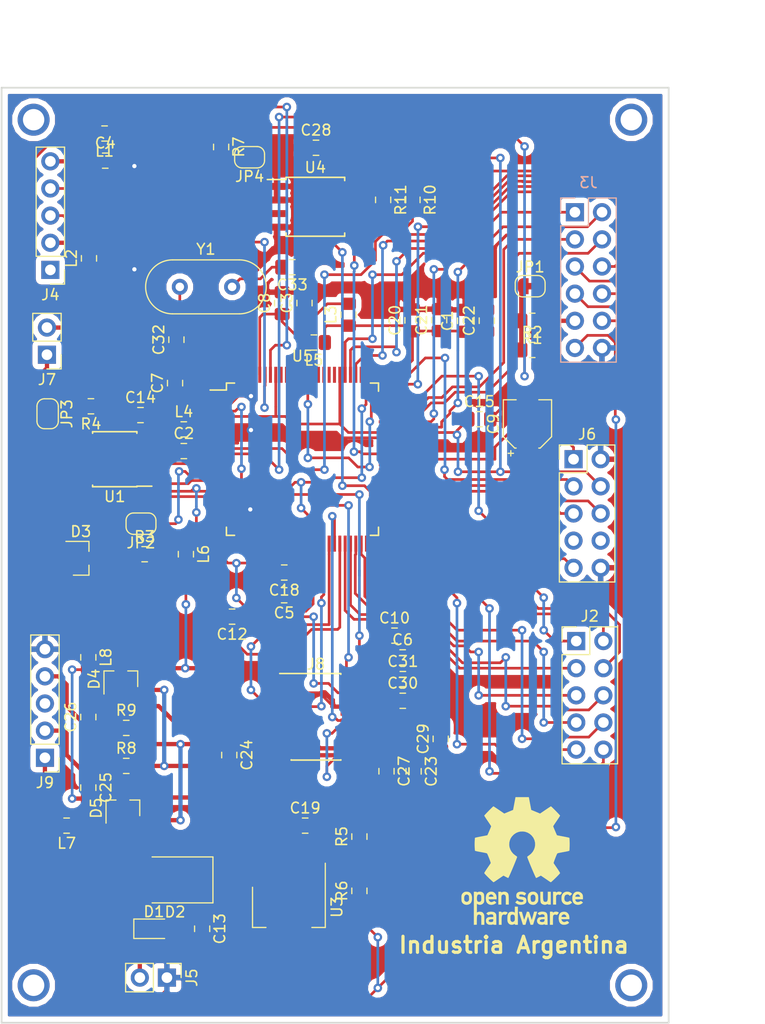
<source format=kicad_pcb>
(kicad_pcb (version 20171130) (host pcbnew 5.0.0-fee4fd1~66~ubuntu16.04.1)
  (layers (0 F.Cu signal hide) (31 B.Cu signal hide) (34 B.Paste user hide) (35 F.Paste user) (36 B.SilkS user) (37 F.SilkS user) (38 B.Mask user) (39 F.Mask user) (44 Edge.Cuts user))
  (net 0 "")
  (net 1 GND)
  (net 2 VDDOUT)
  (net 3 VREFP)
  (net 4 VDDPLL)
  (net 5 "Net-(C4-Pad1)")
  (net 6 +3V3)
  (net 7 96)
  (net 8 +5V)
  (net 9 "Net-(C13-Pad1)")
  (net 10 GNDA)
  (net 11 +3.3VADC)
  (net 12 /ANN)
  (net 13 /ANP)
  (net 14 "Net-(C25-Pad1)")
  (net 15 "Net-(C26-Pad1)")
  (net 16 "Net-(C29-Pad2)")
  (net 17 "Net-(C29-Pad1)")
  (net 18 "Net-(C30-Pad1)")
  (net 19 99)
  (net 20 98)
  (net 21 "Net-(D1-Pad1)")
  (net 22 "Net-(D3-Pad1)")
  (net 23 "Net-(D3-Pad2)")
  (net 24 52)
  (net 25 51)
  (net 26 50)
  (net 27 49)
  (net 28 47)
  (net 29 48)
  (net 30 54)
  (net 31 46)
  (net 32 53)
  (net 33 56)
  (net 34 70)
  (net 35 69)
  (net 36 72)
  (net 37 71)
  (net 38 79)
  (net 39 80)
  (net 40 TXD0)
  (net 41 78)
  (net 42 "Net-(J3-Pad9)")
  (net 43 75)
  (net 44 94)
  (net 45 95)
  (net 46 "Net-(J4-Pad2)")
  (net 47 "Net-(J4-Pad1)")
  (net 48 63)
  (net 49 87)
  (net 50 57)
  (net 51 58)
  (net 52 "Net-(J6-Pad7)")
  (net 53 "Net-(J6-Pad8)")
  (net 54 74)
  (net 55 43)
  (net 56 45)
  (net 57 40)
  (net 58 42)
  (net 59 "Net-(J8-Pad6)")
  (net 60 "Net-(J8-Pad7)")
  (net 61 "Net-(J8-Pad8)")
  (net 62 44)
  (net 63 35)
  (net 64 41)
  (net 65 "Net-(J9-Pad1)")
  (net 66 "Net-(J9-Pad3)")
  (net 67 RXD0)
  (net 68 "Net-(JP2-Pad2)")
  (net 69 CAN_CONF)
  (net 70 "Net-(JP3-Pad1)")
  (net 71 "Net-(JP4-Pad2)")
  (net 72 "Net-(R5-Pad1)")
  (net 73 64)
  (net 74 55)
  (net 75 CAN_TX0)
  (net 76 CAN_RX0)
  (net 77 "Net-(U1-Pad5)")
  (net 78 "Net-(U5-Pad25)")
  (net 79 "Net-(U5-Pad26)")
  (net 80 "Net-(U5-Pad27)")
  (net 81 "Net-(U5-Pad30)")
  (net 82 "Net-(U5-Pad31)")
  (net 83 "Net-(U5-Pad32)")
  (net 84 "Net-(U5-Pad33)")
  (net 85 "Net-(U5-Pad34)")
  (net 86 "Net-(U5-Pad36)")
  (net 87 "Net-(U5-Pad37)")
  (net 88 "Net-(U5-Pad38)")
  (net 89 "Net-(U5-Pad59)")
  (net 90 "Net-(U5-Pad60)")
  (net 91 "Net-(U5-Pad61)")
  (net 92 "Net-(U5-Pad62)")
  (net 93 "Net-(U5-Pad65)")
  (net 94 "Net-(U5-Pad66)")
  (net 95 "Net-(U5-Pad73)")
  (net 96 "Net-(U5-Pad77)")
  (net 97 "Net-(U5-Pad82)")
  (net 98 "Net-(U5-Pad83)")
  (net 99 "Net-(U5-Pad84)")
  (net 100 "Net-(U5-Pad85)")
  (net 101 "Net-(U5-Pad88)")
  (net 102 "Net-(U5-Pad89)")
  (net 103 "Net-(U5-Pad90)")
  (net 104 "Net-(U5-Pad91)")
  (net 105 "Net-(U5-Pad92)")
  (net 106 "Net-(U5-Pad97)")
  (net 107 "Net-(U5-Pad100)")
  (net 108 "Net-(U5-Pad1)")
  (net 109 "Net-(U5-Pad2)")
  (net 110 "Net-(U5-Pad13)")
  (net 111 "Net-(U5-Pad14)")
  (net 112 "Net-(U5-Pad15)")
  (net 113 "Net-(U5-Pad21)")
  (net 114 "Net-(U5-Pad23)")
  (net 115 "Net-(U5-Pad24)")
  (module Crystal:Crystal_HC18-U_Vertical (layer F.Cu) (at 111.6965 48.641)
    (fp_text reference Y1 (at 2.45 -3.525) (layer F.SilkS))
    (fp_text value Crystal)
    (pad 1 thru_hole circle (at 0 0) (size 1.5 1.5) (drill 0.8) (layers *.Cu *.Mask) (net 19 99))
    (pad 2 thru_hole circle (at 4.9 0) (size 1.5 1.5) (drill 0.8) (layers *.Cu *.Mask) (net 20 98))
  )
  (module Inductor_SMD:L_0805_2012Metric_Pad1.15x1.40mm_HandSolder (layer F.Cu) (at 127.5 51.25 90)
    (fp_text reference L3 (at 0 -1.65 90) (layer F.SilkS))
    (fp_text value L)
    (pad 2 smd roundrect (at 1.025 0 90) (size 1.15 1.4) (layers F.Cu F.Paste F.Mask) (roundrect_rratio 0.217391) (net 4 VDDPLL))
    (pad 1 smd roundrect (at -1.025 0 90) (size 1.15 1.4) (layers F.Cu F.Paste F.Mask) (roundrect_rratio 0.217391) (net 2 VDDOUT))
  )
  (module Package_QFP:LQFP-100_14x14mm_P0.5mm (layer F.Cu) (at 123.19 64.77)
    (fp_text reference U5 (at 0 -9.65) (layer F.SilkS))
    (fp_text value ATSAME70N21A-AN)
    (pad 1 smd rect (at -7.9 -6) (size 1.5 0.28) (layers F.Cu F.Paste F.Mask) (net 108 "Net-(U5-Pad1)"))
    (pad 2 smd rect (at -7.9 -5.5) (size 1.5 0.28) (layers F.Cu F.Paste F.Mask) (net 109 "Net-(U5-Pad2)"))
    (pad 3 smd rect (at -7.9 -5) (size 1.5 0.28) (layers F.Cu F.Paste F.Mask) (net 1 GND))
    (pad 4 smd rect (at -7.9 -4.5) (size 1.5 0.28) (layers F.Cu F.Paste F.Mask) (net 2 VDDOUT))
    (pad 5 smd rect (at -7.9 -4) (size 1.5 0.28) (layers F.Cu F.Paste F.Mask) (net 6 +3V3))
    (pad 6 smd rect (at -7.9 -3.5) (size 1.5 0.28) (layers F.Cu F.Paste F.Mask) (net 1 GND))
    (pad 7 smd rect (at -7.9 -3) (size 1.5 0.28) (layers F.Cu F.Paste F.Mask) (net 1 GND))
    (pad 8 smd rect (at -7.9 -2.5) (size 1.5 0.28) (layers F.Cu F.Paste F.Mask) (net 1 GND))
    (pad 9 smd rect (at -7.9 -2) (size 1.5 0.28) (layers F.Cu F.Paste F.Mask) (net 3 VREFP))
    (pad 10 smd rect (at -7.9 -1.5) (size 1.5 0.28) (layers F.Cu F.Paste F.Mask) (net 1 GND))
    (pad 11 smd rect (at -7.9 -1) (size 1.5 0.28) (layers F.Cu F.Paste F.Mask) (net 40 TXD0))
    (pad 12 smd rect (at -7.9 -0.5) (size 1.5 0.28) (layers F.Cu F.Paste F.Mask) (net 67 RXD0))
    (pad 13 smd rect (at -7.9 0) (size 1.5 0.28) (layers F.Cu F.Paste F.Mask) (net 110 "Net-(U5-Pad13)"))
    (pad 14 smd rect (at -7.9 0.5) (size 1.5 0.28) (layers F.Cu F.Paste F.Mask) (net 111 "Net-(U5-Pad14)"))
    (pad 15 smd rect (at -7.9 1) (size 1.5 0.28) (layers F.Cu F.Paste F.Mask) (net 112 "Net-(U5-Pad15)"))
    (pad 16 smd rect (at -7.9 1.5) (size 1.5 0.28) (layers F.Cu F.Paste F.Mask) (net 69 CAN_CONF))
    (pad 17 smd rect (at -7.9 2) (size 1.5 0.28) (layers F.Cu F.Paste F.Mask) (net 75 CAN_TX0))
    (pad 18 smd rect (at -7.9 2.5) (size 1.5 0.28) (layers F.Cu F.Paste F.Mask) (net 2 VDDOUT))
    (pad 19 smd rect (at -7.9 3) (size 1.5 0.28) (layers F.Cu F.Paste F.Mask) (net 6 +3V3))
    (pad 20 smd rect (at -7.9 3.5) (size 1.5 0.28) (layers F.Cu F.Paste F.Mask) (net 76 CAN_RX0))
    (pad 21 smd rect (at -7.9 4) (size 1.5 0.28) (layers F.Cu F.Paste F.Mask) (net 113 "Net-(U5-Pad21)"))
    (pad 22 smd rect (at -7.9 4.5) (size 1.5 0.28) (layers F.Cu F.Paste F.Mask) (net 2 VDDOUT))
    (pad 23 smd rect (at -7.9 5) (size 1.5 0.28) (layers F.Cu F.Paste F.Mask) (net 114 "Net-(U5-Pad23)"))
    (pad 24 smd rect (at -7.9 5.5) (size 1.5 0.28) (layers F.Cu F.Paste F.Mask) (net 115 "Net-(U5-Pad24)"))
    (pad 25 smd rect (at -7.9 6) (size 1.5 0.28) (layers F.Cu F.Paste F.Mask) (net 78 "Net-(U5-Pad25)"))
    (pad 26 smd rect (at -6 7.9 90) (size 1.5 0.28) (layers F.Cu F.Paste F.Mask) (net 79 "Net-(U5-Pad26)"))
    (pad 27 smd rect (at -5.5 7.9 90) (size 1.5 0.28) (layers F.Cu F.Paste F.Mask) (net 80 "Net-(U5-Pad27)"))
    (pad 28 smd rect (at -5 7.9 90) (size 1.5 0.28) (layers F.Cu F.Paste F.Mask) (net 6 +3V3))
    (pad 29 smd rect (at -4.5 7.9 90) (size 1.5 0.28) (layers F.Cu F.Paste F.Mask) (net 1 GND))
    (pad 30 smd rect (at -4 7.9 90) (size 1.5 0.28) (layers F.Cu F.Paste F.Mask) (net 81 "Net-(U5-Pad30)"))
    (pad 31 smd rect (at -3.5 7.9 90) (size 1.5 0.28) (layers F.Cu F.Paste F.Mask) (net 82 "Net-(U5-Pad31)"))
    (pad 32 smd rect (at -3 7.9 90) (size 1.5 0.28) (layers F.Cu F.Paste F.Mask) (net 83 "Net-(U5-Pad32)"))
    (pad 33 smd rect (at -2.5 7.9 90) (size 1.5 0.28) (layers F.Cu F.Paste F.Mask) (net 84 "Net-(U5-Pad33)"))
    (pad 34 smd rect (at -2 7.9 90) (size 1.5 0.28) (layers F.Cu F.Paste F.Mask) (net 85 "Net-(U5-Pad34)"))
    (pad 35 smd rect (at -1.5 7.9 90) (size 1.5 0.28) (layers F.Cu F.Paste F.Mask) (net 63 35))
    (pad 36 smd rect (at -1 7.9 90) (size 1.5 0.28) (layers F.Cu F.Paste F.Mask) (net 86 "Net-(U5-Pad36)"))
    (pad 37 smd rect (at -0.5 7.9 90) (size 1.5 0.28) (layers F.Cu F.Paste F.Mask) (net 87 "Net-(U5-Pad37)"))
    (pad 38 smd rect (at 0 7.9 90) (size 1.5 0.28) (layers F.Cu F.Paste F.Mask) (net 88 "Net-(U5-Pad38)"))
    (pad 39 smd rect (at 0.5 7.9 90) (size 1.5 0.28) (layers F.Cu F.Paste F.Mask) (net 2 VDDOUT))
    (pad 40 smd rect (at 1 7.9 90) (size 1.5 0.28) (layers F.Cu F.Paste F.Mask) (net 57 40))
    (pad 41 smd rect (at 1.5 7.9 90) (size 1.5 0.28) (layers F.Cu F.Paste F.Mask) (net 64 41))
    (pad 42 smd rect (at 2 7.9 90) (size 1.5 0.28) (layers F.Cu F.Paste F.Mask) (net 58 42))
    (pad 43 smd rect (at 2.5 7.9 90) (size 1.5 0.28) (layers F.Cu F.Paste F.Mask) (net 55 43))
    (pad 44 smd rect (at 3 7.9 90) (size 1.5 0.28) (layers F.Cu F.Paste F.Mask) (net 62 44))
    (pad 45 smd rect (at 3.5 7.9 90) (size 1.5 0.28) (layers F.Cu F.Paste F.Mask) (net 56 45))
    (pad 46 smd rect (at 4 7.9 90) (size 1.5 0.28) (layers F.Cu F.Paste F.Mask) (net 31 46))
    (pad 47 smd rect (at 4.5 7.9 90) (size 1.5 0.28) (layers F.Cu F.Paste F.Mask) (net 28 47))
    (pad 48 smd rect (at 5 7.9 90) (size 1.5 0.28) (layers F.Cu F.Paste F.Mask) (net 29 48))
    (pad 49 smd rect (at 5.5 7.9 90) (size 1.5 0.28) (layers F.Cu F.Paste F.Mask) (net 27 49))
    (pad 50 smd rect (at 6 7.9 90) (size 1.5 0.28) (layers F.Cu F.Paste F.Mask) (net 26 50))
    (pad 51 smd rect (at 7.9 6) (size 1.5 0.28) (layers F.Cu F.Paste F.Mask) (net 25 51))
    (pad 52 smd rect (at 7.9 5.5) (size 1.5 0.28) (layers F.Cu F.Paste F.Mask) (net 24 52))
    (pad 53 smd rect (at 7.9 5) (size 1.5 0.28) (layers F.Cu F.Paste F.Mask) (net 32 53))
    (pad 54 smd rect (at 7.9 4.5) (size 1.5 0.28) (layers F.Cu F.Paste F.Mask) (net 30 54))
    (pad 55 smd rect (at 7.9 4) (size 1.5 0.28) (layers F.Cu F.Paste F.Mask) (net 74 55))
    (pad 56 smd rect (at 7.9 3.5) (size 1.5 0.28) (layers F.Cu F.Paste F.Mask) (net 33 56))
    (pad 57 smd rect (at 7.9 3) (size 1.5 0.28) (layers F.Cu F.Paste F.Mask) (net 50 57))
    (pad 58 smd rect (at 7.9 2.5) (size 1.5 0.28) (layers F.Cu F.Paste F.Mask) (net 51 58))
    (pad 59 smd rect (at 7.9 2) (size 1.5 0.28) (layers F.Cu F.Paste F.Mask) (net 89 "Net-(U5-Pad59)"))
    (pad 60 smd rect (at 7.9 1.5) (size 1.5 0.28) (layers F.Cu F.Paste F.Mask) (net 90 "Net-(U5-Pad60)"))
    (pad 61 smd rect (at 7.9 1) (size 1.5 0.28) (layers F.Cu F.Paste F.Mask) (net 91 "Net-(U5-Pad61)"))
    (pad 62 smd rect (at 7.9 0.5) (size 1.5 0.28) (layers F.Cu F.Paste F.Mask) (net 92 "Net-(U5-Pad62)"))
    (pad 63 smd rect (at 7.9 0) (size 1.5 0.28) (layers F.Cu F.Paste F.Mask) (net 48 63))
    (pad 64 smd rect (at 7.9 -0.5) (size 1.5 0.28) (layers F.Cu F.Paste F.Mask) (net 73 64))
    (pad 65 smd rect (at 7.9 -1) (size 1.5 0.28) (layers F.Cu F.Paste F.Mask) (net 93 "Net-(U5-Pad65)"))
    (pad 66 smd rect (at 7.9 -1.5) (size 1.5 0.28) (layers F.Cu F.Paste F.Mask) (net 94 "Net-(U5-Pad66)"))
    (pad 67 smd rect (at 7.9 -2) (size 1.5 0.28) (layers F.Cu F.Paste F.Mask) (net 1 GND))
    (pad 68 smd rect (at 7.9 -2.5) (size 1.5 0.28) (layers F.Cu F.Paste F.Mask) (net 6 +3V3))
    (pad 69 smd rect (at 7.9 -3) (size 1.5 0.28) (layers F.Cu F.Paste F.Mask) (net 35 69))
    (pad 70 smd rect (at 7.9 -3.5) (size 1.5 0.28) (layers F.Cu F.Paste F.Mask) (net 34 70))
    (pad 71 smd rect (at 7.9 -4) (size 1.5 0.28) (layers F.Cu F.Paste F.Mask) (net 37 71))
    (pad 72 smd rect (at 7.9 -4.5) (size 1.5 0.28) (layers F.Cu F.Paste F.Mask) (net 36 72))
    (pad 73 smd rect (at 7.9 -5) (size 1.5 0.28) (layers F.Cu F.Paste F.Mask) (net 95 "Net-(U5-Pad73)"))
    (pad 74 smd rect (at 7.9 -5.5) (size 1.5 0.28) (layers F.Cu F.Paste F.Mask) (net 54 74))
    (pad 75 smd rect (at 7.9 -6) (size 1.5 0.28) (layers F.Cu F.Paste F.Mask) (net 43 75))
    (pad 76 smd rect (at 6 -7.9 90) (size 1.5 0.28) (layers F.Cu F.Paste F.Mask) (net 2 VDDOUT))
    (pad 77 smd rect (at 5.5 -7.9 90) (size 1.5 0.28) (layers F.Cu F.Paste F.Mask) (net 96 "Net-(U5-Pad77)"))
    (pad 78 smd rect (at 5 -7.9 90) (size 1.5 0.28) (layers F.Cu F.Paste F.Mask) (net 41 78))
    (pad 79 smd rect (at 4.5 -7.9 90) (size 1.5 0.28) (layers F.Cu F.Paste F.Mask) (net 38 79))
    (pad 80 smd rect (at 4 -7.9 90) (size 1.5 0.28) (layers F.Cu F.Paste F.Mask) (net 39 80))
    (pad 81 smd rect (at 3.5 -7.9 90) (size 1.5 0.28) (layers F.Cu F.Paste F.Mask) (net 6 +3V3))
    (pad 82 smd rect (at 3 -7.9 90) (size 1.5 0.28) (layers F.Cu F.Paste F.Mask) (net 97 "Net-(U5-Pad82)"))
    (pad 83 smd rect (at 2.5 -7.9 90) (size 1.5 0.28) (layers F.Cu F.Paste F.Mask) (net 98 "Net-(U5-Pad83)"))
    (pad 84 smd rect (at 2 -7.9 90) (size 1.5 0.28) (layers F.Cu F.Paste F.Mask) (net 99 "Net-(U5-Pad84)"))
    (pad 85 smd rect (at 1.5 -7.9 90) (size 1.5 0.28) (layers F.Cu F.Paste F.Mask) (net 100 "Net-(U5-Pad85)"))
    (pad 86 smd rect (at 1 -7.9 90) (size 1.5 0.28) (layers F.Cu F.Paste F.Mask) (net 4 VDDPLL))
    (pad 87 smd rect (at 0.5 -7.9 90) (size 1.5 0.28) (layers F.Cu F.Paste F.Mask) (net 49 87))
    (pad 88 smd rect (at 0 -7.9 90) (size 1.5 0.28) (layers F.Cu F.Paste F.Mask) (net 101 "Net-(U5-Pad88)"))
    (pad 89 smd rect (at -0.5 -7.9 90) (size 1.5 0.28) (layers F.Cu F.Paste F.Mask) (net 102 "Net-(U5-Pad89)"))
    (pad 90 smd rect (at -1 -7.9 90) (size 1.5 0.28) (layers F.Cu F.Paste F.Mask) (net 103 "Net-(U5-Pad90)"))
    (pad 91 smd rect (at -1.5 -7.9 90) (size 1.5 0.28) (layers F.Cu F.Paste F.Mask) (net 104 "Net-(U5-Pad91)"))
    (pad 92 smd rect (at -2 -7.9 90) (size 1.5 0.28) (layers F.Cu F.Paste F.Mask) (net 105 "Net-(U5-Pad92)"))
    (pad 93 smd rect (at -2.5 -7.9 90) (size 1.5 0.28) (layers F.Cu F.Paste F.Mask) (net 6 +3V3))
    (pad 94 smd rect (at -3 -7.9 90) (size 1.5 0.28) (layers F.Cu F.Paste F.Mask) (net 44 94))
    (pad 95 smd rect (at -3.5 -7.9 90) (size 1.5 0.28) (layers F.Cu F.Paste F.Mask) (net 45 95))
    (pad 96 smd rect (at -4 -7.9 90) (size 1.5 0.28) (layers F.Cu F.Paste F.Mask) (net 7 96))
    (pad 97 smd rect (at -4.5 -7.9 90) (size 1.5 0.28) (layers F.Cu F.Paste F.Mask) (net 106 "Net-(U5-Pad97)"))
    (pad 98 smd rect (at -5 -7.9 90) (size 1.5 0.28) (layers F.Cu F.Paste F.Mask) (net 20 98))
    (pad 99 smd rect (at -5.5 -7.9 90) (size 1.5 0.28) (layers F.Cu F.Paste F.Mask) (net 19 99))
    (pad 100 smd rect (at -6 -7.9 90) (size 1.5 0.28) (layers F.Cu F.Paste F.Mask) (net 107 "Net-(U5-Pad100)"))
  )
  (module Package_TO_SOT_SMD:SOT-23 (layer F.Cu) (at 102.4255 74.041)
    (fp_text reference D3 (at 0 -2.5) (layer F.SilkS))
    (fp_text value NUP2105L)
    (pad 1 smd rect (at -1 -0.95) (size 0.9 0.8) (layers F.Cu F.Paste F.Mask) (net 22 "Net-(D3-Pad1)"))
    (pad 2 smd rect (at -1 0.95) (size 0.9 0.8) (layers F.Cu F.Paste F.Mask) (net 23 "Net-(D3-Pad2)"))
    (pad 3 smd rect (at 1 0) (size 0.9 0.8) (layers F.Cu F.Paste F.Mask) (net 1 GND))
  )
  (module Package_SO:TSSOP-24_4.4x7.8mm_P0.65mm (layer F.Cu) (at 124.46 88.9)
    (fp_text reference J8 (at 0 -4.95) (layer F.SilkS))
    (fp_text value MAX11270)
    (pad 1 smd rect (at -2.85 -3.575) (size 1.1 0.4) (layers F.Cu F.Paste F.Mask) (net 55 43))
    (pad 2 smd rect (at -2.85 -2.925) (size 1.1 0.4) (layers F.Cu F.Paste F.Mask) (net 56 45))
    (pad 3 smd rect (at -2.85 -2.275) (size 1.1 0.4) (layers F.Cu F.Paste F.Mask) (net 1 GND))
    (pad 4 smd rect (at -2.85 -1.625) (size 1.1 0.4) (layers F.Cu F.Paste F.Mask) (net 57 40))
    (pad 5 smd rect (at -2.85 -0.975) (size 1.1 0.4) (layers F.Cu F.Paste F.Mask) (net 58 42))
    (pad 6 smd rect (at -2.85 -0.325) (size 1.1 0.4) (layers F.Cu F.Paste F.Mask) (net 59 "Net-(J8-Pad6)"))
    (pad 7 smd rect (at -2.85 0.325) (size 1.1 0.4) (layers F.Cu F.Paste F.Mask) (net 60 "Net-(J8-Pad7)"))
    (pad 8 smd rect (at -2.85 0.975) (size 1.1 0.4) (layers F.Cu F.Paste F.Mask) (net 61 "Net-(J8-Pad8)"))
    (pad 9 smd rect (at -2.85 1.625) (size 1.1 0.4) (layers F.Cu F.Paste F.Mask) (net 11 +3.3VADC))
    (pad 10 smd rect (at -2.85 2.275) (size 1.1 0.4) (layers F.Cu F.Paste F.Mask) (net 10 GNDA))
    (pad 11 smd rect (at -2.85 2.925) (size 1.1 0.4) (layers F.Cu F.Paste F.Mask) (net 12 /ANN))
    (pad 12 smd rect (at -2.85 3.575) (size 1.1 0.4) (layers F.Cu F.Paste F.Mask) (net 13 /ANP))
    (pad 13 smd rect (at 2.85 3.575) (size 1.1 0.4) (layers F.Cu F.Paste F.Mask) (net 10 GNDA))
    (pad 14 smd rect (at 2.85 2.925) (size 1.1 0.4) (layers F.Cu F.Paste F.Mask) (net 11 +3.3VADC))
    (pad 15 smd rect (at 2.85 2.275) (size 1.1 0.4) (layers F.Cu F.Paste F.Mask) (net 17 "Net-(C29-Pad1)"))
    (pad 16 smd rect (at 2.85 1.625) (size 1.1 0.4) (layers F.Cu F.Paste F.Mask) (net 16 "Net-(C29-Pad2)"))
    (pad 17 smd rect (at 2.85 0.975) (size 1.1 0.4) (layers F.Cu F.Paste F.Mask) (net 10 GNDA))
    (pad 18 smd rect (at 2.85 0.325) (size 1.1 0.4) (layers F.Cu F.Paste F.Mask) (net 62 44))
    (pad 19 smd rect (at 2.85 -0.325) (size 1.1 0.4) (layers F.Cu F.Paste F.Mask) (net 1 GND))
    (pad 20 smd rect (at 2.85 -0.975) (size 1.1 0.4) (layers F.Cu F.Paste F.Mask) (net 1 GND))
    (pad 21 smd rect (at 2.85 -1.625) (size 1.1 0.4) (layers F.Cu F.Paste F.Mask) (net 18 "Net-(C30-Pad1)"))
    (pad 22 smd rect (at 2.85 -2.275) (size 1.1 0.4) (layers F.Cu F.Paste F.Mask) (net 6 +3V3))
    (pad 23 smd rect (at 2.85 -2.925) (size 1.1 0.4) (layers F.Cu F.Paste F.Mask) (net 63 35))
    (pad 24 smd rect (at 2.85 -3.575) (size 1.1 0.4) (layers F.Cu F.Paste F.Mask) (net 64 41))
  )
  (module Connector_PinHeader_2.54mm:PinHeader_2x05_P2.54mm_Vertical (layer F.Cu) (at 148.844 81.788)
    (fp_text reference J2 (at 1.27 -2.33) (layer F.SilkS))
    (fp_text value Conn_02x05_Odd_Even)
    (pad 10 thru_hole oval (at 2.54 10.16) (size 1.7 1.7) (drill 1) (layers *.Cu *.Mask) (net 24 52))
    (pad 9 thru_hole oval (at 0 10.16) (size 1.7 1.7) (drill 1) (layers *.Cu *.Mask) (net 25 51))
    (pad 8 thru_hole oval (at 2.54 7.62) (size 1.7 1.7) (drill 1) (layers *.Cu *.Mask) (net 26 50))
    (pad 7 thru_hole oval (at 0 7.62) (size 1.7 1.7) (drill 1) (layers *.Cu *.Mask) (net 27 49))
    (pad 6 thru_hole oval (at 2.54 5.08) (size 1.7 1.7) (drill 1) (layers *.Cu *.Mask) (net 28 47))
    (pad 5 thru_hole oval (at 0 5.08) (size 1.7 1.7) (drill 1) (layers *.Cu *.Mask) (net 29 48))
    (pad 4 thru_hole oval (at 2.54 2.54) (size 1.7 1.7) (drill 1) (layers *.Cu *.Mask) (net 30 54))
    (pad 3 thru_hole oval (at 0 2.54) (size 1.7 1.7) (drill 1) (layers *.Cu *.Mask) (net 31 46))
    (pad 2 thru_hole oval (at 2.54 0) (size 1.7 1.7) (drill 1) (layers *.Cu *.Mask) (net 32 53))
    (pad 1 thru_hole rect (at 0 0) (size 1.7 1.7) (drill 1) (layers *.Cu *.Mask) (net 33 56))
  )
  (module Connector_PinSocket_2.54mm:PinSocket_2x06_P2.54mm_Vertical (layer B.Cu) (at 148.717 41.656 180)
    (fp_text reference J3 (at -1.27 2.77 180) (layer B.SilkS) (effects (justify mirror)))
    (fp_text value Conn_02x06_Odd_Even)
    (pad 1 thru_hole rect (at 0 0 180) (size 1.7 1.7) (drill 1) (layers *.Cu *.Mask) (net 34 70))
    (pad 2 thru_hole oval (at -2.54 0 180) (size 1.7 1.7) (drill 1) (layers *.Cu *.Mask) (net 35 69))
    (pad 3 thru_hole oval (at 0 -2.54 180) (size 1.7 1.7) (drill 1) (layers *.Cu *.Mask) (net 36 72))
    (pad 4 thru_hole oval (at -2.54 -2.54 180) (size 1.7 1.7) (drill 1) (layers *.Cu *.Mask) (net 37 71))
    (pad 5 thru_hole oval (at 0 -5.08 180) (size 1.7 1.7) (drill 1) (layers *.Cu *.Mask) (net 38 79))
    (pad 6 thru_hole oval (at -2.54 -5.08 180) (size 1.7 1.7) (drill 1) (layers *.Cu *.Mask) (net 39 80))
    (pad 7 thru_hole oval (at 0 -7.62 180) (size 1.7 1.7) (drill 1) (layers *.Cu *.Mask) (net 40 TXD0))
    (pad 8 thru_hole oval (at -2.54 -7.62 180) (size 1.7 1.7) (drill 1) (layers *.Cu *.Mask) (net 41 78))
    (pad 9 thru_hole oval (at 0 -10.16 180) (size 1.7 1.7) (drill 1) (layers *.Cu *.Mask) (net 42 "Net-(J3-Pad9)"))
    (pad 10 thru_hole oval (at -2.54 -10.16 180) (size 1.7 1.7) (drill 1) (layers *.Cu *.Mask) (net 43 75))
    (pad 11 thru_hole oval (at 0 -12.7 180) (size 1.7 1.7) (drill 1) (layers *.Cu *.Mask) (net 8 +5V))
    (pad 12 thru_hole oval (at -2.54 -12.7 180) (size 1.7 1.7) (drill 1) (layers *.Cu *.Mask) (net 1 GND))
  )
  (module Connector_PinHeader_2.54mm:PinHeader_1x05_P2.54mm_Vertical (layer F.Cu) (at 99.568 47.0535 180)
    (fp_text reference J4 (at 0 -2.33 180) (layer F.SilkS))
    (fp_text value Conn_01x05_Male)
    (pad 5 thru_hole oval (at 0 10.16 180) (size 1.7 1.7) (drill 1) (layers *.Cu *.Mask) (net 5 "Net-(C4-Pad1)"))
    (pad 4 thru_hole oval (at 0 7.62 180) (size 1.7 1.7) (drill 1) (layers *.Cu *.Mask) (net 44 94))
    (pad 3 thru_hole oval (at 0 5.08 180) (size 1.7 1.7) (drill 1) (layers *.Cu *.Mask) (net 45 95))
    (pad 2 thru_hole oval (at 0 2.54 180) (size 1.7 1.7) (drill 1) (layers *.Cu *.Mask) (net 46 "Net-(J4-Pad2)"))
    (pad 1 thru_hole rect (at 0 0 180) (size 1.7 1.7) (drill 1) (layers *.Cu *.Mask) (net 47 "Net-(J4-Pad1)"))
  )
  (module Connector_PinHeader_2.54mm:PinHeader_1x02_P2.54mm_Vertical (layer F.Cu) (at 110.49 113.284 270)
    (fp_text reference J5 (at 0 -2.33 270) (layer F.SilkS))
    (fp_text value Conn_01x02_Male)
    (pad 1 thru_hole rect (at 0 0 270) (size 1.7 1.7) (drill 1) (layers *.Cu *.Mask) (net 1 GND))
    (pad 2 thru_hole oval (at 0 2.54 270) (size 1.7 1.7) (drill 1) (layers *.Cu *.Mask) (net 21 "Net-(D1-Pad1)"))
  )
  (module Connector_PinHeader_2.54mm:PinHeader_2x05_P2.54mm_Vertical (layer F.Cu) (at 148.59 64.77)
    (fp_text reference J6 (at 1.27 -2.33) (layer F.SilkS))
    (fp_text value Conn_02x05_Odd_Even)
    (pad 1 thru_hole rect (at 0 0) (size 1.7 1.7) (drill 1) (layers *.Cu *.Mask) (net 48 63))
    (pad 2 thru_hole oval (at 2.54 0) (size 1.7 1.7) (drill 1) (layers *.Cu *.Mask) (net 1 GND))
    (pad 3 thru_hole oval (at 0 2.54) (size 1.7 1.7) (drill 1) (layers *.Cu *.Mask) (net 49 87))
    (pad 4 thru_hole oval (at 2.54 2.54) (size 1.7 1.7) (drill 1) (layers *.Cu *.Mask) (net 6 +3V3))
    (pad 5 thru_hole oval (at 0 5.08) (size 1.7 1.7) (drill 1) (layers *.Cu *.Mask) (net 50 57))
    (pad 6 thru_hole oval (at 2.54 5.08) (size 1.7 1.7) (drill 1) (layers *.Cu *.Mask) (net 51 58))
    (pad 7 thru_hole oval (at 0 7.62) (size 1.7 1.7) (drill 1) (layers *.Cu *.Mask) (net 52 "Net-(J6-Pad7)"))
    (pad 8 thru_hole oval (at 2.54 7.62) (size 1.7 1.7) (drill 1) (layers *.Cu *.Mask) (net 53 "Net-(J6-Pad8)"))
    (pad 9 thru_hole oval (at 0 10.16) (size 1.7 1.7) (drill 1) (layers *.Cu *.Mask) (net 54 74))
    (pad 10 thru_hole oval (at 2.54 10.16) (size 1.7 1.7) (drill 1) (layers *.Cu *.Mask) (net 1 GND))
  )
  (module Connector_PinHeader_2.54mm:PinHeader_1x02_P2.54mm_Vertical (layer F.Cu) (at 99.2505 54.991 180)
    (fp_text reference J7 (at 0 -2.33 180) (layer F.SilkS))
    (fp_text value Conn_01x02_Male)
    (pad 2 thru_hole oval (at 0 2.54 180) (size 1.7 1.7) (drill 1) (layers *.Cu *.Mask) (net 22 "Net-(D3-Pad1)"))
    (pad 1 thru_hole rect (at 0 0 180) (size 1.7 1.7) (drill 1) (layers *.Cu *.Mask) (net 23 "Net-(D3-Pad2)"))
  )
  (module Connector_PinHeader_2.54mm:PinHeader_1x05_P2.54mm_Vertical (layer F.Cu) (at 99.06 92.71 180)
    (fp_text reference J9 (at 0 -2.33 180) (layer F.SilkS))
    (fp_text value CeldaCarga)
    (pad 1 thru_hole rect (at 0 0 180) (size 1.7 1.7) (drill 1) (layers *.Cu *.Mask) (net 65 "Net-(J9-Pad1)"))
    (pad 2 thru_hole oval (at 0 2.54 180) (size 1.7 1.7) (drill 1) (layers *.Cu *.Mask) (net 14 "Net-(C25-Pad1)"))
    (pad 3 thru_hole oval (at 0 5.08 180) (size 1.7 1.7) (drill 1) (layers *.Cu *.Mask) (net 66 "Net-(J9-Pad3)"))
    (pad 4 thru_hole oval (at 0 7.62 180) (size 1.7 1.7) (drill 1) (layers *.Cu *.Mask) (net 15 "Net-(C26-Pad1)"))
    (pad 5 thru_hole oval (at 0 10.16 180) (size 1.7 1.7) (drill 1) (layers *.Cu *.Mask) (net 1 GND))
  )
  (module Package_SO:SOIC-8_3.9x4.9mm_P1.27mm (layer F.Cu) (at 105.6005 64.77 180)
    (fp_text reference U1 (at 0 -3.5 180) (layer F.SilkS))
    (fp_text value SN65HVD230)
    (pad 1 smd rect (at -2.7 -1.905 180) (size 1.55 0.6) (layers F.Cu F.Paste F.Mask) (net 75 CAN_TX0))
    (pad 2 smd rect (at -2.7 -0.635 180) (size 1.55 0.6) (layers F.Cu F.Paste F.Mask) (net 1 GND))
    (pad 3 smd rect (at -2.7 0.635 180) (size 1.55 0.6) (layers F.Cu F.Paste F.Mask) (net 6 +3V3))
    (pad 4 smd rect (at -2.7 1.905 180) (size 1.55 0.6) (layers F.Cu F.Paste F.Mask) (net 76 CAN_RX0))
    (pad 5 smd rect (at 2.7 1.905 180) (size 1.55 0.6) (layers F.Cu F.Paste F.Mask) (net 77 "Net-(U1-Pad5)"))
    (pad 6 smd rect (at 2.7 0.635 180) (size 1.55 0.6) (layers F.Cu F.Paste F.Mask) (net 23 "Net-(D3-Pad2)"))
    (pad 7 smd rect (at 2.7 -0.635 180) (size 1.55 0.6) (layers F.Cu F.Paste F.Mask) (net 22 "Net-(D3-Pad1)"))
    (pad 8 smd rect (at 2.7 -1.905 180) (size 1.55 0.6) (layers F.Cu F.Paste F.Mask) (net 68 "Net-(JP2-Pad2)"))
  )
  (module Package_TO_SOT_SMD:SOT-223 (layer F.Cu) (at 121.92 106.68 270)
    (fp_text reference U3 (at 0 -4.5 270) (layer F.SilkS))
    (fp_text value LM317_3PinPackage)
    (pad 4 smd rect (at 3.15 0 270) (size 2 3.8) (layers F.Cu F.Paste F.Mask))
    (pad 2 smd rect (at -3.15 0 270) (size 2 1.5) (layers F.Cu F.Paste F.Mask) (net 8 +5V))
    (pad 3 smd rect (at -3.15 2.3 270) (size 2 1.5) (layers F.Cu F.Paste F.Mask) (net 9 "Net-(C13-Pad1)"))
    (pad 1 smd rect (at -3.15 -2.3 270) (size 2 1.5) (layers F.Cu F.Paste F.Mask) (net 72 "Net-(R5-Pad1)"))
  )
  (module Package_SO:SOIJ-8_5.3x5.3mm_P1.27mm (layer F.Cu) (at 124.3965 41.148)
    (fp_text reference U4 (at 0 -3.68) (layer F.SilkS))
    (fp_text value 24LC1025)
    (pad 1 smd rect (at -3.65 -1.905) (size 1.7 0.65) (layers F.Cu F.Paste F.Mask) (net 1 GND))
    (pad 2 smd rect (at -3.65 -0.635) (size 1.7 0.65) (layers F.Cu F.Paste F.Mask) (net 1 GND))
    (pad 3 smd rect (at -3.65 0.635) (size 1.7 0.65) (layers F.Cu F.Paste F.Mask) (net 71 "Net-(JP4-Pad2)"))
    (pad 4 smd rect (at -3.65 1.905) (size 1.7 0.65) (layers F.Cu F.Paste F.Mask) (net 1 GND))
    (pad 5 smd rect (at 3.65 1.905) (size 1.7 0.65) (layers F.Cu F.Paste F.Mask) (net 73 64))
    (pad 6 smd rect (at 3.65 0.635) (size 1.7 0.65) (layers F.Cu F.Paste F.Mask) (net 74 55))
    (pad 7 smd rect (at 3.65 -0.635) (size 1.7 0.65) (layers F.Cu F.Paste F.Mask) (net 1 GND))
    (pad 8 smd rect (at 3.65 -1.905) (size 1.7 0.65) (layers F.Cu F.Paste F.Mask) (net 6 +3V3))
  )
  (module Capacitor_SMD:C_0805_2012Metric_Pad1.15x1.40mm_HandSolder (layer F.Cu) (at 138.43 51.816 90)
    (fp_text reference C1 (at 0 -1.65 90) (layer F.SilkS))
    (fp_text value 100nF)
    (pad 2 smd roundrect (at 1.025 0 90) (size 1.15 1.4) (layers F.Cu F.Paste F.Mask) (roundrect_rratio 0.217391) (net 1 GND))
    (pad 1 smd roundrect (at -1.025 0 90) (size 1.15 1.4) (layers F.Cu F.Paste F.Mask) (roundrect_rratio 0.217391) (net 2 VDDOUT))
  )
  (module Capacitor_SMD:C_0805_2012Metric_Pad1.15x1.40mm_HandSolder (layer F.Cu) (at 112.075 64.008)
    (fp_text reference C2 (at 0 -1.65) (layer F.SilkS))
    (fp_text value C)
    (pad 1 smd roundrect (at -1.025 0) (size 1.15 1.4) (layers F.Cu F.Paste F.Mask) (roundrect_rratio 0.217391) (net 3 VREFP))
    (pad 2 smd roundrect (at 1.025 0) (size 1.15 1.4) (layers F.Cu F.Paste F.Mask) (roundrect_rratio 0.217391) (net 1 GND))
  )
  (module Capacitor_SMD:C_0805_2012Metric_Pad1.15x1.40mm_HandSolder (layer F.Cu) (at 123.3805 50.156 90)
    (fp_text reference C3 (at 0 -1.65 90) (layer F.SilkS))
    (fp_text value 100nF)
    (pad 1 smd roundrect (at -1.025 0 90) (size 1.15 1.4) (layers F.Cu F.Paste F.Mask) (roundrect_rratio 0.217391) (net 4 VDDPLL))
    (pad 2 smd roundrect (at 1.025 0 90) (size 1.15 1.4) (layers F.Cu F.Paste F.Mask) (roundrect_rratio 0.217391) (net 1 GND))
  )
  (module Capacitor_SMD:C_0805_2012Metric_Pad1.15x1.40mm_HandSolder (layer F.Cu) (at 104.7115 36.83)
    (fp_text reference C4 (at 0 -1.65) (layer F.SilkS))
    (fp_text value 100nF)
    (pad 2 smd roundrect (at 1.025 0) (size 1.15 1.4) (layers F.Cu F.Paste F.Mask) (roundrect_rratio 0.217391) (net 1 GND))
    (pad 1 smd roundrect (at -1.025 0) (size 1.15 1.4) (layers F.Cu F.Paste F.Mask) (roundrect_rratio 0.217391) (net 5 "Net-(C4-Pad1)"))
  )
  (module Capacitor_SMD:C_0805_2012Metric_Pad1.15x1.40mm_HandSolder (layer F.Cu) (at 121.475 77.5 180)
    (fp_text reference C5 (at 0 -1.65 180) (layer F.SilkS))
    (fp_text value 100nF)
    (pad 1 smd roundrect (at -1.025 0 180) (size 1.15 1.4) (layers F.Cu F.Paste F.Mask) (roundrect_rratio 0.217391) (net 2 VDDOUT))
    (pad 2 smd roundrect (at 1.025 0 180) (size 1.15 1.4) (layers F.Cu F.Paste F.Mask) (roundrect_rratio 0.217391) (net 1 GND))
  )
  (module Capacitor_SMD:C_0805_2012Metric_Pad1.15x1.40mm_HandSolder (layer F.Cu) (at 132.579 83.312)
    (fp_text reference C6 (at 0 -1.65) (layer F.SilkS))
    (fp_text value 100nF)
    (pad 1 smd roundrect (at -1.025 0) (size 1.15 1.4) (layers F.Cu F.Paste F.Mask) (roundrect_rratio 0.217391) (net 6 +3V3))
    (pad 2 smd roundrect (at 1.025 0) (size 1.15 1.4) (layers F.Cu F.Paste F.Mask) (roundrect_rratio 0.217391) (net 1 GND))
  )
  (module Capacitor_SMD:C_0805_2012Metric_Pad1.15x1.40mm_HandSolder (layer F.Cu) (at 111.252 57.649 90)
    (fp_text reference C7 (at 0 -1.65 90) (layer F.SilkS))
    (fp_text value 100nF)
    (pad 1 smd roundrect (at -1.025 0 90) (size 1.15 1.4) (layers F.Cu F.Paste F.Mask) (roundrect_rratio 0.217391) (net 6 +3V3))
    (pad 2 smd roundrect (at 1.025 0 90) (size 1.15 1.4) (layers F.Cu F.Paste F.Mask) (roundrect_rratio 0.217391) (net 1 GND))
  )
  (module Capacitor_SMD:C_0805_2012Metric_Pad1.15x1.40mm_HandSolder (layer F.Cu) (at 121.285 50.165 90)
    (fp_text reference C8 (at 0 -1.65 90) (layer F.SilkS))
    (fp_text value 100nF)
    (pad 1 smd roundrect (at -1.025 0 90) (size 1.15 1.4) (layers F.Cu F.Paste F.Mask) (roundrect_rratio 0.217391) (net 7 96))
    (pad 2 smd roundrect (at 1.025 0 90) (size 1.15 1.4) (layers F.Cu F.Paste F.Mask) (roundrect_rratio 0.217391) (net 1 GND))
  )
  (module Capacitor_SMD:CP_Elec_4x5.3 (layer F.Cu) (at 144.272 61.468 90)
    (fp_text reference C9 (at 0 -3.2 90) (layer F.SilkS))
    (fp_text value 100uF)
    (pad 1 smd rect (at -1.8 0 90) (size 2.6 1.6) (layers F.Cu F.Paste F.Mask) (net 6 +3V3))
    (pad 2 smd rect (at 1.8 0 90) (size 2.6 1.6) (layers F.Cu F.Paste F.Mask) (net 1 GND))
  )
  (module Capacitor_SMD:C_0805_2012Metric_Pad1.15x1.40mm_HandSolder (layer F.Cu) (at 131.817 81.28)
    (fp_text reference C10 (at 0 -1.65) (layer F.SilkS))
    (fp_text value 100nF)
    (pad 2 smd roundrect (at 1.025 0) (size 1.15 1.4) (layers F.Cu F.Paste F.Mask) (roundrect_rratio 0.217391) (net 1 GND))
    (pad 1 smd roundrect (at -1.025 0) (size 1.15 1.4) (layers F.Cu F.Paste F.Mask) (roundrect_rratio 0.217391) (net 6 +3V3))
  )
  (module Capacitor_SMD:C_0805_2012Metric_Pad1.15x1.40mm_HandSolder (layer F.Cu) (at 116.595 79.502 180)
    (fp_text reference C12 (at 0 -1.65 180) (layer F.SilkS))
    (fp_text value 100nF)
    (pad 1 smd roundrect (at -1.025 0 180) (size 1.15 1.4) (layers F.Cu F.Paste F.Mask) (roundrect_rratio 0.217391) (net 6 +3V3))
    (pad 2 smd roundrect (at 1.025 0 180) (size 1.15 1.4) (layers F.Cu F.Paste F.Mask) (roundrect_rratio 0.217391) (net 1 GND))
  )
  (module Capacitor_SMD:C_0805_2012Metric_Pad1.15x1.40mm_HandSolder (layer F.Cu) (at 113.792 108.712 270)
    (fp_text reference C13 (at 0 -1.65 270) (layer F.SilkS))
    (fp_text value C)
    (pad 1 smd roundrect (at -1.025 0 270) (size 1.15 1.4) (layers F.Cu F.Paste F.Mask) (roundrect_rratio 0.217391) (net 9 "Net-(C13-Pad1)"))
    (pad 2 smd roundrect (at 1.025 0 270) (size 1.15 1.4) (layers F.Cu F.Paste F.Mask) (roundrect_rratio 0.217391) (net 1 GND))
  )
  (module Capacitor_SMD:C_0805_2012Metric_Pad1.15x1.40mm_HandSolder (layer F.Cu) (at 108.0135 60.6425)
    (fp_text reference C14 (at 0 -1.65) (layer F.SilkS))
    (fp_text value 100nF)
    (pad 1 smd roundrect (at -1.025 0) (size 1.15 1.4) (layers F.Cu F.Paste F.Mask) (roundrect_rratio 0.217391) (net 1 GND))
    (pad 2 smd roundrect (at 1.025 0) (size 1.15 1.4) (layers F.Cu F.Paste F.Mask) (roundrect_rratio 0.217391) (net 6 +3V3))
  )
  (module Capacitor_SMD:C_0805_2012Metric_Pad1.15x1.40mm_HandSolder (layer F.Cu) (at 139.7635 61.0235)
    (fp_text reference C15 (at 0 -1.65) (layer F.SilkS))
    (fp_text value 100nF)
    (pad 2 smd roundrect (at 1.025 0) (size 1.15 1.4) (layers F.Cu F.Paste F.Mask) (roundrect_rratio 0.217391) (net 1 GND))
    (pad 1 smd roundrect (at -1.025 0) (size 1.15 1.4) (layers F.Cu F.Paste F.Mask) (roundrect_rratio 0.217391) (net 6 +3V3))
  )
  (module Capacitor_SMD:C_0805_2012Metric_Pad1.15x1.40mm_HandSolder (layer F.Cu) (at 121.4845 75.3745 180)
    (fp_text reference C18 (at 0 -1.65 180) (layer F.SilkS))
    (fp_text value 100nF)
    (pad 2 smd roundrect (at 1.025 0 180) (size 1.15 1.4) (layers F.Cu F.Paste F.Mask) (roundrect_rratio 0.217391) (net 1 GND))
    (pad 1 smd roundrect (at -1.025 0 180) (size 1.15 1.4) (layers F.Cu F.Paste F.Mask) (roundrect_rratio 0.217391) (net 2 VDDOUT))
  )
  (module Capacitor_SMD:C_0805_2012Metric_Pad1.15x1.40mm_HandSolder (layer F.Cu) (at 123.444 99.06)
    (fp_text reference C19 (at 0 -1.65) (layer F.SilkS))
    (fp_text value 1uF)
    (pad 2 smd roundrect (at 1.025 0) (size 1.15 1.4) (layers F.Cu F.Paste F.Mask) (roundrect_rratio 0.217391) (net 1 GND))
    (pad 1 smd roundrect (at -1.025 0) (size 1.15 1.4) (layers F.Cu F.Paste F.Mask) (roundrect_rratio 0.217391) (net 8 +5V))
  )
  (module Capacitor_SMD:C_0805_2012Metric_Pad1.15x1.40mm_HandSolder (layer F.Cu) (at 133.5 51.775 90)
    (fp_text reference C20 (at 0 -1.65 90) (layer F.SilkS))
    (fp_text value 100nF)
    (pad 2 smd roundrect (at 1.025 0 90) (size 1.15 1.4) (layers F.Cu F.Paste F.Mask) (roundrect_rratio 0.217391) (net 1 GND))
    (pad 1 smd roundrect (at -1.025 0 90) (size 1.15 1.4) (layers F.Cu F.Paste F.Mask) (roundrect_rratio 0.217391) (net 2 VDDOUT))
  )
  (module Capacitor_SMD:C_0805_2012Metric_Pad1.15x1.40mm_HandSolder (layer F.Cu) (at 136 51.75 90)
    (fp_text reference C21 (at 0 -1.65 90) (layer F.SilkS))
    (fp_text value 100nF)
    (pad 1 smd roundrect (at -1.025 0 90) (size 1.15 1.4) (layers F.Cu F.Paste F.Mask) (roundrect_rratio 0.217391) (net 2 VDDOUT))
    (pad 2 smd roundrect (at 1.025 0 90) (size 1.15 1.4) (layers F.Cu F.Paste F.Mask) (roundrect_rratio 0.217391) (net 1 GND))
  )
  (module Capacitor_SMD:C_0805_2012Metric_Pad1.15x1.40mm_HandSolder (layer F.Cu) (at 140.462 51.807 90)
    (fp_text reference C22 (at 0 -1.65 90) (layer F.SilkS))
    (fp_text value 100nF)
    (pad 2 smd roundrect (at 1.025 0 90) (size 1.15 1.4) (layers F.Cu F.Paste F.Mask) (roundrect_rratio 0.217391) (net 1 GND))
    (pad 1 smd roundrect (at -1.025 0 90) (size 1.15 1.4) (layers F.Cu F.Paste F.Mask) (roundrect_rratio 0.217391) (net 2 VDDOUT))
  )
  (module Capacitor_SMD:C_0805_2012Metric_Pad1.15x1.40mm_HandSolder (layer F.Cu) (at 133.604 93.98 270)
    (fp_text reference C23 (at 0 -1.65 270) (layer F.SilkS))
    (fp_text value 1uF)
    (pad 2 smd roundrect (at 1.025 0 270) (size 1.15 1.4) (layers F.Cu F.Paste F.Mask) (roundrect_rratio 0.217391) (net 10 GNDA))
    (pad 1 smd roundrect (at -1.025 0 270) (size 1.15 1.4) (layers F.Cu F.Paste F.Mask) (roundrect_rratio 0.217391) (net 11 +3.3VADC))
  )
  (module Capacitor_SMD:C_0805_2012Metric_Pad1.15x1.40mm_HandSolder (layer F.Cu) (at 116.332 92.456 270)
    (fp_text reference C24 (at 0 -1.65 270) (layer F.SilkS))
    (fp_text value 10nF)
    (pad 1 smd roundrect (at -1.025 0 270) (size 1.15 1.4) (layers F.Cu F.Paste F.Mask) (roundrect_rratio 0.217391) (net 12 /ANN))
    (pad 2 smd roundrect (at 1.025 0 270) (size 1.15 1.4) (layers F.Cu F.Paste F.Mask) (roundrect_rratio 0.217391) (net 13 /ANP))
  )
  (module Capacitor_SMD:C_0805_2012Metric_Pad1.15x1.40mm_HandSolder (layer F.Cu) (at 103.124 95.504 270)
    (fp_text reference C25 (at 0 -1.65 270) (layer F.SilkS))
    (fp_text value 10pF)
    (pad 2 smd roundrect (at 1.025 0 270) (size 1.15 1.4) (layers F.Cu F.Paste F.Mask) (roundrect_rratio 0.217391) (net 10 GNDA))
    (pad 1 smd roundrect (at -1.025 0 270) (size 1.15 1.4) (layers F.Cu F.Paste F.Mask) (roundrect_rratio 0.217391) (net 14 "Net-(C25-Pad1)"))
  )
  (module Capacitor_SMD:C_0805_2012Metric_Pad1.15x1.40mm_HandSolder (layer F.Cu) (at 103.124 88.9 90)
    (fp_text reference C26 (at 0 -1.65 90) (layer F.SilkS))
    (fp_text value 10pF)
    (pad 1 smd roundrect (at -1.025 0 90) (size 1.15 1.4) (layers F.Cu F.Paste F.Mask) (roundrect_rratio 0.217391) (net 15 "Net-(C26-Pad1)"))
    (pad 2 smd roundrect (at 1.025 0 90) (size 1.15 1.4) (layers F.Cu F.Paste F.Mask) (roundrect_rratio 0.217391) (net 10 GNDA))
  )
  (module Capacitor_SMD:C_0805_2012Metric_Pad1.15x1.40mm_HandSolder (layer F.Cu) (at 131.064 93.971 270)
    (fp_text reference C27 (at 0 -1.65 270) (layer F.SilkS))
    (fp_text value 10nF)
    (pad 1 smd roundrect (at -1.025 0 270) (size 1.15 1.4) (layers F.Cu F.Paste F.Mask) (roundrect_rratio 0.217391) (net 11 +3.3VADC))
    (pad 2 smd roundrect (at 1.025 0 270) (size 1.15 1.4) (layers F.Cu F.Paste F.Mask) (roundrect_rratio 0.217391) (net 10 GNDA))
  )
  (module Capacitor_SMD:C_0805_2012Metric_Pad1.15x1.40mm_HandSolder (layer F.Cu) (at 124.46 35.6235)
    (fp_text reference C28 (at 0 -1.65) (layer F.SilkS))
    (fp_text value 100nF)
    (pad 1 smd roundrect (at -1.025 0) (size 1.15 1.4) (layers F.Cu F.Paste F.Mask) (roundrect_rratio 0.217391) (net 1 GND))
    (pad 2 smd roundrect (at 1.025 0) (size 1.15 1.4) (layers F.Cu F.Paste F.Mask) (roundrect_rratio 0.217391) (net 6 +3V3))
  )
  (module Capacitor_SMD:C_0805_2012Metric_Pad1.15x1.40mm_HandSolder (layer F.Cu) (at 136.144 90.941 90)
    (fp_text reference C29 (at 0 -1.65 90) (layer F.SilkS))
    (fp_text value 10nF)
    (pad 2 smd roundrect (at 1.025 0 90) (size 1.15 1.4) (layers F.Cu F.Paste F.Mask) (roundrect_rratio 0.217391) (net 16 "Net-(C29-Pad2)"))
    (pad 1 smd roundrect (at -1.025 0 90) (size 1.15 1.4) (layers F.Cu F.Paste F.Mask) (roundrect_rratio 0.217391) (net 17 "Net-(C29-Pad1)"))
  )
  (module Capacitor_SMD:C_0805_2012Metric_Pad1.15x1.40mm_HandSolder (layer F.Cu) (at 132.588 87.376)
    (fp_text reference C30 (at 0 -1.65) (layer F.SilkS))
    (fp_text value 1uF)
    (pad 1 smd roundrect (at -1.025 0) (size 1.15 1.4) (layers F.Cu F.Paste F.Mask) (roundrect_rratio 0.217391) (net 18 "Net-(C30-Pad1)"))
    (pad 2 smd roundrect (at 1.025 0) (size 1.15 1.4) (layers F.Cu F.Paste F.Mask) (roundrect_rratio 0.217391) (net 1 GND))
  )
  (module Capacitor_SMD:C_0805_2012Metric_Pad1.15x1.40mm_HandSolder (layer F.Cu) (at 132.597 85.344)
    (fp_text reference C31 (at 0 -1.65) (layer F.SilkS))
    (fp_text value 1uF)
    (pad 2 smd roundrect (at 1.025 0) (size 1.15 1.4) (layers F.Cu F.Paste F.Mask) (roundrect_rratio 0.217391) (net 1 GND))
    (pad 1 smd roundrect (at -1.025 0) (size 1.15 1.4) (layers F.Cu F.Paste F.Mask) (roundrect_rratio 0.217391) (net 6 +3V3))
  )
  (module Capacitor_SMD:C_0805_2012Metric_Pad1.15x1.40mm_HandSolder (layer F.Cu) (at 111.379 53.585 90)
    (fp_text reference C32 (at 0 -1.65 90) (layer F.SilkS))
    (fp_text value 12pF)
    (pad 2 smd roundrect (at 1.025 0 90) (size 1.15 1.4) (layers F.Cu F.Paste F.Mask) (roundrect_rratio 0.217391) (net 19 99))
    (pad 1 smd roundrect (at -1.025 0 90) (size 1.15 1.4) (layers F.Cu F.Paste F.Mask) (roundrect_rratio 0.217391) (net 1 GND))
  )
  (module Capacitor_SMD:C_0805_2012Metric_Pad1.15x1.40mm_HandSolder (layer F.Cu) (at 122.2375 46.7995 180)
    (fp_text reference C33 (at 0 -1.65 180) (layer F.SilkS))
    (fp_text value 12pF)
    (pad 2 smd roundrect (at 1.025 0 180) (size 1.15 1.4) (layers F.Cu F.Paste F.Mask) (roundrect_rratio 0.217391) (net 20 98))
    (pad 1 smd roundrect (at -1.025 0 180) (size 1.15 1.4) (layers F.Cu F.Paste F.Mask) (roundrect_rratio 0.217391) (net 1 GND))
  )
  (module Diode_SMD:D_0805_2012Metric_Castellated (layer F.Cu) (at 109.2735 108.712)
    (fp_text reference D1 (at 0 -1.6) (layer F.SilkS))
    (fp_text value D_TVS)
    (pad 1 smd roundrect (at -0.9625 0) (size 1.325 1.3) (layers F.Cu F.Paste F.Mask) (roundrect_rratio 0.192308) (net 21 "Net-(D1-Pad1)"))
    (pad 2 smd roundrect (at 0.9625 0) (size 1.325 1.3) (layers F.Cu F.Paste F.Mask) (roundrect_rratio 0.192308) (net 1 GND))
  )
  (module Diode_SMD:D_SMB (layer F.Cu) (at 111.252 104.14 180)
    (fp_text reference D2 (at 0 -3 180) (layer F.SilkS))
    (fp_text value B240)
    (pad 1 smd rect (at -2.15 0 180) (size 2.5 2.3) (layers F.Cu F.Paste F.Mask) (net 9 "Net-(C13-Pad1)"))
    (pad 2 smd rect (at 2.15 0 180) (size 2.5 2.3) (layers F.Cu F.Paste F.Mask) (net 21 "Net-(D1-Pad1)"))
  )
  (module Package_TO_SOT_SMD:SOT-23 (layer F.Cu) (at 106.172 85.344 90)
    (fp_text reference D4 (at 0 -2.5 90) (layer F.SilkS))
    (fp_text value D_Schottky_x2_Serial_ACK)
    (pad 1 smd rect (at -1 -0.95 90) (size 0.9 0.8) (layers F.Cu F.Paste F.Mask) (net 10 GNDA))
    (pad 2 smd rect (at -1 0.95 90) (size 0.9 0.8) (layers F.Cu F.Paste F.Mask) (net 13 /ANP))
    (pad 3 smd rect (at 1 0 90) (size 0.9 0.8) (layers F.Cu F.Paste F.Mask) (net 11 +3.3VADC))
  )
  (module Package_TO_SOT_SMD:SOT-23 (layer F.Cu) (at 106.365 97.425 90)
    (fp_text reference D5 (at 0 -2.5 90) (layer F.SilkS))
    (fp_text value D_Schottky_x2_Serial_ACK)
    (pad 3 smd rect (at 1 0 90) (size 0.9 0.8) (layers F.Cu F.Paste F.Mask) (net 11 +3.3VADC))
    (pad 2 smd rect (at -1 0.95 90) (size 0.9 0.8) (layers F.Cu F.Paste F.Mask) (net 12 /ANN))
    (pad 1 smd rect (at -1 -0.95 90) (size 0.9 0.8) (layers F.Cu F.Paste F.Mask) (net 10 GNDA))
  )
  (module Jumper:SolderJumper-2_P1.3mm_Bridged_RoundedPad1.0x1.5mm (layer F.Cu) (at 144.526 48.5775)
    (fp_text reference JP1 (at 0 -1.8) (layer F.SilkS))
    (fp_text value SolderJumper_2_Bridged)
    (pad 1 smd custom (at -0.65 0) (size 1 0.5) (layers F.Cu F.Mask) (net 67 RXD0) (options (clearance outline) (anchor rect)) (primitives (gr_circle (center 0 0.25) (end 0.5 0.25) (width 0)) (gr_circle (center 0 -0.25) (end 0.5 -0.25) (width 0)) (gr_poly (pts (xy 0 -0.75) (xy 0.5 -0.75) (xy 0.5 0.75) (xy 0 0.75)) (width 0)) (gr_poly (pts (xy 0.9 -0.3) (xy 0.4 -0.3) (xy 0.4 0.3) (xy 0.9 0.3)) (width 0))))
    (pad 2 smd custom (at 0.65 0) (size 1 0.5) (layers F.Cu F.Mask) (net 42 "Net-(J3-Pad9)") (options (clearance outline) (anchor rect)) (primitives (gr_circle (center 0 0.25) (end 0.5 0.25) (width 0)) (gr_circle (center 0 -0.25) (end 0.5 -0.25) (width 0)) (gr_poly (pts (xy 0 -0.75) (xy -0.5 -0.75) (xy -0.5 0.75) (xy 0 0.75)) (width 0))))
  )
  (module Jumper:SolderJumper-2_P1.3mm_Bridged_RoundedPad1.0x1.5mm (layer F.Cu) (at 108.062 70.8025 180)
    (fp_text reference JP2 (at 0 -1.8 180) (layer F.SilkS))
    (fp_text value SolderJumper_2_Bridged)
    (pad 2 smd custom (at 0.65 0 180) (size 1 0.5) (layers F.Cu F.Mask) (net 68 "Net-(JP2-Pad2)") (options (clearance outline) (anchor rect)) (primitives (gr_circle (center 0 0.25) (end 0.5 0.25) (width 0)) (gr_circle (center 0 -0.25) (end 0.5 -0.25) (width 0)) (gr_poly (pts (xy 0 -0.75) (xy -0.5 -0.75) (xy -0.5 0.75) (xy 0 0.75)) (width 0))))
    (pad 1 smd custom (at -0.65 0 180) (size 1 0.5) (layers F.Cu F.Mask) (net 69 CAN_CONF) (options (clearance outline) (anchor rect)) (primitives (gr_circle (center 0 0.25) (end 0.5 0.25) (width 0)) (gr_circle (center 0 -0.25) (end 0.5 -0.25) (width 0)) (gr_poly (pts (xy 0 -0.75) (xy 0.5 -0.75) (xy 0.5 0.75) (xy 0 0.75)) (width 0)) (gr_poly (pts (xy 0.9 -0.3) (xy 0.4 -0.3) (xy 0.4 0.3) (xy 0.9 0.3)) (width 0))))
  )
  (module Jumper:SolderJumper-2_P1.3mm_Bridged_RoundedPad1.0x1.5mm (layer F.Cu) (at 99.314 60.5155 270)
    (fp_text reference JP3 (at 0 -1.8 270) (layer F.SilkS))
    (fp_text value SolderJumper_2_Bridged)
    (pad 1 smd custom (at -0.65 0 270) (size 1 0.5) (layers F.Cu F.Mask) (net 70 "Net-(JP3-Pad1)") (options (clearance outline) (anchor rect)) (primitives (gr_circle (center 0 0.25) (end 0.5 0.25) (width 0)) (gr_circle (center 0 -0.25) (end 0.5 -0.25) (width 0)) (gr_poly (pts (xy 0 -0.75) (xy 0.5 -0.75) (xy 0.5 0.75) (xy 0 0.75)) (width 0)) (gr_poly (pts (xy 0.9 -0.3) (xy 0.4 -0.3) (xy 0.4 0.3) (xy 0.9 0.3)) (width 0))))
    (pad 2 smd custom (at 0.65 0 270) (size 1 0.5) (layers F.Cu F.Mask) (net 23 "Net-(D3-Pad2)") (options (clearance outline) (anchor rect)) (primitives (gr_circle (center 0 0.25) (end 0.5 0.25) (width 0)) (gr_circle (center 0 -0.25) (end 0.5 -0.25) (width 0)) (gr_poly (pts (xy 0 -0.75) (xy -0.5 -0.75) (xy -0.5 0.75) (xy 0 0.75)) (width 0))))
  )
  (module Jumper:SolderJumper-2_P1.3mm_Bridged_RoundedPad1.0x1.5mm (layer F.Cu) (at 118.237 36.5125 180)
    (fp_text reference JP4 (at 0 -1.8 180) (layer F.SilkS))
    (fp_text value SolderJumper_2_Bridged)
    (pad 2 smd custom (at 0.65 0 180) (size 1 0.5) (layers F.Cu F.Mask) (net 71 "Net-(JP4-Pad2)") (options (clearance outline) (anchor rect)) (primitives (gr_circle (center 0 0.25) (end 0.5 0.25) (width 0)) (gr_circle (center 0 -0.25) (end 0.5 -0.25) (width 0)) (gr_poly (pts (xy 0 -0.75) (xy -0.5 -0.75) (xy -0.5 0.75) (xy 0 0.75)) (width 0))))
    (pad 1 smd custom (at -0.65 0 180) (size 1 0.5) (layers F.Cu F.Mask) (net 1 GND) (options (clearance outline) (anchor rect)) (primitives (gr_circle (center 0 0.25) (end 0.5 0.25) (width 0)) (gr_circle (center 0 -0.25) (end 0.5 -0.25) (width 0)) (gr_poly (pts (xy 0 -0.75) (xy 0.5 -0.75) (xy 0.5 0.75) (xy 0 0.75)) (width 0)) (gr_poly (pts (xy 0.9 -0.3) (xy 0.4 -0.3) (xy 0.4 0.3) (xy 0.9 0.3)) (width 0))))
  )
  (module Inductor_SMD:L_0805_2012Metric_Pad1.15x1.40mm_HandSolder (layer F.Cu) (at 104.648 34.29 180)
    (fp_text reference L1 (at 0 -1.65 180) (layer F.SilkS))
    (fp_text value L)
    (pad 1 smd roundrect (at -1.025 0 180) (size 1.15 1.4) (layers F.Cu F.Paste F.Mask) (roundrect_rratio 0.217391) (net 8 +5V))
    (pad 2 smd roundrect (at 1.025 0 180) (size 1.15 1.4) (layers F.Cu F.Paste F.Mask) (roundrect_rratio 0.217391) (net 5 "Net-(C4-Pad1)"))
  )
  (module Inductor_SMD:L_0805_2012Metric_Pad1.15x1.40mm_HandSolder (layer F.Cu) (at 103.1875 45.974 90)
    (fp_text reference L2 (at 0 -1.65 90) (layer F.SilkS))
    (fp_text value L)
    (pad 2 smd roundrect (at 1.025 0 90) (size 1.15 1.4) (layers F.Cu F.Paste F.Mask) (roundrect_rratio 0.217391) (net 46 "Net-(J4-Pad2)"))
    (pad 1 smd roundrect (at -1.025 0 90) (size 1.15 1.4) (layers F.Cu F.Paste F.Mask) (roundrect_rratio 0.217391) (net 1 GND))
  )
  (module Inductor_SMD:L_0805_2012Metric_Pad1.15x1.40mm_HandSolder (layer F.Cu) (at 112.0685 61.976)
    (fp_text reference L4 (at 0 -1.65) (layer F.SilkS))
    (fp_text value L)
    (pad 2 smd roundrect (at 1.025 0) (size 1.15 1.4) (layers F.Cu F.Paste F.Mask) (roundrect_rratio 0.217391) (net 3 VREFP))
    (pad 1 smd roundrect (at -1.025 0) (size 1.15 1.4) (layers F.Cu F.Paste F.Mask) (roundrect_rratio 0.217391) (net 6 +3V3))
  )
  (module Inductor_SMD:L_0805_2012Metric_Pad1.15x1.40mm_HandSolder (layer F.Cu) (at 124.2605 53.848 180)
    (fp_text reference L5 (at 0 -1.65 180) (layer F.SilkS))
    (fp_text value L)
    (pad 2 smd roundrect (at 1.025 0 180) (size 1.15 1.4) (layers F.Cu F.Paste F.Mask) (roundrect_rratio 0.217391) (net 7 96))
    (pad 1 smd roundrect (at -1.025 0 180) (size 1.15 1.4) (layers F.Cu F.Paste F.Mask) (roundrect_rratio 0.217391) (net 2 VDDOUT))
  )
  (module Inductor_SMD:L_0805_2012Metric_Pad1.15x1.40mm_HandSolder (layer F.Cu) (at 112.268 73.66 270)
    (fp_text reference L6 (at 0 -1.65 270) (layer F.SilkS))
    (fp_text value MMZ1608B601C)
    (pad 1 smd roundrect (at -1.025 0 270) (size 1.15 1.4) (layers F.Cu F.Paste F.Mask) (roundrect_rratio 0.217391) (net 6 +3V3))
    (pad 2 smd roundrect (at 1.025 0 270) (size 1.15 1.4) (layers F.Cu F.Paste F.Mask) (roundrect_rratio 0.217391) (net 11 +3.3VADC))
  )
  (module Inductor_SMD:L_0805_2012Metric_Pad1.15x1.40mm_HandSolder (layer F.Cu) (at 101.092 99.06 180)
    (fp_text reference L7 (at 0 -1.65 180) (layer F.SilkS))
    (fp_text value L)
    (pad 1 smd roundrect (at -1.025 0 180) (size 1.15 1.4) (layers F.Cu F.Paste F.Mask) (roundrect_rratio 0.217391) (net 8 +5V))
    (pad 2 smd roundrect (at 1.025 0 180) (size 1.15 1.4) (layers F.Cu F.Paste F.Mask) (roundrect_rratio 0.217391) (net 65 "Net-(J9-Pad1)"))
  )
  (module Inductor_SMD:L_0805_2012Metric_Pad1.15x1.40mm_HandSolder (layer F.Cu) (at 103.124 83.312 270)
    (fp_text reference L8 (at 0 -1.65 270) (layer F.SilkS))
    (fp_text value L)
    (pad 1 smd roundrect (at -1.025 0 270) (size 1.15 1.4) (layers F.Cu F.Paste F.Mask) (roundrect_rratio 0.217391) (net 1 GND))
    (pad 2 smd roundrect (at 1.025 0 270) (size 1.15 1.4) (layers F.Cu F.Paste F.Mask) (roundrect_rratio 0.217391) (net 10 GNDA))
  )
  (module Resistor_SMD:R_0805_2012Metric_Pad1.15x1.40mm_HandSolder (layer F.Cu) (at 144.7165 51.816 180)
    (fp_text reference R1 (at 0 -1.65 180) (layer F.SilkS))
    (fp_text value 1k8)
    (pad 2 smd roundrect (at 1.025 0 180) (size 1.15 1.4) (layers F.Cu F.Paste F.Mask) (roundrect_rratio 0.217391) (net 67 RXD0))
    (pad 1 smd roundrect (at -1.025 0 180) (size 1.15 1.4) (layers F.Cu F.Paste F.Mask) (roundrect_rratio 0.217391) (net 42 "Net-(J3-Pad9)"))
  )
  (module Resistor_SMD:R_0805_2012Metric_Pad1.15x1.40mm_HandSolder (layer F.Cu) (at 144.7165 54.5465)
    (fp_text reference R2 (at 0 -1.65) (layer F.SilkS))
    (fp_text value 3k3)
    (pad 1 smd roundrect (at -1.025 0) (size 1.15 1.4) (layers F.Cu F.Paste F.Mask) (roundrect_rratio 0.217391) (net 67 RXD0))
    (pad 2 smd roundrect (at 1.025 0) (size 1.15 1.4) (layers F.Cu F.Paste F.Mask) (roundrect_rratio 0.217391) (net 1 GND))
  )
  (module Resistor_SMD:R_0805_2012Metric_Pad1.15x1.40mm_HandSolder (layer F.Cu) (at 108.4035 73.66)
    (fp_text reference R3 (at 0 -1.65) (layer F.SilkS))
    (fp_text value 10k)
    (pad 1 smd roundrect (at -1.025 0) (size 1.15 1.4) (layers F.Cu F.Paste F.Mask) (roundrect_rratio 0.217391) (net 68 "Net-(JP2-Pad2)"))
    (pad 2 smd roundrect (at 1.025 0) (size 1.15 1.4) (layers F.Cu F.Paste F.Mask) (roundrect_rratio 0.217391) (net 1 GND))
  )
  (module Resistor_SMD:R_0805_2012Metric_Pad1.15x1.40mm_HandSolder (layer F.Cu) (at 103.369 59.817 180)
    (fp_text reference R4 (at 0 -1.65 180) (layer F.SilkS))
    (fp_text value 120)
    (pad 1 smd roundrect (at -1.025 0 180) (size 1.15 1.4) (layers F.Cu F.Paste F.Mask) (roundrect_rratio 0.217391) (net 22 "Net-(D3-Pad1)"))
    (pad 2 smd roundrect (at 1.025 0 180) (size 1.15 1.4) (layers F.Cu F.Paste F.Mask) (roundrect_rratio 0.217391) (net 70 "Net-(JP3-Pad1)"))
  )
  (module Resistor_SMD:R_0805_2012Metric_Pad1.15x1.40mm_HandSolder (layer F.Cu) (at 128.524 100.085 90)
    (fp_text reference R5 (at 0 -1.65 90) (layer F.SilkS))
    (fp_text value 1k)
    (pad 2 smd roundrect (at 1.025 0 90) (size 1.15 1.4) (layers F.Cu F.Paste F.Mask) (roundrect_rratio 0.217391) (net 1 GND))
    (pad 1 smd roundrect (at -1.025 0 90) (size 1.15 1.4) (layers F.Cu F.Paste F.Mask) (roundrect_rratio 0.217391) (net 72 "Net-(R5-Pad1)"))
  )
  (module Resistor_SMD:R_0805_2012Metric_Pad1.15x1.40mm_HandSolder (layer F.Cu) (at 128.524 105.165 90)
    (fp_text reference R6 (at 0 -1.65 90) (layer F.SilkS))
    (fp_text value 330)
    (pad 1 smd roundrect (at -1.025 0 90) (size 1.15 1.4) (layers F.Cu F.Paste F.Mask) (roundrect_rratio 0.217391) (net 8 +5V))
    (pad 2 smd roundrect (at 1.025 0 90) (size 1.15 1.4) (layers F.Cu F.Paste F.Mask) (roundrect_rratio 0.217391) (net 72 "Net-(R5-Pad1)"))
  )
  (module Resistor_SMD:R_0805_2012Metric_Pad1.15x1.40mm_HandSolder (layer F.Cu) (at 115.57 35.551 270)
    (fp_text reference R7 (at 0 -1.65 270) (layer F.SilkS))
    (fp_text value 10k)
    (pad 2 smd roundrect (at 1.025 0 270) (size 1.15 1.4) (layers F.Cu F.Paste F.Mask) (roundrect_rratio 0.217391) (net 71 "Net-(JP4-Pad2)"))
    (pad 1 smd roundrect (at -1.025 0 270) (size 1.15 1.4) (layers F.Cu F.Paste F.Mask) (roundrect_rratio 0.217391) (net 6 +3V3))
  )
  (module Resistor_SMD:R_0805_2012Metric_Pad1.15x1.40mm_HandSolder (layer F.Cu) (at 106.68 93.472)
    (fp_text reference R8 (at 0 -1.65) (layer F.SilkS))
    (fp_text value 100)
    (pad 2 smd roundrect (at 1.025 0) (size 1.15 1.4) (layers F.Cu F.Paste F.Mask) (roundrect_rratio 0.217391) (net 13 /ANP))
    (pad 1 smd roundrect (at -1.025 0) (size 1.15 1.4) (layers F.Cu F.Paste F.Mask) (roundrect_rratio 0.217391) (net 14 "Net-(C25-Pad1)"))
  )
  (module Resistor_SMD:R_0805_2012Metric_Pad1.15x1.40mm_HandSolder (layer F.Cu) (at 106.68 89.916)
    (fp_text reference R9 (at 0 -1.65) (layer F.SilkS))
    (fp_text value 100)
    (pad 1 smd roundrect (at -1.025 0) (size 1.15 1.4) (layers F.Cu F.Paste F.Mask) (roundrect_rratio 0.217391) (net 15 "Net-(C26-Pad1)"))
    (pad 2 smd roundrect (at 1.025 0) (size 1.15 1.4) (layers F.Cu F.Paste F.Mask) (roundrect_rratio 0.217391) (net 12 /ANN))
  )
  (module Resistor_SMD:R_0805_2012Metric_Pad1.15x1.40mm_HandSolder (layer F.Cu) (at 133.5 40.5 270)
    (fp_text reference R10 (at 0 -1.65 270) (layer F.SilkS))
    (fp_text value 10k)
    (pad 2 smd roundrect (at 1.025 0 270) (size 1.15 1.4) (layers F.Cu F.Paste F.Mask) (roundrect_rratio 0.217391) (net 73 64))
    (pad 1 smd roundrect (at -1.025 0 270) (size 1.15 1.4) (layers F.Cu F.Paste F.Mask) (roundrect_rratio 0.217391) (net 6 +3V3))
  )
  (module Resistor_SMD:R_0805_2012Metric_Pad1.15x1.40mm_HandSolder (layer F.Cu) (at 130.75 40.5 270)
    (fp_text reference R11 (at 0 -1.65 270) (layer F.SilkS))
    (fp_text value 10k)
    (pad 1 smd roundrect (at -1.025 0 270) (size 1.15 1.4) (layers F.Cu F.Paste F.Mask) (roundrect_rratio 0.217391) (net 6 +3V3))
    (pad 2 smd roundrect (at 1.025 0 270) (size 1.15 1.4) (layers F.Cu F.Paste F.Mask) (roundrect_rratio 0.217391) (net 74 55))
  )
  (module Symbol:OSHW-Logo_11.4x12mm_SilkScreen (layer F.Cu) (at 143.764 102.362)
    (fp_text reference REF** hide)
    (fp_text value OSHW-Logo_11.4x12mm_SilkScreen hide)
  )
  (gr_text "Industria Argentina" (at 143.002 110.236) (layer F.SilkS) (effects (font (size 1.5 1.5) (thickness 0.3))))
  (gr_line (start 95 117.5) (end 95 30) (layer Edge.Cuts) (width 0.15))
  (gr_line (start 157.5 117.5) (end 95 117.5) (layer Edge.Cuts) (width 0.15))
  (gr_line (start 157.5 30) (end 157.5 117.5) (layer Edge.Cuts) (width 0.15))
  (gr_line (start 95 30) (end 157.5 30) (layer Edge.Cuts) (width 0.15))
  (via (at 154 33) (size 3) (drill 2) (layers F.Cu B.Cu) (net 0))
  (via (at 154 114) (size 3) (drill 2) (layers F.Cu B.Cu) (net 0))
  (via (at 98 114) (size 3) (drill 2) (layers F.Cu B.Cu) (net 0))
  (via (at 98 33) (size 3) (drill 2) (layers F.Cu B.Cu) (net 0))
  (segment (start 127.31 88.575) (end 127.31 87.925) (width 0.4) (layer F.Cu) (net 1))
  (segment (start 121.61 86.625) (end 120.66 86.625) (width 0.4) (layer F.Cu) (net 1))
  (segment (start 120.396 86.625) (end 120.153 86.625) (width 0.4) (layer F.Cu) (net 1))
  (segment (start 120.66 86.625) (end 120.396 86.625) (width 0.4) (layer F.Cu) (net 1))
  (segment (start 120.153 86.625) (end 116.078 82.55) (width 0.25) (layer F.Cu) (net 1))
  (segment (start 110.236 109.462) (end 110.502 109.728) (width 0.25) (layer F.Cu) (net 1))
  (segment (start 110.236 108.712) (end 110.236 109.462) (width 0.25) (layer F.Cu) (net 1))
  (segment (start 110.49 109.74) (end 110.49 113.284) (width 0.25) (layer F.Cu) (net 1))
  (segment (start 110.502 109.728) (end 110.49 109.74) (width 0.25) (layer F.Cu) (net 1))
  (segment (start 111.261 109.737) (end 110.236 108.712) (width 0.25) (layer F.Cu) (net 1))
  (segment (start 113.792 109.737) (end 111.261 109.737) (width 0.25) (layer F.Cu) (net 1))
  (segment (start 124.469 99.06) (end 128.524 99.06) (width 0.25) (layer F.Cu) (net 1))
  (segment (start 110.49 113.284) (end 128.524 113.284) (width 0.25) (layer F.Cu) (net 1))
  (segment (start 128.524 113.284) (end 131.572 110.236) (width 0.25) (layer F.Cu) (net 1))
  (segment (start 131.064 99.06) (end 128.524 99.06) (width 0.25) (layer F.Cu) (net 1))
  (segment (start 131.572 99.568) (end 131.064 99.06) (width 0.25) (layer F.Cu) (net 1))
  (segment (start 131.572 110.236) (end 131.572 99.568) (width 0.25) (layer F.Cu) (net 1))
  (segment (start 99.323 82.287) (end 99.06 82.55) (width 0.25) (layer F.Cu) (net 1))
  (segment (start 102.108 82.503) (end 102.108 82.55) (width 0.25) (layer F.Cu) (net 1))
  (segment (start 102.324 82.287) (end 102.108 82.503) (width 0.25) (layer F.Cu) (net 1))
  (segment (start 103.124 82.287) (end 102.324 82.287) (width 0.25) (layer F.Cu) (net 1))
  (segment (start 102.108 82.55) (end 112.268 82.55) (width 0.4) (layer F.Cu) (net 1))
  (segment (start 99.06 82.55) (end 102.108 82.55) (width 0.4) (layer F.Cu) (net 1))
  (segment (start 118.69 72.67) (end 118.69 71.67) (width 0.25) (layer F.Cu) (net 1))
  (segment (start 115.29 63.27) (end 117.118 63.27) (width 0.25) (layer F.Cu) (net 1))
  (segment (start 115.29 61.27) (end 115.29 61.77) (width 0.25) (layer F.Cu) (net 1))
  (segment (start 115.29 61.77) (end 115.29 62.27) (width 0.25) (layer F.Cu) (net 1))
  (segment (start 117.118 62.598) (end 117.118 63.27) (width 0.25) (layer F.Cu) (net 1))
  (segment (start 116.29 61.77) (end 117.118 62.598) (width 0.25) (layer F.Cu) (net 1))
  (segment (start 115.29 61.77) (end 116.29 61.77) (width 0.25) (layer F.Cu) (net 1))
  (segment (start 133.613 88.383) (end 133.613 87.376) (width 0.25) (layer F.Cu) (net 1))
  (segment (start 127.31 88.575) (end 129.723 88.575) (width 0.25) (layer F.Cu) (net 1))
  (segment (start 133.096 88.9) (end 133.613 88.383) (width 0.25) (layer F.Cu) (net 1))
  (segment (start 129.723 88.575) (end 130.048 88.9) (width 0.25) (layer F.Cu) (net 1))
  (segment (start 130.048 88.9) (end 133.096 88.9) (width 0.25) (layer F.Cu) (net 1))
  (segment (start 127.31 87.925) (end 125.984 87.925) (width 0.4) (layer F.Cu) (net 1))
  (segment (start 133.622 87.367) (end 133.613 87.376) (width 0.25) (layer F.Cu) (net 1))
  (segment (start 133.622 85.344) (end 133.622 87.367) (width 0.25) (layer F.Cu) (net 1))
  (segment (start 152.654 74.93) (end 151.13 74.93) (width 0.25) (layer F.Cu) (net 1))
  (segment (start 151.13 64.77) (end 152.332081 64.77) (width 0.25) (layer F.Cu) (net 1))
  (segment (start 152.332081 64.77) (end 152.908 65.345919) (width 0.25) (layer F.Cu) (net 1))
  (segment (start 152.908 65.345919) (end 152.908 74.676) (width 0.25) (layer F.Cu) (net 1))
  (segment (start 152.908 74.676) (end 152.654 74.93) (width 0.25) (layer F.Cu) (net 1))
  (segment (start 113.456 73.66) (end 116.078 76.282) (width 0.25) (layer F.Cu) (net 1))
  (segment (start 109.4285 73.66) (end 113.456 73.66) (width 0.25) (layer F.Cu) (net 1))
  (segment (start 109.4285 74.4675) (end 109.4285 73.66) (width 0.25) (layer F.Cu) (net 1))
  (segment (start 103.4255 74.041) (end 103.4255 75.422) (width 0.25) (layer F.Cu) (net 1))
  (segment (start 103.4255 75.422) (end 103.4415 75.438) (width 0.25) (layer F.Cu) (net 1))
  (segment (start 103.4415 75.438) (end 108.458 75.438) (width 0.25) (layer F.Cu) (net 1))
  (segment (start 108.458 75.438) (end 109.4285 74.4675) (width 0.25) (layer F.Cu) (net 1))
  (segment (start 119.776 35.6235) (end 118.887 36.5125) (width 0.25) (layer F.Cu) (net 1))
  (segment (start 123.435 35.6235) (end 119.776 35.6235) (width 0.25) (layer F.Cu) (net 1))
  (segment (start 120.7465 38.372) (end 118.887 36.5125) (width 0.25) (layer F.Cu) (net 1))
  (segment (start 120.7465 39.243) (end 120.7465 38.372) (width 0.25) (layer F.Cu) (net 1))
  (segment (start 120.7465 40.513) (end 120.7465 39.243) (width 0.25) (layer F.Cu) (net 1))
  (segment (start 122.682 40.513) (end 120.7465 40.513) (width 0.25) (layer F.Cu) (net 1))
  (segment (start 128.0465 40.513) (end 120.7465 40.513) (width 0.25) (layer F.Cu) (net 1))
  (segment (start 109.5375 48.133) (end 109.5375 53.594) (width 0.25) (layer F.Cu) (net 1))
  (segment (start 151.13 54.483) (end 151.257 54.356) (width 0.25) (layer F.Cu) (net 1))
  (segment (start 103.6465 48.133) (end 109.5375 48.133) (width 0.25) (layer F.Cu) (net 1))
  (segment (start 103.1875 47.674) (end 103.6465 48.133) (width 0.25) (layer F.Cu) (net 1))
  (segment (start 103.1875 46.999) (end 103.1875 47.674) (width 0.25) (layer F.Cu) (net 1))
  (segment (start 105.7365 36.83) (end 106.359872 37.453372) (width 0.25) (layer F.Cu) (net 1))
  (segment (start 97.0915 83.316419) (end 97.0915 83.6295) (width 0.25) (layer F.Cu) (net 1))
  (segment (start 97.857919 82.55) (end 97.0915 83.316419) (width 0.25) (layer F.Cu) (net 1))
  (segment (start 99.06 82.55) (end 97.857919 82.55) (width 0.25) (layer F.Cu) (net 1))
  (segment (start 97.0915 83.6295) (end 97.0915 83.439) (width 0.25) (layer F.Cu) (net 1))
  (segment (start 138.720999 63.209001) (end 138.557 63.373) (width 0.25) (layer F.Cu) (net 1))
  (segment (start 135.3505 62.77) (end 135.9535 63.373) (width 0.25) (layer F.Cu) (net 1))
  (segment (start 131.09 62.77) (end 135.3505 62.77) (width 0.25) (layer F.Cu) (net 1))
  (segment (start 138.557 63.373) (end 135.9535 63.373) (width 0.25) (layer F.Cu) (net 1))
  (via (at 118.364 58.8645) (size 0.8) (drill 0.4) (layers F.Cu B.Cu) (net 1))
  (via (at 118.364 62.0395) (size 0.8) (drill 0.4) (layers F.Cu B.Cu) (net 1))
  (segment (start 116.5595 62.0395) (end 116.29 61.77) (width 0.25) (layer F.Cu) (net 1))
  (segment (start 118.364 62.0395) (end 116.5595 62.0395) (width 0.25) (layer F.Cu) (net 1))
  (segment (start 118.364 62.0395) (end 118.364 62.605185) (width 0.25) (layer B.Cu) (net 1))
  (via (at 118.3005 69.469) (size 0.8) (drill 0.4) (layers F.Cu B.Cu) (net 1))
  (segment (start 118.364 69.4055) (end 118.3005 69.469) (width 0.25) (layer B.Cu) (net 1))
  (segment (start 118.364 62.605185) (end 118.364 69.4055) (width 0.25) (layer B.Cu) (net 1))
  (segment (start 118.700499 69.868999) (end 118.700499 70.538001) (width 0.25) (layer F.Cu) (net 1))
  (segment (start 118.700499 70.538001) (end 118.69 70.5485) (width 0.25) (layer F.Cu) (net 1))
  (segment (start 118.3005 69.469) (end 118.700499 69.868999) (width 0.25) (layer F.Cu) (net 1))
  (segment (start 118.69 70.5485) (end 118.69 72.67) (width 0.25) (layer F.Cu) (net 1))
  (segment (start 119.0945 62.77) (end 118.364 62.0395) (width 0.25) (layer F.Cu) (net 1))
  (segment (start 131.09 62.77) (end 119.0945 62.77) (width 0.25) (layer F.Cu) (net 1))
  (segment (start 116.29 59.77) (end 117.1955 58.8645) (width 0.25) (layer F.Cu) (net 1))
  (segment (start 115.29 59.77) (end 116.29 59.77) (width 0.25) (layer F.Cu) (net 1))
  (segment (start 117.1955 58.8645) (end 118.364 58.8645) (width 0.25) (layer F.Cu) (net 1))
  (segment (start 118.364 59.817) (end 118.364 58.8645) (width 0.25) (layer B.Cu) (net 1))
  (segment (start 118.364 62.0395) (end 118.364 59.817) (width 0.25) (layer B.Cu) (net 1))
  (segment (start 116.078 76.282) (end 117.3295 76.282) (width 0.25) (layer F.Cu) (net 1))
  (segment (start 118.69 74.9215) (end 118.69 72.67) (width 0.25) (layer F.Cu) (net 1))
  (segment (start 117.3295 76.282) (end 118.69 74.9215) (width 0.25) (layer F.Cu) (net 1))
  (segment (start 109.8805 55.3085) (end 109.5375 55.3085) (width 0.25) (layer F.Cu) (net 1))
  (segment (start 111.379 54.61) (end 110.579 54.61) (width 0.25) (layer F.Cu) (net 1))
  (segment (start 110.579 54.61) (end 109.8805 55.3085) (width 0.25) (layer F.Cu) (net 1))
  (segment (start 123.2625 49.013) (end 123.3805 49.131) (width 0.25) (layer F.Cu) (net 1))
  (segment (start 123.2625 46.7995) (end 123.2625 49.013) (width 0.25) (layer F.Cu) (net 1))
  (segment (start 121.294 49.131) (end 121.285 49.14) (width 0.25) (layer F.Cu) (net 1))
  (segment (start 123.3805 49.131) (end 121.294 49.131) (width 0.25) (layer F.Cu) (net 1))
  (segment (start 119.3315 74.9215) (end 118.69 74.9215) (width 0.25) (layer F.Cu) (net 1))
  (segment (start 119.7845 75.3745) (end 119.3315 74.9215) (width 0.25) (layer F.Cu) (net 1))
  (segment (start 120.4595 75.3745) (end 119.7845 75.3745) (width 0.25) (layer F.Cu) (net 1))
  (segment (start 140.7885 61.8235) (end 140.816499 61.851499) (width 0.25) (layer F.Cu) (net 1))
  (segment (start 140.7885 61.0235) (end 140.7885 61.8235) (width 0.25) (layer F.Cu) (net 1))
  (segment (start 140.027998 63.209001) (end 140.816499 62.4205) (width 0.25) (layer F.Cu) (net 1))
  (segment (start 139.827 63.209001) (end 140.027998 63.209001) (width 0.25) (layer F.Cu) (net 1))
  (segment (start 139.827 63.209001) (end 138.720999 63.209001) (width 0.25) (layer F.Cu) (net 1))
  (segment (start 140.816499 61.851499) (end 140.816499 62.4205) (width 0.25) (layer F.Cu) (net 1))
  (segment (start 145.7415 55.3465) (end 145.7415 54.5465) (width 0.25) (layer F.Cu) (net 1))
  (segment (start 145.7415 56.7455) (end 145.7415 55.3465) (width 0.25) (layer F.Cu) (net 1))
  (segment (start 131.881 49.131) (end 133.5 50.75) (width 0.25) (layer F.Cu) (net 1))
  (segment (start 128.25 49.131) (end 131.881 49.131) (width 0.25) (layer F.Cu) (net 1))
  (segment (start 123.3805 49.131) (end 128.25 49.131) (width 0.25) (layer F.Cu) (net 1))
  (segment (start 128.25 49.131) (end 128.406 49.131) (width 0.25) (layer F.Cu) (net 1))
  (segment (start 151.13 64.77) (end 151.13 60) (width 0.25) (layer F.Cu) (net 1))
  (segment (start 151.13 60) (end 151.13 54.483) (width 0.25) (layer F.Cu) (net 1))
  (segment (start 97.0915 105.791) (end 97.0915 83.6295) (width 0.25) (layer F.Cu) (net 1))
  (segment (start 106.3005 115) (end 97.0915 105.791) (width 0.25) (layer F.Cu) (net 1))
  (segment (start 109.874 115) (end 106.3005 115) (width 0.25) (layer F.Cu) (net 1))
  (segment (start 110.49 114.384) (end 109.874 115) (width 0.25) (layer F.Cu) (net 1))
  (segment (start 110.49 113.284) (end 110.49 114.384) (width 0.25) (layer F.Cu) (net 1))
  (segment (start 125.984 87.826998) (end 125.984 87.925) (width 0.25) (layer F.Cu) (net 1))
  (segment (start 124.782002 86.625) (end 125.984 87.826998) (width 0.25) (layer F.Cu) (net 1))
  (segment (start 121.61 86.625) (end 124.782002 86.625) (width 0.25) (layer F.Cu) (net 1))
  (segment (start 120.45 75.384) (end 120.4595 75.3745) (width 0.25) (layer F.Cu) (net 1))
  (segment (start 120.45 77.5) (end 120.45 75.384) (width 0.25) (layer F.Cu) (net 1))
  (segment (start 135.975 50.75) (end 136 50.725) (width 0.25) (layer F.Cu) (net 1))
  (segment (start 133.5 50.75) (end 135.975 50.75) (width 0.25) (layer F.Cu) (net 1))
  (segment (start 109.3255 65.405) (end 109.542501 65.187999) (width 0.25) (layer F.Cu) (net 1))
  (segment (start 109.542501 65.187999) (end 112.939999 65.187999) (width 0.25) (layer F.Cu) (net 1))
  (segment (start 108.3005 65.405) (end 109.3255 65.405) (width 0.25) (layer F.Cu) (net 1))
  (segment (start 113.1 65.027998) (end 113.1 64.008) (width 0.25) (layer F.Cu) (net 1))
  (segment (start 112.939999 65.187999) (end 113.1 65.027998) (width 0.25) (layer F.Cu) (net 1))
  (segment (start 113.838 63.27) (end 115.29 63.27) (width 0.25) (layer F.Cu) (net 1))
  (segment (start 113.1 64.008) (end 113.838 63.27) (width 0.25) (layer F.Cu) (net 1))
  (segment (start 115.57 76.79) (end 116.078 76.282) (width 0.25) (layer F.Cu) (net 1))
  (segment (start 115.57 79.502) (end 115.57 76.79) (width 0.25) (layer F.Cu) (net 1))
  (segment (start 115.57 82.042) (end 116.078 82.55) (width 0.25) (layer F.Cu) (net 1))
  (segment (start 115.57 79.502) (end 115.57 82.042) (width 0.25) (layer F.Cu) (net 1))
  (segment (start 115.062 82.55) (end 115.57 82.042) (width 0.25) (layer F.Cu) (net 1))
  (segment (start 112.268 82.55) (end 115.062 82.55) (width 0.25) (layer F.Cu) (net 1))
  (segment (start 136.066 50.791) (end 136 50.725) (width 0.25) (layer F.Cu) (net 1))
  (segment (start 138.43 50.791) (end 136.066 50.791) (width 0.25) (layer F.Cu) (net 1))
  (segment (start 140.453 50.791) (end 140.462 50.782) (width 0.25) (layer F.Cu) (net 1))
  (segment (start 138.43 50.791) (end 140.453 50.791) (width 0.25) (layer F.Cu) (net 1))
  (segment (start 144.272 59.168) (end 144.272 59.668) (width 0.25) (layer F.Cu) (net 1))
  (segment (start 145.7415 57.6985) (end 144.272 59.168) (width 0.25) (layer F.Cu) (net 1))
  (segment (start 145.7415 56.7455) (end 145.7415 57.6985) (width 0.25) (layer F.Cu) (net 1))
  (segment (start 142.144 59.668) (end 140.7885 61.0235) (width 0.25) (layer F.Cu) (net 1))
  (segment (start 144.272 59.668) (end 142.144 59.668) (width 0.25) (layer F.Cu) (net 1))
  (segment (start 150.798 59.668) (end 151.13 60) (width 0.25) (layer F.Cu) (net 1))
  (segment (start 144.272 59.668) (end 150.798 59.668) (width 0.25) (layer F.Cu) (net 1))
  (segment (start 133.622 83.33) (end 133.604 83.312) (width 0.25) (layer F.Cu) (net 1))
  (segment (start 133.622 85.344) (end 133.622 83.33) (width 0.25) (layer F.Cu) (net 1))
  (segment (start 133.604 82.042) (end 133.604 83.312) (width 0.25) (layer F.Cu) (net 1))
  (segment (start 132.842 81.28) (end 133.604 82.042) (width 0.25) (layer F.Cu) (net 1))
  (segment (start 111.252 54.737) (end 111.379 54.61) (width 0.25) (layer F.Cu) (net 1))
  (segment (start 111.252 56.624) (end 111.252 54.737) (width 0.25) (layer F.Cu) (net 1))
  (segment (start 111.252 56.624) (end 112.758 56.624) (width 0.25) (layer F.Cu) (net 1))
  (segment (start 112.758 56.624) (end 113.284 57.15) (width 0.25) (layer F.Cu) (net 1))
  (segment (start 113.284 59.262) (end 113.792 59.77) (width 0.25) (layer F.Cu) (net 1))
  (segment (start 113.284 57.15) (end 113.284 59.262) (width 0.25) (layer F.Cu) (net 1))
  (segment (start 113.792 59.77) (end 115.29 59.77) (width 0.25) (layer F.Cu) (net 1))
  (segment (start 109.5375 56.4515) (end 109.5375 54.864) (width 0.25) (layer F.Cu) (net 1))
  (segment (start 106.9885 60.6425) (end 106.9885 59.0005) (width 0.25) (layer F.Cu) (net 1))
  (segment (start 106.9885 59.0005) (end 109.5375 56.4515) (width 0.25) (layer F.Cu) (net 1))
  (segment (start 109.5375 53.594) (end 109.5375 54.864) (width 0.25) (layer F.Cu) (net 1))
  (segment (start 109.5375 54.864) (end 109.5375 55.3085) (width 0.25) (layer F.Cu) (net 1))
  (segment (start 105.7365 36.83) (end 106.934 36.83) (width 0.25) (layer F.Cu) (net 1))
  (via (at 107.442 37.338) (size 0.8) (drill 0.4) (layers F.Cu B.Cu) (net 1))
  (segment (start 106.934 36.83) (end 107.442 37.338) (width 0.25) (layer F.Cu) (net 1))
  (segment (start 107.442 46.999) (end 116.45 46.999) (width 0.25) (layer F.Cu) (net 1))
  (via (at 107.442 46.999) (size 0.8) (drill 0.4) (layers F.Cu B.Cu) (net 1))
  (segment (start 107.442 37.338) (end 107.442 46.999) (width 0.25) (layer B.Cu) (net 1))
  (segment (start 103.1875 46.999) (end 107.442 46.999) (width 0.25) (layer F.Cu) (net 1))
  (segment (start 116.45 46.999) (end 118.355 46.999) (width 0.25) (layer F.Cu) (net 1))
  (segment (start 120.396 44.958) (end 123.2625 44.958) (width 0.25) (layer F.Cu) (net 1))
  (segment (start 118.355 46.999) (end 120.396 44.958) (width 0.25) (layer F.Cu) (net 1))
  (segment (start 123.2625 46.7995) (end 123.2625 44.958) (width 0.25) (layer F.Cu) (net 1))
  (segment (start 123.2625 41.0935) (end 122.682 40.513) (width 0.25) (layer F.Cu) (net 1))
  (segment (start 120.7465 43.053) (end 122.8815 43.053) (width 0.25) (layer F.Cu) (net 1))
  (segment (start 123.2625 42.672) (end 123.2625 41.0935) (width 0.25) (layer F.Cu) (net 1))
  (segment (start 122.8815 43.053) (end 123.2625 42.672) (width 0.25) (layer F.Cu) (net 1))
  (segment (start 123.2625 44.958) (end 123.2625 42.672) (width 0.25) (layer F.Cu) (net 1))
  (segment (start 116.9905 67.27) (end 115.29 67.27) (width 0.25) (layer F.Cu) (net 2))
  (segment (start 123.69 72.67) (end 123.69 70.223) (width 0.25) (layer F.Cu) (net 2))
  (via (at 123.063 69.342) (size 0.8) (drill 0.4) (layers F.Cu B.Cu) (net 2))
  (segment (start 123.69 69.969) (end 123.655001 69.934001) (width 0.25) (layer F.Cu) (net 2))
  (segment (start 123.655001 69.934001) (end 123.063 69.342) (width 0.25) (layer F.Cu) (net 2))
  (segment (start 123.69 70.223) (end 123.69 69.969) (width 0.25) (layer F.Cu) (net 2))
  (segment (start 123.063 69.342) (end 123.063 66.929) (width 0.25) (layer B.Cu) (net 2))
  (via (at 123.063 66.929) (size 0.8) (drill 0.4) (layers F.Cu B.Cu) (net 2))
  (segment (start 116.29 67.27) (end 115.29 67.27) (width 0.25) (layer F.Cu) (net 2))
  (segment (start 122.497315 66.929) (end 122.156315 67.27) (width 0.25) (layer F.Cu) (net 2))
  (segment (start 123.063 66.929) (end 122.497315 66.929) (width 0.25) (layer F.Cu) (net 2))
  (via (at 128.75 60.04) (size 0.8) (drill 0.4) (layers F.Cu B.Cu) (net 2))
  (via (at 128.75 66.5) (size 0.8) (drill 0.4) (layers F.Cu B.Cu) (net 2))
  (segment (start 115.29 60.27) (end 116.895 60.27) (width 0.25) (layer F.Cu) (net 2))
  (segment (start 117.2845 59.8805) (end 117.475 59.8805) (width 0.25) (layer F.Cu) (net 2))
  (via (at 117.475 59.8805) (size 0.8) (drill 0.4) (layers F.Cu B.Cu) (net 2))
  (segment (start 116.895 60.27) (end 117.2845 59.8805) (width 0.25) (layer F.Cu) (net 2))
  (via (at 117.475 65.659) (size 0.8) (drill 0.4) (layers F.Cu B.Cu) (net 2))
  (segment (start 117.475 59.8805) (end 117.475 65.659) (width 0.25) (layer B.Cu) (net 2))
  (segment (start 116.9035 67.27) (end 116.29 67.27) (width 0.25) (layer F.Cu) (net 2))
  (segment (start 117.475 65.659) (end 117.475 66.6985) (width 0.25) (layer F.Cu) (net 2))
  (segment (start 122.156315 67.27) (end 116.9035 67.27) (width 0.25) (layer F.Cu) (net 2))
  (segment (start 123.69 74.194) (end 122.5095 75.3745) (width 0.25) (layer F.Cu) (net 2))
  (segment (start 123.69 72.67) (end 123.69 74.194) (width 0.25) (layer F.Cu) (net 2))
  (segment (start 129.19 56.87) (end 132.13 56.87) (width 0.25) (layer F.Cu) (net 2))
  (segment (start 133.5 55.5) (end 133.5 52.8) (width 0.25) (layer F.Cu) (net 2))
  (segment (start 132.13 56.87) (end 133.5 55.5) (width 0.25) (layer F.Cu) (net 2))
  (segment (start 125.2855 53.848) (end 125.2855 52.4645) (width 0.25) (layer F.Cu) (net 2))
  (segment (start 125.475 52.275) (end 127.5 52.275) (width 0.25) (layer F.Cu) (net 2))
  (segment (start 125.2855 52.4645) (end 125.475 52.275) (width 0.25) (layer F.Cu) (net 2))
  (segment (start 132.975 52.275) (end 133.5 52.8) (width 0.25) (layer F.Cu) (net 2))
  (segment (start 127.5 52.275) (end 132.975 52.275) (width 0.25) (layer F.Cu) (net 2))
  (segment (start 123.063 66.929) (end 125.571 66.929) (width 0.25) (layer F.Cu) (net 2))
  (segment (start 128.75 66.5) (end 128.75 60.04) (width 0.25) (layer B.Cu) (net 2))
  (segment (start 129.149999 59.040001) (end 129.19 59) (width 0.25) (layer F.Cu) (net 2))
  (segment (start 128.75 60.04) (end 129.149999 59.640001) (width 0.25) (layer F.Cu) (net 2))
  (segment (start 129.149999 59.640001) (end 129.149999 59.040001) (width 0.25) (layer F.Cu) (net 2))
  (segment (start 129.19 56.87) (end 129.19 59) (width 0.25) (layer F.Cu) (net 2))
  (segment (start 126 66.5) (end 125.75 66.75) (width 0.25) (layer F.Cu) (net 2))
  (segment (start 128.75 66.5) (end 126 66.5) (width 0.25) (layer F.Cu) (net 2))
  (segment (start 125.571 66.929) (end 125.75 66.75) (width 0.25) (layer F.Cu) (net 2))
  (segment (start 115.29 69.27) (end 116.7215 69.27) (width 0.25) (layer F.Cu) (net 2))
  (segment (start 117.475 68.5165) (end 117.25 68.7415) (width 0.25) (layer F.Cu) (net 2))
  (segment (start 116.7215 69.27) (end 117.25 68.7415) (width 0.25) (layer F.Cu) (net 2))
  (segment (start 122.5095 77.4905) (end 122.5 77.5) (width 0.25) (layer F.Cu) (net 2))
  (segment (start 122.5095 75.3745) (end 122.5095 77.4905) (width 0.25) (layer F.Cu) (net 2))
  (segment (start 133.525 52.775) (end 133.5 52.8) (width 0.25) (layer F.Cu) (net 2))
  (segment (start 136 52.775) (end 133.525 52.775) (width 0.25) (layer F.Cu) (net 2))
  (segment (start 138.364 52.775) (end 138.43 52.841) (width 0.25) (layer F.Cu) (net 2))
  (segment (start 136 52.775) (end 138.364 52.775) (width 0.25) (layer F.Cu) (net 2))
  (segment (start 140.453 52.841) (end 140.462 52.832) (width 0.25) (layer F.Cu) (net 2))
  (segment (start 138.43 52.841) (end 140.453 52.841) (width 0.25) (layer F.Cu) (net 2))
  (segment (start 115.29 67.27) (end 117.261 67.27) (width 0.25) (layer F.Cu) (net 2))
  (segment (start 117.261 67.27) (end 117.475 67.056) (width 0.25) (layer F.Cu) (net 2))
  (segment (start 117.475 67.056) (end 117.475 68.5165) (width 0.25) (layer F.Cu) (net 2))
  (segment (start 117.475 65.659) (end 117.475 67.056) (width 0.25) (layer F.Cu) (net 2))
  (segment (start 113.8875 62.77) (end 113.0935 61.976) (width 0.25) (layer F.Cu) (net 3))
  (segment (start 115.29 62.77) (end 113.8875 62.77) (width 0.25) (layer F.Cu) (net 3))
  (segment (start 113.082 61.976) (end 113.0935 61.976) (width 0.25) (layer F.Cu) (net 3))
  (segment (start 111.05 64.008) (end 113.082 61.976) (width 0.25) (layer F.Cu) (net 3))
  (segment (start 124.19 51.9905) (end 123.3805 51.181) (width 0.25) (layer F.Cu) (net 4))
  (segment (start 124.19 56.87) (end 124.19 51.9905) (width 0.25) (layer F.Cu) (net 4))
  (segment (start 123.6745 51.475) (end 123.3805 51.181) (width 0.25) (layer F.Cu) (net 4))
  (segment (start 123.3805 51.181) (end 124.569 51.181) (width 0.25) (layer F.Cu) (net 4))
  (segment (start 125.525 50.225) (end 127.5 50.225) (width 0.25) (layer F.Cu) (net 4))
  (segment (start 124.569 51.181) (end 125.525 50.225) (width 0.25) (layer F.Cu) (net 4))
  (segment (start 103.623 36.8935) (end 103.6865 36.83) (width 0.4) (layer F.Cu) (net 5))
  (segment (start 99.568 36.8935) (end 103.623 36.8935) (width 0.4) (layer F.Cu) (net 5))
  (segment (start 103.6865 34.3535) (end 103.623 34.29) (width 0.4) (layer F.Cu) (net 5))
  (segment (start 103.6865 36.83) (end 103.6865 34.3535) (width 0.4) (layer F.Cu) (net 5))
  (segment (start 129.275 86.625) (end 130.556 85.344) (width 0.25) (layer F.Cu) (net 6))
  (segment (start 130.556 85.344) (end 131.572 85.344) (width 0.25) (layer F.Cu) (net 6))
  (segment (start 127.31 86.625) (end 129.275 86.625) (width 0.25) (layer F.Cu) (net 6))
  (segment (start 151.13 67.31) (end 149.765001 65.945001) (width 0.25) (layer F.Cu) (net 6))
  (via (at 137.762999 65.945001) (size 0.8) (drill 0.4) (layers F.Cu B.Cu) (net 6))
  (segment (start 137.762999 65.945001) (end 137.762999 62.578999) (width 0.25) (layer B.Cu) (net 6))
  (via (at 137.668 62.484) (size 0.8) (drill 0.4) (layers F.Cu B.Cu) (net 6))
  (segment (start 137.762999 62.578999) (end 137.668 62.484) (width 0.25) (layer B.Cu) (net 6))
  (segment (start 137.454 62.27) (end 137.668 62.484) (width 0.25) (layer F.Cu) (net 6))
  (segment (start 131.09 62.27) (end 137.454 62.27) (width 0.25) (layer F.Cu) (net 6))
  (segment (start 107.2755 64.135) (end 106.553 64.8575) (width 0.25) (layer F.Cu) (net 6))
  (segment (start 108.3005 64.135) (end 107.2755 64.135) (width 0.25) (layer F.Cu) (net 6))
  (segment (start 106.553 64.8575) (end 106.553 67.31) (width 0.25) (layer F.Cu) (net 6))
  (segment (start 106.553 67.31) (end 107.013 67.77) (width 0.25) (layer F.Cu) (net 6))
  (segment (start 128.0465 38.185) (end 128.0465 39.243) (width 0.25) (layer F.Cu) (net 6))
  (segment (start 125.485 35.6235) (end 128.0465 38.185) (width 0.25) (layer F.Cu) (net 6))
  (segment (start 111.5345 60.77) (end 114.29 60.77) (width 0.25) (layer F.Cu) (net 6))
  (segment (start 114.29 60.77) (end 115.29 60.77) (width 0.25) (layer F.Cu) (net 6))
  (segment (start 109.841 60.77) (end 114.29 60.77) (width 0.25) (layer F.Cu) (net 6))
  (segment (start 109.7135 60.6425) (end 109.841 60.77) (width 0.25) (layer F.Cu) (net 6))
  (segment (start 108.3005 64.135) (end 109.6645 64.135) (width 0.25) (layer F.Cu) (net 6))
  (segment (start 109.6645 64.135) (end 109.855 63.9445) (width 0.25) (layer F.Cu) (net 6))
  (segment (start 109.855 61.459) (end 109.0385 60.6425) (width 0.25) (layer F.Cu) (net 6))
  (segment (start 109.855 63.9445) (end 109.855 61.459) (width 0.25) (layer F.Cu) (net 6))
  (segment (start 109.71 60.6425) (end 109.0385 60.6425) (width 0.25) (layer F.Cu) (net 6))
  (segment (start 111.0435 61.976) (end 109.71 60.6425) (width 0.25) (layer F.Cu) (net 6))
  (segment (start 126.69 56.87) (end 126.69 61.4755) (width 0.25) (layer F.Cu) (net 6))
  (segment (start 127.4845 62.27) (end 131.09 62.27) (width 0.25) (layer F.Cu) (net 6))
  (segment (start 126.69 61.4755) (end 127.4845 62.27) (width 0.25) (layer F.Cu) (net 6))
  (segment (start 120.69 56.87) (end 120.69 59.857) (width 0.25) (layer F.Cu) (net 6))
  (segment (start 122.3085 61.4755) (end 126.69 61.4755) (width 0.25) (layer F.Cu) (net 6))
  (segment (start 115.29 60.77) (end 119.777 60.77) (width 0.25) (layer F.Cu) (net 6))
  (segment (start 118.19 73.67) (end 118.1735 73.6865) (width 0.25) (layer F.Cu) (net 6))
  (segment (start 118.19 72.67) (end 118.19 73.67) (width 0.25) (layer F.Cu) (net 6))
  (segment (start 118.1735 73.6865) (end 118.1735 74.3585) (width 0.25) (layer F.Cu) (net 6))
  (segment (start 118.1735 74.3585) (end 118.0465 74.4855) (width 0.25) (layer F.Cu) (net 6))
  (segment (start 118.0465 74.4855) (end 116.205 74.4855) (width 0.25) (layer F.Cu) (net 6))
  (segment (start 114.3545 72.635) (end 112.268 72.635) (width 0.25) (layer F.Cu) (net 6))
  (segment (start 116.205 74.4855) (end 114.3545 72.635) (width 0.25) (layer F.Cu) (net 6))
  (segment (start 137.668 62.094) (end 138.7385 61.0235) (width 0.25) (layer F.Cu) (net 6))
  (segment (start 137.668 62.484) (end 137.668 62.094) (width 0.25) (layer F.Cu) (net 6))
  (segment (start 129.718 39.243) (end 128.0465 39.243) (width 0.25) (layer F.Cu) (net 6))
  (segment (start 129.95 39.475) (end 129.718 39.243) (width 0.25) (layer F.Cu) (net 6))
  (segment (start 130.75 39.475) (end 129.95 39.475) (width 0.25) (layer F.Cu) (net 6))
  (segment (start 130.75 39.475) (end 133.5 39.475) (width 0.25) (layer F.Cu) (net 6))
  (segment (start 121.603 60.77) (end 122.3085 61.4755) (width 0.25) (layer F.Cu) (net 6))
  (segment (start 120.69 60.71) (end 120.75 60.77) (width 0.25) (layer F.Cu) (net 6))
  (segment (start 120.69 59.857) (end 120.69 60.71) (width 0.25) (layer F.Cu) (net 6))
  (segment (start 120.75 60.77) (end 121.603 60.77) (width 0.25) (layer F.Cu) (net 6))
  (segment (start 119.777 60.77) (end 120.75 60.77) (width 0.25) (layer F.Cu) (net 6))
  (segment (start 112.268 71.96) (end 113.25 70.978) (width 0.25) (layer F.Cu) (net 6))
  (segment (start 112.268 72.635) (end 112.268 71.96) (width 0.25) (layer F.Cu) (net 6))
  (via (at 113.25 69.75) (size 0.8) (drill 0.4) (layers F.Cu B.Cu) (net 6))
  (segment (start 113.25 70.978) (end 113.25 69.75) (width 0.25) (layer F.Cu) (net 6))
  (segment (start 113.25 69.75) (end 113.25 69.184315) (width 0.25) (layer B.Cu) (net 6))
  (via (at 113.25 67.5) (size 0.8) (drill 0.4) (layers F.Cu B.Cu) (net 6))
  (segment (start 113.25 69.184315) (end 113.25 67.5) (width 0.25) (layer B.Cu) (net 6))
  (segment (start 112.75 67.77) (end 115.29 67.77) (width 0.25) (layer F.Cu) (net 6))
  (segment (start 113.02 67.5) (end 112.75 67.77) (width 0.25) (layer F.Cu) (net 6))
  (segment (start 113.25 67.5) (end 113.02 67.5) (width 0.25) (layer F.Cu) (net 6))
  (segment (start 107.013 67.77) (end 112.75 67.77) (width 0.25) (layer F.Cu) (net 6))
  (segment (start 126.51 86.625) (end 125.635 85.75) (width 0.25) (layer F.Cu) (net 6))
  (segment (start 127.31 86.625) (end 126.51 86.625) (width 0.25) (layer F.Cu) (net 6))
  (segment (start 124.25 85.75) (end 124.24 85.75) (width 0.25) (layer F.Cu) (net 6))
  (segment (start 125.635 85.75) (end 124.24 85.75) (width 0.25) (layer F.Cu) (net 6))
  (via (at 117 77.75) (size 0.8) (drill 0.4) (layers F.Cu B.Cu) (net 6))
  (segment (start 117 77.75) (end 117 74.5) (width 0.25) (layer B.Cu) (net 6))
  (via (at 117 74.5) (size 0.8) (drill 0.4) (layers F.Cu B.Cu) (net 6))
  (segment (start 117.62 78.37) (end 117 77.75) (width 0.25) (layer F.Cu) (net 6))
  (segment (start 117.62 79.502) (end 117.62 78.37) (width 0.25) (layer F.Cu) (net 6))
  (segment (start 124.24 79.51) (end 123.10359 79.51) (width 0.25) (layer F.Cu) (net 6))
  (segment (start 119.592589 83.021001) (end 118.015999 83.021001) (width 0.25) (layer F.Cu) (net 6))
  (via (at 124.24 79.51) (size 0.8) (drill 0.4) (layers F.Cu B.Cu) (net 6))
  (segment (start 118.015999 83.021001) (end 117 82.005002) (width 0.25) (layer F.Cu) (net 6))
  (segment (start 124.24 85.75) (end 124.24 79.51) (width 0.25) (layer B.Cu) (net 6))
  (segment (start 123.10359 79.51) (end 119.592589 83.021001) (width 0.25) (layer F.Cu) (net 6))
  (via (at 124.24 85.75) (size 0.8) (drill 0.4) (layers F.Cu B.Cu) (net 6))
  (segment (start 116.996628 81.784628) (end 117 81.788) (width 0.25) (layer F.Cu) (net 6))
  (segment (start 116.996628 80.125372) (end 116.996628 81.784628) (width 0.25) (layer F.Cu) (net 6))
  (segment (start 117.62 79.502) (end 116.996628 80.125372) (width 0.25) (layer F.Cu) (net 6))
  (segment (start 117 82.005002) (end 117 81.788) (width 0.25) (layer F.Cu) (net 6))
  (segment (start 144.272 65.437001) (end 144.78 65.945001) (width 0.25) (layer F.Cu) (net 6))
  (segment (start 144.272 63.268) (end 144.272 65.437001) (width 0.25) (layer F.Cu) (net 6))
  (segment (start 149.765001 65.945001) (end 144.78 65.945001) (width 0.25) (layer F.Cu) (net 6))
  (segment (start 131.554 85.326) (end 131.572 85.344) (width 0.25) (layer F.Cu) (net 6))
  (segment (start 131.554 83.312) (end 131.554 85.326) (width 0.25) (layer F.Cu) (net 6))
  (segment (start 130.930628 82.688628) (end 131.554 83.312) (width 0.25) (layer F.Cu) (net 6))
  (segment (start 130.168628 81.926628) (end 130.930628 82.688628) (width 0.25) (layer F.Cu) (net 6))
  (segment (start 130.168628 81.903372) (end 130.168628 81.926628) (width 0.25) (layer F.Cu) (net 6))
  (segment (start 130.792 81.28) (end 130.168628 81.903372) (width 0.25) (layer F.Cu) (net 6))
  (segment (start 109.7135 60.6425) (end 109.0385 60.6425) (width 0.25) (layer F.Cu) (net 6))
  (segment (start 109.9585 60.6425) (end 109.7135 60.6425) (width 0.25) (layer F.Cu) (net 6))
  (segment (start 111.252 59.349) (end 109.9585 60.6425) (width 0.25) (layer F.Cu) (net 6))
  (segment (start 111.252 58.674) (end 111.252 59.349) (width 0.25) (layer F.Cu) (net 6))
  (segment (start 134.3 39.475) (end 137.199 36.576) (width 0.25) (layer F.Cu) (net 6))
  (segment (start 133.5 39.475) (end 134.3 39.475) (width 0.25) (layer F.Cu) (net 6))
  (via (at 141.732 36.576) (size 0.8) (drill 0.4) (layers F.Cu B.Cu) (net 6))
  (segment (start 137.199 36.576) (end 141.732 36.576) (width 0.25) (layer F.Cu) (net 6))
  (segment (start 141.732 36.576) (end 141.732 65.786) (width 0.25) (layer B.Cu) (net 6))
  (via (at 141.732 65.945001) (size 0.8) (drill 0.4) (layers F.Cu B.Cu) (net 6))
  (segment (start 141.732 65.786) (end 141.732 65.945001) (width 0.25) (layer B.Cu) (net 6))
  (segment (start 141.732 65.945001) (end 137.762999 65.945001) (width 0.25) (layer F.Cu) (net 6))
  (segment (start 144.78 65.945001) (end 141.732 65.945001) (width 0.25) (layer F.Cu) (net 6))
  (segment (start 125.485 34.2355) (end 125.485 35.6235) (width 0.25) (layer F.Cu) (net 6))
  (segment (start 124.968 33.7185) (end 125.485 34.2355) (width 0.25) (layer F.Cu) (net 6))
  (segment (start 116.3775 33.7185) (end 124.968 33.7185) (width 0.25) (layer F.Cu) (net 6))
  (segment (start 115.57 34.526) (end 116.3775 33.7185) (width 0.25) (layer F.Cu) (net 6))
  (segment (start 119.19 54.546) (end 119.19 56.87) (width 0.25) (layer F.Cu) (net 7))
  (segment (start 121.285 51.8975) (end 123.2355 53.848) (width 0.25) (layer F.Cu) (net 7))
  (segment (start 121.285 51.19) (end 121.285 51.8975) (width 0.25) (layer F.Cu) (net 7))
  (segment (start 119.19 56.87) (end 119.19 51.498) (width 0.25) (layer F.Cu) (net 7))
  (segment (start 119.498 51.19) (end 121.285 51.19) (width 0.25) (layer F.Cu) (net 7))
  (segment (start 119.19 51.498) (end 119.498 51.19) (width 0.25) (layer F.Cu) (net 7))
  (segment (start 121.92 103.53) (end 121.92 101.6) (width 0.25) (layer F.Cu) (net 8))
  (segment (start 121.92 101.6) (end 121.412 101.092) (width 0.25) (layer F.Cu) (net 8))
  (segment (start 104.149 101.092) (end 102.117 99.06) (width 0.25) (layer F.Cu) (net 8))
  (segment (start 121.412 101.092) (end 104.149 101.092) (width 0.25) (layer F.Cu) (net 8))
  (segment (start 122.446 106.19) (end 128.524 106.19) (width 0.25) (layer F.Cu) (net 8))
  (segment (start 121.92 105.664) (end 122.446 106.19) (width 0.25) (layer F.Cu) (net 8))
  (segment (start 121.92 103.53) (end 121.92 105.664) (width 0.25) (layer F.Cu) (net 8))
  (segment (start 121.795628 100.708372) (end 121.412 101.092) (width 0.25) (layer F.Cu) (net 8))
  (segment (start 121.795628 99.683372) (end 121.795628 100.708372) (width 0.25) (layer F.Cu) (net 8))
  (segment (start 122.419 99.06) (end 121.795628 99.683372) (width 0.25) (layer F.Cu) (net 8))
  (segment (start 152.559001 61.059001) (end 152.559001 99.190999) (width 0.25) (layer B.Cu) (net 8))
  (segment (start 151.821001 53.180999) (end 152.5 53.859998) (width 0.25) (layer F.Cu) (net 8))
  (segment (start 149.892001 53.180999) (end 151.821001 53.180999) (width 0.25) (layer F.Cu) (net 8))
  (segment (start 148.717 54.356) (end 149.892001 53.180999) (width 0.25) (layer F.Cu) (net 8))
  (segment (start 152.5 53.859998) (end 152.5 61) (width 0.25) (layer F.Cu) (net 8))
  (via (at 152.559001 61.059001) (size 0.8) (drill 0.4) (layers F.Cu B.Cu) (net 8))
  (segment (start 152.5 61) (end 152.559001 61.059001) (width 0.25) (layer F.Cu) (net 8))
  (segment (start 129.147372 106.813372) (end 129.147372 108.397372) (width 0.25) (layer F.Cu) (net 8))
  (segment (start 128.524 106.19) (end 129.147372 106.813372) (width 0.25) (layer F.Cu) (net 8))
  (via (at 130.25 109.5) (size 0.8) (drill 0.4) (layers F.Cu B.Cu) (net 8))
  (segment (start 129.147372 108.397372) (end 130.25 109.5) (width 0.25) (layer F.Cu) (net 8))
  (segment (start 130.25 109.5) (end 130.25 114.25) (width 0.25) (layer B.Cu) (net 8))
  (via (at 130.25 114.25) (size 0.8) (drill 0.4) (layers F.Cu B.Cu) (net 8))
  (segment (start 152.5 99.25) (end 152.559001 99.190999) (width 0.25) (layer F.Cu) (net 8))
  (segment (start 145.25 99.25) (end 152.5 99.25) (width 0.25) (layer F.Cu) (net 8))
  (segment (start 130.25 114.25) (end 145.25 99.25) (width 0.25) (layer F.Cu) (net 8))
  (via (at 152.559001 99.190999) (size 0.8) (drill 0.4) (layers F.Cu B.Cu) (net 8))
  (segment (start 105.673 34.29) (end 104.64799 33.26499) (width 0.25) (layer F.Cu) (net 8))
  (segment (start 104.64799 33.26499) (end 101.457508 33.26499) (width 0.25) (layer F.Cu) (net 8))
  (segment (start 101.457508 33.26499) (end 96.64149 38.081008) (width 0.25) (layer F.Cu) (net 8))
  (segment (start 96.64149 38.081008) (end 96.641491 105.977401) (width 0.25) (layer F.Cu) (net 8))
  (segment (start 106.16409 115.5) (end 129 115.5) (width 0.25) (layer F.Cu) (net 8))
  (segment (start 129 115.5) (end 130.25 114.25) (width 0.25) (layer F.Cu) (net 8))
  (segment (start 96.641491 105.977401) (end 106.16409 115.5) (width 0.25) (layer F.Cu) (net 8))
  (segment (start 119.01 104.14) (end 119.62 103.53) (width 0.4) (layer F.Cu) (net 9))
  (segment (start 113.402 104.14) (end 119.01 104.14) (width 0.4) (layer F.Cu) (net 9))
  (segment (start 113.792 104.53) (end 113.402 104.14) (width 0.4) (layer F.Cu) (net 9))
  (segment (start 113.792 107.687) (end 113.792 104.53) (width 0.4) (layer F.Cu) (net 9))
  (segment (start 127.31 92.475) (end 127.31 93.782) (width 0.4) (layer F.Cu) (net 10))
  (segment (start 128.524 94.996) (end 131.064 94.996) (width 0.4) (layer F.Cu) (net 10))
  (segment (start 127.31 93.782) (end 128.524 94.996) (width 0.4) (layer F.Cu) (net 10))
  (segment (start 133.595 94.996) (end 133.604 95.005) (width 0.4) (layer F.Cu) (net 10))
  (segment (start 131.064 94.996) (end 133.595 94.996) (width 0.4) (layer F.Cu) (net 10))
  (segment (start 123.179 91.175) (end 124.479 92.475) (width 0.4) (layer F.Cu) (net 10))
  (segment (start 121.61 91.175) (end 123.179 91.175) (width 0.4) (layer F.Cu) (net 10))
  (segment (start 103.519 96.529) (end 105.415 98.425) (width 0.4) (layer F.Cu) (net 10))
  (segment (start 103.124 96.529) (end 103.519 96.529) (width 0.4) (layer F.Cu) (net 10))
  (segment (start 103.691 87.875) (end 105.222 86.344) (width 0.4) (layer F.Cu) (net 10))
  (segment (start 103.124 87.875) (end 103.691 87.875) (width 0.4) (layer F.Cu) (net 10))
  (segment (start 103.124 87.875) (end 109.719 87.875) (width 0.4) (layer F.Cu) (net 10))
  (segment (start 109.719 87.875) (end 111.76 89.916) (width 0.4) (layer F.Cu) (net 10))
  (segment (start 111.76 89.916) (end 117.95598 89.916) (width 0.4) (layer F.Cu) (net 10))
  (segment (start 119.21498 91.175) (end 121.61 91.175) (width 0.4) (layer F.Cu) (net 10))
  (segment (start 117.95598 89.916) (end 119.21498 91.175) (width 0.4) (layer F.Cu) (net 10))
  (segment (start 126.51 89.875) (end 125.961 90.424) (width 0.25) (layer F.Cu) (net 10))
  (segment (start 127.31 89.875) (end 126.51 89.875) (width 0.25) (layer F.Cu) (net 10))
  (via (at 125.476 90.424) (size 0.8) (drill 0.4) (layers F.Cu B.Cu) (net 10))
  (segment (start 125.961 90.424) (end 125.476 90.424) (width 0.25) (layer F.Cu) (net 10))
  (segment (start 125.476 90.424) (end 125.476 94.488) (width 0.25) (layer B.Cu) (net 10))
  (via (at 125.476 94.488) (size 0.8) (drill 0.4) (layers F.Cu B.Cu) (net 10))
  (segment (start 125.476 93.491) (end 126.492 92.475) (width 0.25) (layer F.Cu) (net 10))
  (segment (start 125.476 94.488) (end 125.476 93.491) (width 0.25) (layer F.Cu) (net 10))
  (segment (start 126.492 92.475) (end 127.31 92.475) (width 0.4) (layer F.Cu) (net 10))
  (segment (start 124.479 92.475) (end 126.492 92.475) (width 0.4) (layer F.Cu) (net 10))
  (via (at 101.609 96.529) (size 0.8) (drill 0.4) (layers F.Cu B.Cu) (net 10))
  (segment (start 103.124 96.529) (end 101.609 96.529) (width 0.4) (layer F.Cu) (net 10))
  (segment (start 101.609 96.529) (end 101.609 84.464) (width 0.25) (layer B.Cu) (net 10))
  (via (at 101.609 84.464) (size 0.8) (drill 0.4) (layers F.Cu B.Cu) (net 10))
  (segment (start 102.997 84.464) (end 103.124 84.337) (width 0.25) (layer F.Cu) (net 10))
  (segment (start 101.609 84.464) (end 102.997 84.464) (width 0.25) (layer F.Cu) (net 10))
  (segment (start 103.265 84.337) (end 103.124 84.337) (width 0.25) (layer F.Cu) (net 10))
  (segment (start 105.222 86.294) (end 103.265 84.337) (width 0.25) (layer F.Cu) (net 10))
  (segment (start 105.222 86.344) (end 105.222 86.294) (width 0.25) (layer F.Cu) (net 10))
  (segment (start 129.943 91.825) (end 127.31 91.825) (width 0.4) (layer F.Cu) (net 11))
  (segment (start 131.064 92.946) (end 129.943 91.825) (width 0.4) (layer F.Cu) (net 11))
  (segment (start 133.595 92.946) (end 133.604 92.955) (width 0.4) (layer F.Cu) (net 11))
  (segment (start 131.064 92.946) (end 133.595 92.946) (width 0.4) (layer F.Cu) (net 11))
  (segment (start 121.61 90.525) (end 123.545 90.525) (width 0.4) (layer F.Cu) (net 11))
  (segment (start 124.845 91.825) (end 127.31 91.825) (width 0.4) (layer F.Cu) (net 11))
  (segment (start 123.545 90.525) (end 124.845 91.825) (width 0.4) (layer F.Cu) (net 11))
  (segment (start 134.611 92.955) (end 133.604 92.955) (width 0.4) (layer F.Cu) (net 11))
  (segment (start 135.636 93.98) (end 134.611 92.955) (width 0.4) (layer F.Cu) (net 11))
  (segment (start 135.223 96.425) (end 135.636 96.012) (width 0.4) (layer F.Cu) (net 11))
  (segment (start 106.365 96.425) (end 135.223 96.425) (width 0.4) (layer F.Cu) (net 11))
  (segment (start 135.636 96.012) (end 135.636 93.98) (width 0.4) (layer F.Cu) (net 11))
  (segment (start 106.972 84.344) (end 106.988 84.328) (width 0.4) (layer F.Cu) (net 11))
  (segment (start 106.172 84.344) (end 106.972 84.344) (width 0.4) (layer F.Cu) (net 11))
  (segment (start 121.61 90.525) (end 119.989 90.525) (width 0.4) (layer F.Cu) (net 11))
  (segment (start 119.989 90.525) (end 119.38 89.916) (width 0.4) (layer F.Cu) (net 11))
  (segment (start 119.38 89.916) (end 119.38 89.046458) (width 0.4) (layer F.Cu) (net 11))
  (segment (start 114.661542 84.328) (end 119.38 89.046458) (width 0.4) (layer F.Cu) (net 11))
  (segment (start 112.268 74.685) (end 112.268 78.359) (width 0.25) (layer F.Cu) (net 11))
  (via (at 112.268 78.359) (size 0.8) (drill 0.4) (layers F.Cu B.Cu) (net 11))
  (via (at 112.268 78.359) (size 0.8) (drill 0.4) (layers F.Cu B.Cu) (net 11))
  (via (at 112.2045 84.328) (size 0.8) (drill 0.4) (layers F.Cu B.Cu) (net 11))
  (segment (start 112.268 84.2645) (end 112.2045 84.328) (width 0.25) (layer B.Cu) (net 11))
  (segment (start 112.268 78.359) (end 112.268 84.2645) (width 0.25) (layer B.Cu) (net 11))
  (segment (start 112.2045 84.328) (end 113.0935 84.328) (width 0.25) (layer F.Cu) (net 11))
  (segment (start 113.0935 84.328) (end 114.661542 84.328) (width 0.4) (layer F.Cu) (net 11))
  (segment (start 106.988 84.328) (end 113.0935 84.328) (width 0.4) (layer F.Cu) (net 11))
  (segment (start 109.22 91.431) (end 116.332 91.431) (width 0.4) (layer F.Cu) (net 12))
  (segment (start 107.705 89.916) (end 109.22 91.431) (width 0.4) (layer F.Cu) (net 12))
  (segment (start 120.66 91.825) (end 121.61 91.825) (width 0.4) (layer F.Cu) (net 12))
  (segment (start 117.132 91.431) (end 117.526 91.825) (width 0.4) (layer F.Cu) (net 12))
  (segment (start 117.526 91.825) (end 120.66 91.825) (width 0.4) (layer F.Cu) (net 12))
  (segment (start 116.332 91.431) (end 117.132 91.431) (width 0.4) (layer F.Cu) (net 12))
  (segment (start 108.115 98.425) (end 108.242 98.552) (width 0.4) (layer F.Cu) (net 12))
  (segment (start 107.315 98.425) (end 108.115 98.425) (width 0.4) (layer F.Cu) (net 12))
  (via (at 111.76 98.552) (size 0.8) (drill 0.4) (layers F.Cu B.Cu) (net 12))
  (segment (start 108.242 98.552) (end 111.76 98.552) (width 0.4) (layer F.Cu) (net 12))
  (segment (start 111.76 98.552) (end 111.76 91.44) (width 0.4) (layer B.Cu) (net 12))
  (via (at 111.76 91.44) (size 0.8) (drill 0.4) (layers F.Cu B.Cu) (net 12))
  (segment (start 116.323 93.472) (end 116.332 93.481) (width 0.4) (layer F.Cu) (net 13))
  (segment (start 117.337999 92.475001) (end 120.699999 92.475001) (width 0.4) (layer F.Cu) (net 13))
  (segment (start 116.332 93.481) (end 117.337999 92.475001) (width 0.4) (layer F.Cu) (net 13))
  (segment (start 120.699999 92.475001) (end 121.412 92.475001) (width 0.4) (layer F.Cu) (net 13))
  (via (at 110.236 93.472) (size 0.8) (drill 0.4) (layers F.Cu B.Cu) (net 13))
  (segment (start 107.705 93.472) (end 110.236 93.472) (width 0.4) (layer F.Cu) (net 13))
  (segment (start 110.236 93.472) (end 116.323 93.472) (width 0.4) (layer F.Cu) (net 13))
  (segment (start 110.236 93.472) (end 110.236 86.36) (width 0.4) (layer B.Cu) (net 13))
  (via (at 110.236 86.36) (size 0.8) (drill 0.4) (layers F.Cu B.Cu) (net 13))
  (segment (start 107.138 86.36) (end 107.122 86.344) (width 0.4) (layer F.Cu) (net 13))
  (segment (start 110.236 86.36) (end 107.138 86.36) (width 0.4) (layer F.Cu) (net 13))
  (segment (start 104.648 94.479) (end 105.655 93.472) (width 0.4) (layer F.Cu) (net 14))
  (segment (start 103.124 94.479) (end 104.648 94.479) (width 0.4) (layer F.Cu) (net 14))
  (segment (start 99.06 90.17) (end 100.838 90.17) (width 0.4) (layer F.Cu) (net 14))
  (segment (start 100.838 90.17) (end 101.092 90.424) (width 0.4) (layer F.Cu) (net 14))
  (segment (start 101.092 92.447) (end 101.6 92.955) (width 0.4) (layer F.Cu) (net 14))
  (segment (start 101.092 90.424) (end 101.092 92.447) (width 0.4) (layer F.Cu) (net 14))
  (segment (start 101.6 92.955) (end 103.124 94.479) (width 0.4) (layer F.Cu) (net 14))
  (segment (start 105.646 89.925) (end 105.655 89.916) (width 0.4) (layer F.Cu) (net 15))
  (segment (start 103.124 89.925) (end 105.646 89.925) (width 0.4) (layer F.Cu) (net 15))
  (segment (start 99.06 85.09) (end 100.33 85.09) (width 0.4) (layer F.Cu) (net 15))
  (segment (start 100.33 85.09) (end 101.092 85.852) (width 0.4) (layer F.Cu) (net 15))
  (segment (start 101.591 88.392) (end 103.124 89.925) (width 0.4) (layer F.Cu) (net 15))
  (segment (start 101.092 85.852) (end 101.092 87.893) (width 0.4) (layer F.Cu) (net 15))
  (segment (start 101.092 87.893) (end 101.591 88.392) (width 0.4) (layer F.Cu) (net 15))
  (segment (start 127.31 90.525) (end 134.519 90.525) (width 0.4) (layer F.Cu) (net 16))
  (segment (start 135.128 89.916) (end 136.144 89.916) (width 0.4) (layer F.Cu) (net 16))
  (segment (start 134.519 90.525) (end 135.128 89.916) (width 0.4) (layer F.Cu) (net 16))
  (segment (start 135.146 91.966) (end 136.144 91.966) (width 0.4) (layer F.Cu) (net 17))
  (segment (start 134.355 91.175) (end 135.146 91.966) (width 0.4) (layer F.Cu) (net 17))
  (segment (start 127.31 91.175) (end 134.355 91.175) (width 0.4) (layer F.Cu) (net 17))
  (segment (start 131.462 87.275) (end 131.563 87.376) (width 0.4) (layer F.Cu) (net 18))
  (segment (start 127.31 87.275) (end 131.462 87.275) (width 0.4) (layer F.Cu) (net 18))
  (segment (start 111.6965 52.2425) (end 111.379 52.56) (width 0.25) (layer F.Cu) (net 19))
  (segment (start 111.6965 48.641) (end 111.6965 52.2425) (width 0.25) (layer F.Cu) (net 19))
  (segment (start 112.179 52.56) (end 112.451 52.832) (width 0.25) (layer F.Cu) (net 19))
  (segment (start 111.379 52.56) (end 112.179 52.56) (width 0.25) (layer F.Cu) (net 19))
  (segment (start 112.451 52.832) (end 116.332 52.832) (width 0.25) (layer F.Cu) (net 19))
  (segment (start 117.69 54.19) (end 117.69 56.87) (width 0.25) (layer F.Cu) (net 19))
  (segment (start 116.332 52.832) (end 117.69 54.19) (width 0.25) (layer F.Cu) (net 19))
  (segment (start 118.19 55.87) (end 118.19 56.87) (width 0.25) (layer F.Cu) (net 20))
  (segment (start 120.3325 46.7995) (end 121.2125 46.7995) (width 0.25) (layer F.Cu) (net 20))
  (segment (start 119.240999 47.891001) (end 120.3325 46.7995) (width 0.25) (layer F.Cu) (net 20))
  (segment (start 118.19 51.562) (end 118.19 47.971001) (width 0.25) (layer F.Cu) (net 20))
  (segment (start 118.19 51.562) (end 118.19 55.87) (width 0.25) (layer F.Cu) (net 20))
  (segment (start 118.19 51.29516) (end 118.19 51.562) (width 0.25) (layer F.Cu) (net 20))
  (segment (start 118.11 47.891001) (end 119.240999 47.891001) (width 0.25) (layer F.Cu) (net 20))
  (segment (start 118.11 47.891001) (end 118.19 47.971001) (width 0.25) (layer F.Cu) (net 20))
  (segment (start 117.346499 47.891001) (end 118.11 47.891001) (width 0.25) (layer F.Cu) (net 20))
  (segment (start 116.5965 48.641) (end 117.346499 47.891001) (width 0.25) (layer F.Cu) (net 20))
  (segment (start 107.95 109.073) (end 108.311 108.712) (width 0.4) (layer F.Cu) (net 21))
  (segment (start 107.95 113.284) (end 107.95 109.073) (width 0.4) (layer F.Cu) (net 21))
  (segment (start 108.311 104.931) (end 109.102 104.14) (width 0.4) (layer F.Cu) (net 21))
  (segment (start 108.311 108.712) (end 108.311 104.931) (width 0.4) (layer F.Cu) (net 21))
  (segment (start 101.7255 65.405) (end 100.6475 66.483) (width 0.4) (layer F.Cu) (net 22))
  (segment (start 102.9005 65.405) (end 101.7255 65.405) (width 0.4) (layer F.Cu) (net 22))
  (segment (start 100.6475 66.483) (end 100.6475 72.7075) (width 0.4) (layer F.Cu) (net 22))
  (segment (start 101.031 73.091) (end 101.4255 73.091) (width 0.4) (layer F.Cu) (net 22))
  (segment (start 100.6475 72.7075) (end 101.031 73.091) (width 0.4) (layer F.Cu) (net 22))
  (segment (start 104.394 60.617) (end 104.521 60.744) (width 0.4) (layer F.Cu) (net 22))
  (segment (start 104.394 59.817) (end 104.394 60.617) (width 0.4) (layer F.Cu) (net 22))
  (segment (start 104.521 60.744) (end 104.521 64.9605) (width 0.4) (layer F.Cu) (net 22))
  (segment (start 104.0765 65.405) (end 102.9005 65.405) (width 0.4) (layer F.Cu) (net 22))
  (segment (start 104.521 64.9605) (end 104.0765 65.405) (width 0.4) (layer F.Cu) (net 22))
  (segment (start 99.2505 52.451) (end 103.251 52.451) (width 0.4) (layer F.Cu) (net 22))
  (segment (start 103.251 52.451) (end 104.394 53.594) (width 0.4) (layer F.Cu) (net 22))
  (segment (start 104.394 53.594) (end 104.394 59.817) (width 0.4) (layer F.Cu) (net 22))
  (segment (start 102.9005 64.135) (end 101.2825 64.135) (width 0.4) (layer F.Cu) (net 23))
  (segment (start 101.2825 64.135) (end 99.6315 65.786) (width 0.4) (layer F.Cu) (net 23))
  (segment (start 99.6315 65.786) (end 99.6315 74.422) (width 0.4) (layer F.Cu) (net 23))
  (segment (start 100.2005 74.991) (end 101.4255 74.991) (width 0.4) (layer F.Cu) (net 23))
  (segment (start 99.6315 74.422) (end 100.2005 74.991) (width 0.4) (layer F.Cu) (net 23))
  (segment (start 99.2505 56.241) (end 97.8535 57.638) (width 0.4) (layer F.Cu) (net 23))
  (segment (start 99.2505 54.991) (end 99.2505 56.241) (width 0.4) (layer F.Cu) (net 23))
  (segment (start 99.3775 64.135) (end 101.2825 64.135) (width 0.4) (layer F.Cu) (net 23))
  (segment (start 97.8535 62.611) (end 99.3775 64.135) (width 0.4) (layer F.Cu) (net 23))
  (segment (start 98.789226 61.690274) (end 97.948774 61.690274) (width 0.4) (layer F.Cu) (net 23))
  (segment (start 99.314 61.1655) (end 98.789226 61.690274) (width 0.4) (layer F.Cu) (net 23))
  (segment (start 97.8535 57.638) (end 97.8535 61.595) (width 0.4) (layer F.Cu) (net 23))
  (segment (start 97.948774 61.690274) (end 97.8535 61.595) (width 0.4) (layer F.Cu) (net 23))
  (segment (start 97.8535 61.595) (end 97.8535 62.611) (width 0.4) (layer F.Cu) (net 23))
  (segment (start 151.384 93.150081) (end 150.368 94.166081) (width 0.25) (layer F.Cu) (net 24))
  (segment (start 151.384 91.948) (end 151.384 93.150081) (width 0.25) (layer F.Cu) (net 24))
  (segment (start 150.368 94.166081) (end 140.902081 94.166081) (width 0.25) (layer F.Cu) (net 24))
  (via (at 140.716 93.98) (size 0.8) (drill 0.4) (layers F.Cu B.Cu) (net 24))
  (segment (start 140.902081 94.166081) (end 140.716 93.98) (width 0.25) (layer F.Cu) (net 24))
  (via (at 140.716 78.74) (size 0.8) (drill 0.4) (layers F.Cu B.Cu) (net 24))
  (segment (start 132.754 70.27) (end 138.684 76.2) (width 0.25) (layer F.Cu) (net 24))
  (segment (start 131.09 70.27) (end 132.754 70.27) (width 0.25) (layer F.Cu) (net 24))
  (segment (start 138.684 76.708) (end 140.716 78.74) (width 0.25) (layer F.Cu) (net 24))
  (segment (start 138.684 76.2) (end 138.684 76.708) (width 0.25) (layer F.Cu) (net 24))
  (segment (start 140.716 78.74) (end 140.716 93.98) (width 0.25) (layer B.Cu) (net 24))
  (segment (start 131.09 71.16) (end 137.668 77.738) (width 0.25) (layer F.Cu) (net 25))
  (segment (start 131.09 70.77) (end 131.09 71.16) (width 0.25) (layer F.Cu) (net 25))
  (via (at 137.668 78.232) (size 0.8) (drill 0.4) (layers F.Cu B.Cu) (net 25))
  (segment (start 137.668 77.738) (end 137.668 78.232) (width 0.25) (layer F.Cu) (net 25))
  (segment (start 137.668 78.232) (end 137.668 91.44) (width 0.25) (layer B.Cu) (net 25))
  (via (at 137.668 91.44) (size 0.8) (drill 0.4) (layers F.Cu B.Cu) (net 25))
  (segment (start 137.668 91.44) (end 141.224 91.44) (width 0.25) (layer F.Cu) (net 25))
  (segment (start 141.732 91.948) (end 148.844 91.948) (width 0.25) (layer F.Cu) (net 25))
  (segment (start 141.224 91.44) (end 141.732 91.948) (width 0.25) (layer F.Cu) (net 25))
  (segment (start 129.58 72.67) (end 137.682 80.772) (width 0.25) (layer F.Cu) (net 26))
  (segment (start 129.19 72.67) (end 129.58 72.67) (width 0.25) (layer F.Cu) (net 26))
  (via (at 143.764 80.772) (size 0.8) (drill 0.4) (layers F.Cu B.Cu) (net 26))
  (segment (start 137.682 80.772) (end 143.764 80.772) (width 0.25) (layer F.Cu) (net 26))
  (segment (start 143.764 80.772) (end 143.764 90.932) (width 0.25) (layer B.Cu) (net 26))
  (via (at 143.764 90.932) (size 0.8) (drill 0.4) (layers F.Cu B.Cu) (net 26))
  (segment (start 150.534001 90.257999) (end 151.384 89.408) (width 0.25) (layer F.Cu) (net 26))
  (segment (start 150.019001 90.772999) (end 150.534001 90.257999) (width 0.25) (layer F.Cu) (net 26))
  (segment (start 146.144999 90.932) (end 146.304 90.772999) (width 0.25) (layer F.Cu) (net 26))
  (segment (start 143.764 90.932) (end 146.144999 90.932) (width 0.25) (layer F.Cu) (net 26))
  (segment (start 146.304 90.772999) (end 150.019001 90.772999) (width 0.25) (layer F.Cu) (net 26))
  (via (at 145.796 82.804) (size 0.8) (drill 0.4) (layers F.Cu B.Cu) (net 27))
  (segment (start 148.844 89.408) (end 145.796 89.408) (width 0.25) (layer F.Cu) (net 27))
  (via (at 145.796 89.408) (size 0.8) (drill 0.4) (layers F.Cu B.Cu) (net 27))
  (segment (start 145.796 82.804) (end 145.796 89.408) (width 0.25) (layer B.Cu) (net 27))
  (segment (start 144.78 81.788) (end 145.796 82.804) (width 0.25) (layer F.Cu) (net 27))
  (segment (start 137.668 81.788) (end 144.78 81.788) (width 0.25) (layer F.Cu) (net 27))
  (segment (start 134.16999 78.28999) (end 137.668 81.788) (width 0.25) (layer F.Cu) (net 27))
  (segment (start 129.7264 78.28999) (end 134.16999 78.28999) (width 0.25) (layer F.Cu) (net 27))
  (segment (start 128.69 72.67) (end 128.69 73.67) (width 0.25) (layer F.Cu) (net 27))
  (segment (start 128.69 73.67) (end 129.032 74.012) (width 0.25) (layer F.Cu) (net 27))
  (segment (start 129.032 74.012) (end 129.032 77.59559) (width 0.25) (layer F.Cu) (net 27))
  (segment (start 129.032 77.59559) (end 129.7264 78.28999) (width 0.25) (layer F.Cu) (net 27))
  (via (at 142.24 83.312) (size 0.8) (drill 0.4) (layers F.Cu B.Cu) (net 28))
  (segment (start 142.24 83.312) (end 142.24 87.884) (width 0.25) (layer B.Cu) (net 28))
  (via (at 142.24 87.884) (size 0.8) (drill 0.4) (layers F.Cu B.Cu) (net 28))
  (segment (start 150.534001 87.717999) (end 151.384 86.868) (width 0.25) (layer F.Cu) (net 28))
  (segment (start 150.019001 88.232999) (end 150.534001 87.717999) (width 0.25) (layer F.Cu) (net 28))
  (segment (start 146.463001 87.884) (end 146.812 88.232999) (width 0.25) (layer F.Cu) (net 28))
  (segment (start 142.24 87.884) (end 146.463001 87.884) (width 0.25) (layer F.Cu) (net 28))
  (segment (start 146.812 88.232999) (end 150.019001 88.232999) (width 0.25) (layer F.Cu) (net 28))
  (segment (start 141.732 83.82) (end 142.24 83.312) (width 0.25) (layer F.Cu) (net 28))
  (segment (start 138.176 83.82) (end 141.732 83.82) (width 0.25) (layer F.Cu) (net 28))
  (segment (start 127.69 78.414) (end 128.58199 79.30599) (width 0.25) (layer F.Cu) (net 28))
  (segment (start 128.58199 79.30599) (end 133.66199 79.30599) (width 0.25) (layer F.Cu) (net 28))
  (segment (start 127.69 72.67) (end 127.69 78.414) (width 0.25) (layer F.Cu) (net 28))
  (segment (start 133.66199 79.30599) (end 138.176 83.82) (width 0.25) (layer F.Cu) (net 28))
  (via (at 139.7 82.804) (size 0.8) (drill 0.4) (layers F.Cu B.Cu) (net 29))
  (segment (start 139.7 82.804) (end 139.7 86.868) (width 0.25) (layer B.Cu) (net 29))
  (via (at 139.7 86.868) (size 0.8) (drill 0.4) (layers F.Cu B.Cu) (net 29))
  (segment (start 139.7 86.868) (end 148.844 86.868) (width 0.25) (layer F.Cu) (net 29))
  (segment (start 138.372009 82.238009) (end 138.938 82.804) (width 0.25) (layer F.Cu) (net 29))
  (segment (start 137.356009 82.238009) (end 138.372009 82.238009) (width 0.25) (layer F.Cu) (net 29))
  (segment (start 133.858 78.74) (end 137.356009 82.238009) (width 0.25) (layer F.Cu) (net 29))
  (segment (start 129.54 78.74) (end 133.858 78.74) (width 0.25) (layer F.Cu) (net 29))
  (segment (start 128.14001 73.71999) (end 128.14001 77.34001) (width 0.25) (layer F.Cu) (net 29))
  (segment (start 128.14001 77.34001) (end 129.54 78.74) (width 0.25) (layer F.Cu) (net 29))
  (segment (start 128.19 73.67) (end 128.14001 73.71999) (width 0.25) (layer F.Cu) (net 29))
  (segment (start 138.938 82.804) (end 139.7 82.804) (width 0.25) (layer F.Cu) (net 29))
  (segment (start 128.19 72.67) (end 128.19 73.67) (width 0.25) (layer F.Cu) (net 29))
  (segment (start 131.09 69.27) (end 135.818 69.27) (width 0.25) (layer F.Cu) (net 30))
  (segment (start 135.818 69.27) (end 145.288 78.74) (width 0.25) (layer F.Cu) (net 30))
  (segment (start 145.288 78.74) (end 151.384 78.74) (width 0.25) (layer F.Cu) (net 30))
  (segment (start 151.384 78.74) (end 152.908 80.264) (width 0.25) (layer F.Cu) (net 30))
  (segment (start 152.908 82.804) (end 151.384 84.328) (width 0.25) (layer F.Cu) (net 30))
  (segment (start 152.908 80.264) (end 152.908 82.804) (width 0.25) (layer F.Cu) (net 30))
  (segment (start 133.35 79.756) (end 137.922 84.328) (width 0.25) (layer F.Cu) (net 31))
  (segment (start 128.016 79.756) (end 133.35 79.756) (width 0.25) (layer F.Cu) (net 31))
  (segment (start 127.19 78.93) (end 128.016 79.756) (width 0.25) (layer F.Cu) (net 31))
  (segment (start 137.922 84.328) (end 148.844 84.328) (width 0.25) (layer F.Cu) (net 31))
  (segment (start 127.19 72.67) (end 127.19 78.93) (width 0.25) (layer F.Cu) (net 31))
  (segment (start 151.384 81.788) (end 151.384 80.264) (width 0.25) (layer F.Cu) (net 32))
  (segment (start 151.384 80.264) (end 150.368 79.248) (width 0.25) (layer F.Cu) (net 32))
  (segment (start 150.368 79.248) (end 144.272 79.248) (width 0.25) (layer F.Cu) (net 32))
  (segment (start 144.272 79.248) (end 142.24 77.216) (width 0.25) (layer F.Cu) (net 32))
  (segment (start 135.359002 69.77) (end 132.09 69.77) (width 0.25) (layer F.Cu) (net 32))
  (segment (start 142.24 76.650998) (end 135.359002 69.77) (width 0.25) (layer F.Cu) (net 32))
  (segment (start 132.09 69.77) (end 131.09 69.77) (width 0.25) (layer F.Cu) (net 32))
  (segment (start 142.24 77.216) (end 142.24 76.650998) (width 0.25) (layer F.Cu) (net 32))
  (segment (start 148.844 81.788) (end 147.744 81.788) (width 0.25) (layer F.Cu) (net 33))
  (segment (start 147.744 81.788) (end 146.812 81.788) (width 0.25) (layer F.Cu) (net 33))
  (via (at 145.796 80.772) (size 0.8) (drill 0.4) (layers F.Cu B.Cu) (net 33))
  (segment (start 146.812 81.788) (end 145.796 80.772) (width 0.25) (layer F.Cu) (net 33))
  (segment (start 145.796 80.772) (end 145.796 77.724) (width 0.25) (layer B.Cu) (net 33))
  (via (at 145.796 77.724) (size 0.8) (drill 0.4) (layers F.Cu B.Cu) (net 33))
  (segment (start 136.342 68.27) (end 136.144 68.27) (width 0.25) (layer F.Cu) (net 33))
  (segment (start 145.796 77.724) (end 136.342 68.27) (width 0.25) (layer F.Cu) (net 33))
  (segment (start 136.144 68.27) (end 131.09 68.27) (width 0.25) (layer F.Cu) (net 33))
  (via (at 135.5 60.5) (size 0.8) (drill 0.4) (layers F.Cu B.Cu) (net 34))
  (via (at 135.5 47) (size 0.8) (drill 0.4) (layers F.Cu B.Cu) (net 34))
  (segment (start 136.5 47) (end 141.844 41.656) (width 0.25) (layer F.Cu) (net 34))
  (segment (start 141.844 41.656) (end 148.717 41.656) (width 0.25) (layer F.Cu) (net 34))
  (segment (start 135.5 59.5) (end 135.5 47) (width 0.25) (layer B.Cu) (net 34))
  (segment (start 135.5 47) (end 136.5 47) (width 0.25) (layer F.Cu) (net 34))
  (segment (start 135.23 61.27) (end 135.5 61) (width 0.25) (layer F.Cu) (net 34))
  (segment (start 131.09 61.27) (end 135.23 61.27) (width 0.25) (layer F.Cu) (net 34))
  (segment (start 135.5 61) (end 135.5 60.5) (width 0.25) (layer F.Cu) (net 34))
  (segment (start 135.5 60.5) (end 135.5 59.5) (width 0.25) (layer B.Cu) (net 34))
  (segment (start 149.892001 43.020999) (end 151.257 41.656) (width 0.25) (layer F.Cu) (net 35))
  (segment (start 141.979001 43.020999) (end 149.892001 43.020999) (width 0.25) (layer F.Cu) (net 35))
  (via (at 137.75 47.25) (size 0.8) (drill 0.4) (layers F.Cu B.Cu) (net 35))
  (segment (start 138.25 46.75) (end 141.979001 43.020999) (width 0.25) (layer F.Cu) (net 35))
  (segment (start 137.75 47.25) (end 138.25 46.75) (width 0.25) (layer F.Cu) (net 35))
  (segment (start 136.23 61.27) (end 137 60.5) (width 0.25) (layer F.Cu) (net 35))
  (segment (start 136.23 61.77) (end 136.23 61.27) (width 0.25) (layer F.Cu) (net 35))
  (segment (start 137 60.5) (end 137 60.25) (width 0.25) (layer F.Cu) (net 35))
  (segment (start 131.09 61.77) (end 136.23 61.77) (width 0.25) (layer F.Cu) (net 35))
  (segment (start 137 60.25) (end 137.75 59.5) (width 0.25) (layer F.Cu) (net 35))
  (segment (start 137.75 59.5) (end 137.75 58.934315) (width 0.25) (layer B.Cu) (net 35))
  (via (at 137.75 59.5) (size 0.8) (drill 0.4) (layers F.Cu B.Cu) (net 35))
  (segment (start 137.75 54.61) (end 137.75 47.25) (width 0.25) (layer B.Cu) (net 35))
  (segment (start 137.75 58.934315) (end 137.75 54.61) (width 0.25) (layer B.Cu) (net 35))
  (segment (start 139.773002 58) (end 142.04999 55.723012) (width 0.25) (layer F.Cu) (net 36))
  (segment (start 143.002 44.196) (end 148.717 44.196) (width 0.25) (layer F.Cu) (net 36))
  (segment (start 137.25 58) (end 139.773002 58) (width 0.25) (layer F.Cu) (net 36))
  (segment (start 142.04999 55.723012) (end 142.04999 45.14801) (width 0.25) (layer F.Cu) (net 36))
  (segment (start 131.09 60.27) (end 133.73 60.27) (width 0.25) (layer F.Cu) (net 36))
  (segment (start 135 59) (end 136.25 59) (width 0.25) (layer F.Cu) (net 36))
  (segment (start 133.73 60.27) (end 135 59) (width 0.25) (layer F.Cu) (net 36))
  (segment (start 142.04999 45.14801) (end 143.002 44.196) (width 0.25) (layer F.Cu) (net 36))
  (segment (start 136.25 59) (end 137.25 58) (width 0.25) (layer F.Cu) (net 36))
  (segment (start 149.953 45.5) (end 150.407001 45.045999) (width 0.25) (layer F.Cu) (net 37))
  (segment (start 143.5 45.5) (end 149.953 45.5) (width 0.25) (layer F.Cu) (net 37))
  (segment (start 131.09 60.77) (end 132.09 60.77) (width 0.25) (layer F.Cu) (net 37))
  (segment (start 132.09 60.77) (end 132.13999 60.72001) (width 0.25) (layer F.Cu) (net 37))
  (segment (start 137.5 58.5) (end 140.5 58.5) (width 0.25) (layer F.Cu) (net 37))
  (segment (start 134.02999 60.72001) (end 135.25 59.5) (width 0.25) (layer F.Cu) (net 37))
  (segment (start 150.407001 45.045999) (end 151.257 44.196) (width 0.25) (layer F.Cu) (net 37))
  (segment (start 142.5 56.5) (end 142.5 46.5) (width 0.25) (layer F.Cu) (net 37))
  (segment (start 140.5 58.5) (end 142.5 56.5) (width 0.25) (layer F.Cu) (net 37))
  (segment (start 135.25 59.5) (end 136.5 59.5) (width 0.25) (layer F.Cu) (net 37))
  (segment (start 136.5 59.5) (end 137.5 58.5) (width 0.25) (layer F.Cu) (net 37))
  (segment (start 132.13999 60.72001) (end 134.02999 60.72001) (width 0.25) (layer F.Cu) (net 37))
  (segment (start 142.5 46.5) (end 143.5 45.5) (width 0.25) (layer F.Cu) (net 37))
  (segment (start 150.081999 48.100999) (end 153.399001 48.100999) (width 0.25) (layer F.Cu) (net 38))
  (segment (start 148.717 46.736) (end 150.081999 48.100999) (width 0.25) (layer F.Cu) (net 38))
  (segment (start 153.399001 48.100999) (end 153.75 47.75) (width 0.25) (layer F.Cu) (net 38))
  (segment (start 136.8136 45.04999) (end 133.20001 45.04999) (width 0.25) (layer F.Cu) (net 38))
  (segment (start 153.75 39.25) (end 142.61359 39.25) (width 0.25) (layer F.Cu) (net 38))
  (segment (start 153.75 47.75) (end 153.75 39.25) (width 0.25) (layer F.Cu) (net 38))
  (segment (start 142.61359 39.25) (end 136.8136 45.04999) (width 0.25) (layer F.Cu) (net 38))
  (segment (start 133.20001 45.04999) (end 132 46.25) (width 0.25) (layer F.Cu) (net 38))
  (via (at 132 46.25) (size 0.8) (drill 0.4) (layers F.Cu B.Cu) (net 38))
  (segment (start 132 46.25) (end 132 54.75) (width 0.25) (layer B.Cu) (net 38))
  (via (at 132 54.75) (size 0.8) (drill 0.4) (layers F.Cu B.Cu) (net 38))
  (segment (start 132 54.25) (end 132 54.75) (width 0.25) (layer F.Cu) (net 38))
  (segment (start 128 54.25) (end 132 54.25) (width 0.25) (layer F.Cu) (net 38))
  (segment (start 127.69 54.56) (end 128 54.25) (width 0.25) (layer F.Cu) (net 38))
  (segment (start 127.69 56.87) (end 127.69 54.56) (width 0.25) (layer F.Cu) (net 38))
  (via (at 129.75 47.5) (size 0.8) (drill 0.4) (layers F.Cu B.Cu) (net 39))
  (via (at 129.75 53.5) (size 0.8) (drill 0.4) (layers F.Cu B.Cu) (net 39))
  (segment (start 152.459081 46.736) (end 151.257 46.736) (width 0.25) (layer F.Cu) (net 39))
  (segment (start 153 39.75) (end 153 46.195081) (width 0.25) (layer F.Cu) (net 39))
  (segment (start 142.75 39.75) (end 153 39.75) (width 0.25) (layer F.Cu) (net 39))
  (segment (start 129.75 47.5) (end 132.5 47.5) (width 0.25) (layer F.Cu) (net 39))
  (segment (start 132.5 47.5) (end 134.5 45.5) (width 0.25) (layer F.Cu) (net 39))
  (segment (start 153 46.195081) (end 152.459081 46.736) (width 0.25) (layer F.Cu) (net 39))
  (segment (start 134.5 45.5) (end 137 45.5) (width 0.25) (layer F.Cu) (net 39))
  (segment (start 137 45.5) (end 142.75 39.75) (width 0.25) (layer F.Cu) (net 39))
  (segment (start 129.75 53.5) (end 129.75 47.5) (width 0.25) (layer B.Cu) (net 39))
  (segment (start 127.5 53.5) (end 129.75 53.5) (width 0.25) (layer F.Cu) (net 39))
  (segment (start 127.19 53.81) (end 127.5 53.5) (width 0.25) (layer F.Cu) (net 39))
  (segment (start 127.19 56.87) (end 127.19 53.81) (width 0.25) (layer F.Cu) (net 39))
  (segment (start 148.717 49.276) (end 149.941 50.5) (width 0.25) (layer F.Cu) (net 40))
  (segment (start 149.941 50.5) (end 153.75 50.5) (width 0.25) (layer F.Cu) (net 40))
  (segment (start 154.650019 38.763609) (end 154.13641 38.25) (width 0.25) (layer F.Cu) (net 40))
  (segment (start 154.65002 49.59998) (end 154.650019 38.763609) (width 0.25) (layer F.Cu) (net 40))
  (segment (start 153.75 50.5) (end 154.65002 49.59998) (width 0.25) (layer F.Cu) (net 40))
  (segment (start 154.13641 38.25) (end 142.34077 38.25) (width 0.25) (layer F.Cu) (net 40))
  (segment (start 115.29 63.77) (end 120.02 63.77) (width 0.25) (layer F.Cu) (net 40))
  (segment (start 120.02 63.77) (end 120.977002 63.77) (width 0.25) (layer F.Cu) (net 40))
  (segment (start 120.977002 63.77) (end 121.27 63.77) (width 0.25) (layer F.Cu) (net 40))
  (segment (start 121.27 63.77) (end 123.25 65.75) (width 0.25) (layer F.Cu) (net 40))
  (via (at 125.25 65.75) (size 0.8) (drill 0.4) (layers F.Cu B.Cu) (net 40))
  (segment (start 123.25 65.75) (end 125.25 65.75) (width 0.25) (layer F.Cu) (net 40))
  (via (at 125.25 47.5) (size 0.8) (drill 0.4) (layers F.Cu B.Cu) (net 40))
  (segment (start 125.25 65.75) (end 125.25 47.5) (width 0.25) (layer B.Cu) (net 40))
  (segment (start 142.34077 38.25) (end 137.09077 43.5) (width 0.25) (layer F.Cu) (net 40))
  (segment (start 137.09077 43.5) (end 136.84077 43.75) (width 0.25) (layer F.Cu) (net 40))
  (segment (start 136.853116 43.737654) (end 137.09077 43.5) (width 0.25) (layer F.Cu) (net 40))
  (segment (start 125.25 47.5) (end 128.676998 47.5) (width 0.25) (layer F.Cu) (net 40))
  (segment (start 130.024999 44.401999) (end 130.689344 43.737654) (width 0.25) (layer F.Cu) (net 40))
  (segment (start 130.689344 43.737654) (end 136.853116 43.737654) (width 0.25) (layer F.Cu) (net 40))
  (segment (start 128.676998 47.5) (end 130.024999 46.151999) (width 0.25) (layer F.Cu) (net 40))
  (segment (start 130.024999 46.151999) (end 130.024999 44.401999) (width 0.25) (layer F.Cu) (net 40))
  (segment (start 151.257 49.276) (end 153.474 49.276) (width 0.25) (layer F.Cu) (net 41))
  (segment (start 154.20001 48.54999) (end 154.20001 38.95001) (width 0.25) (layer F.Cu) (net 41))
  (segment (start 153.474 49.276) (end 154.20001 48.54999) (width 0.25) (layer F.Cu) (net 41))
  (segment (start 154.20001 38.95001) (end 154.049991 38.799991) (width 0.25) (layer F.Cu) (net 41))
  (segment (start 128.19 55.87) (end 129 55.06) (width 0.25) (layer F.Cu) (net 41))
  (segment (start 128.19 56.87) (end 128.19 55.87) (width 0.25) (layer F.Cu) (net 41))
  (segment (start 129 55.06) (end 130.69 55.06) (width 0.25) (layer F.Cu) (net 41))
  (via (at 130.69 55.06) (size 0.8) (drill 0.4) (layers F.Cu B.Cu) (net 41))
  (via (at 130.75 44.75) (size 0.8) (drill 0.4) (layers F.Cu B.Cu) (net 41))
  (segment (start 130.69 44.81) (end 130.75 44.75) (width 0.25) (layer B.Cu) (net 41))
  (segment (start 130.69 55.06) (end 130.69 44.81) (width 0.25) (layer B.Cu) (net 41))
  (via (at 130.75 44.75) (size 0.8) (drill 0.4) (layers F.Cu B.Cu) (net 41))
  (segment (start 136.877179 44.350001) (end 142.47718 38.75) (width 0.25) (layer F.Cu) (net 41))
  (segment (start 131.149999 44.350001) (end 136.877179 44.350001) (width 0.25) (layer F.Cu) (net 41))
  (segment (start 130.75 44.75) (end 131.149999 44.350001) (width 0.25) (layer F.Cu) (net 41))
  (segment (start 143.950009 38.75) (end 144 38.799991) (width 0.25) (layer F.Cu) (net 41))
  (segment (start 144 38.799991) (end 143.799991 38.799991) (width 0.25) (layer F.Cu) (net 41))
  (segment (start 142.47718 38.75) (end 143.950009 38.75) (width 0.25) (layer F.Cu) (net 41))
  (segment (start 154.049991 38.799991) (end 144 38.799991) (width 0.25) (layer F.Cu) (net 41))
  (segment (start 145.176 51.2505) (end 145.7415 51.816) (width 0.4) (layer F.Cu) (net 42))
  (segment (start 145.176 48.5775) (end 145.176 51.2505) (width 0.4) (layer F.Cu) (net 42))
  (segment (start 145.7415 51.816) (end 148.717 51.816) (width 0.4) (layer F.Cu) (net 42))
  (segment (start 140.45001 37.79999) (end 135.25 43) (width 0.25) (layer F.Cu) (net 43))
  (segment (start 154.32281 37.79999) (end 140.45001 37.79999) (width 0.25) (layer F.Cu) (net 43))
  (segment (start 155.100029 49.786379) (end 155.100028 38.577208) (width 0.25) (layer F.Cu) (net 43))
  (segment (start 151.257 51.816) (end 153.07041 51.816) (width 0.25) (layer F.Cu) (net 43))
  (segment (start 155.100028 38.577208) (end 154.32281 37.79999) (width 0.25) (layer F.Cu) (net 43))
  (segment (start 135.25 43) (end 135 43) (width 0.25) (layer F.Cu) (net 43))
  (segment (start 153.07041 51.816) (end 155.100029 49.786379) (width 0.25) (layer F.Cu) (net 43))
  (segment (start 132.09 58.77) (end 133.11 57.75) (width 0.25) (layer F.Cu) (net 43))
  (segment (start 131.09 58.77) (end 132.09 58.77) (width 0.25) (layer F.Cu) (net 43))
  (via (at 134 57.75) (size 0.8) (drill 0.4) (layers F.Cu B.Cu) (net 43))
  (segment (start 133.11 57.75) (end 134 57.75) (width 0.25) (layer F.Cu) (net 43))
  (via (at 134.012653 43.012653) (size 0.8) (drill 0.4) (layers F.Cu B.Cu) (net 43))
  (segment (start 134 43) (end 134.012653 43.012653) (width 0.25) (layer B.Cu) (net 43))
  (segment (start 134 57.75) (end 134.012653 43.012653) (width 0.25) (layer B.Cu) (net 43))
  (segment (start 134.987347 43.012653) (end 135 43) (width 0.25) (layer F.Cu) (net 43))
  (segment (start 134.012653 43.012653) (end 134.987347 43.012653) (width 0.25) (layer F.Cu) (net 43))
  (segment (start 99.568 39.4335) (end 113.0935 39.4335) (width 0.25) (layer F.Cu) (net 44))
  (segment (start 120.19 56.87) (end 120.19 54.562) (width 0.25) (layer F.Cu) (net 44))
  (segment (start 120.19 54.562) (end 120.65 54.102) (width 0.25) (layer F.Cu) (net 44))
  (via (at 121.725 54.102) (size 0.8) (drill 0.4) (layers F.Cu B.Cu) (net 44))
  (segment (start 120.65 54.102) (end 121.725 54.102) (width 0.25) (layer F.Cu) (net 44))
  (segment (start 121.725 54.102) (end 121.725 31.809) (width 0.25) (layer B.Cu) (net 44))
  (via (at 121.725 31.809) (size 0.8) (drill 0.4) (layers F.Cu B.Cu) (net 44))
  (segment (start 113.0935 39.4335) (end 113.0935 33.9725) (width 0.25) (layer F.Cu) (net 44))
  (segment (start 115.257 31.809) (end 121.725 31.809) (width 0.25) (layer F.Cu) (net 44))
  (segment (start 113.0935 33.9725) (end 115.257 31.809) (width 0.25) (layer F.Cu) (net 44))
  (segment (start 119.69 57.87) (end 119.634 57.926) (width 0.25) (layer F.Cu) (net 45))
  (segment (start 119.69 56.87) (end 119.69 57.87) (width 0.25) (layer F.Cu) (net 45))
  (via (at 119.634 59.944) (size 0.8) (drill 0.4) (layers F.Cu B.Cu) (net 45))
  (segment (start 119.634 57.926) (end 119.634 59.944) (width 0.25) (layer F.Cu) (net 45))
  (segment (start 119.634 59.944) (end 119.634 44.958) (width 0.25) (layer B.Cu) (net 45))
  (via (at 119.634 44.45) (size 0.8) (drill 0.4) (layers F.Cu B.Cu) (net 45))
  (segment (start 119.634 44.958) (end 119.634 44.45) (width 0.25) (layer B.Cu) (net 45))
  (segment (start 100.770081 41.9735) (end 101.214581 42.418) (width 0.25) (layer F.Cu) (net 45))
  (segment (start 99.568 41.9735) (end 100.770081 41.9735) (width 0.25) (layer F.Cu) (net 45))
  (segment (start 101.214581 42.418) (end 113.284 42.418) (width 0.25) (layer F.Cu) (net 45))
  (segment (start 115.316 44.45) (end 119.634 44.45) (width 0.25) (layer F.Cu) (net 45))
  (segment (start 113.284 42.418) (end 115.316 44.45) (width 0.25) (layer F.Cu) (net 45))
  (segment (start 102.752 44.5135) (end 103.1875 44.949) (width 0.4) (layer F.Cu) (net 46))
  (segment (start 99.568 44.5135) (end 102.752 44.5135) (width 0.4) (layer F.Cu) (net 46))
  (segment (start 148.59 63.67) (end 146.388 61.468) (width 0.25) (layer F.Cu) (net 48))
  (segment (start 148.59 64.77) (end 148.59 63.67) (width 0.25) (layer F.Cu) (net 48))
  (segment (start 141.224 63.630998) (end 141.224 64.77) (width 0.25) (layer F.Cu) (net 48))
  (segment (start 143.386998 61.468) (end 141.224 63.630998) (width 0.25) (layer F.Cu) (net 48))
  (segment (start 146.388 61.468) (end 143.386998 61.468) (width 0.25) (layer F.Cu) (net 48))
  (segment (start 141.224 64.77) (end 131.09 64.77) (width 0.25) (layer F.Cu) (net 48))
  (via (at 123.698 59.6265) (size 0.8) (drill 0.4) (layers F.Cu B.Cu) (net 49))
  (segment (start 147.950002 66.670002) (end 136.774002 66.670002) (width 0.25) (layer F.Cu) (net 49))
  (segment (start 148.59 67.31) (end 147.950002 66.670002) (width 0.25) (layer F.Cu) (net 49))
  (segment (start 123.69 59.6185) (end 123.698 59.6265) (width 0.25) (layer F.Cu) (net 49))
  (segment (start 123.69 56.87) (end 123.69 59.6185) (width 0.25) (layer F.Cu) (net 49))
  (segment (start 123.698 64.262) (end 123.698 64.643) (width 0.25) (layer B.Cu) (net 49))
  (segment (start 123.698 59.6265) (end 123.698 64.262) (width 0.25) (layer B.Cu) (net 49))
  (via (at 123.698 64.643) (size 0.8) (drill 0.4) (layers F.Cu B.Cu) (net 49))
  (via (at 136.543999 55.293999) (size 0.8) (drill 0.4) (layers F.Cu B.Cu) (net 49))
  (segment (start 136.543999 65.640001) (end 136.543999 55.293999) (width 0.25) (layer B.Cu) (net 49))
  (via (at 136.5 65.75) (size 0.8) (drill 0.4) (layers F.Cu B.Cu) (net 49))
  (segment (start 136.5 66.396) (end 136.5 65.75) (width 0.25) (layer F.Cu) (net 49))
  (segment (start 136.774002 66.670002) (end 136.5 66.396) (width 0.25) (layer F.Cu) (net 49))
  (segment (start 136.543999 55.293999) (end 134.706001 55.293999) (width 0.25) (layer F.Cu) (net 49))
  (segment (start 131.064988 57.32001) (end 129.64001 58.744988) (width 0.25) (layer F.Cu) (net 49))
  (segment (start 132.67999 57.32001) (end 131.064988 57.32001) (width 0.25) (layer F.Cu) (net 49))
  (segment (start 129.64001 58.744988) (end 129.64001 61.10999) (width 0.25) (layer F.Cu) (net 49))
  (segment (start 134.706001 55.293999) (end 132.67999 57.32001) (width 0.25) (layer F.Cu) (net 49))
  (via (at 129.5 61.25) (size 0.8) (drill 0.4) (layers F.Cu B.Cu) (net 49))
  (segment (start 129.64001 61.10999) (end 129.5 61.25) (width 0.25) (layer F.Cu) (net 49))
  (segment (start 129.5 65.475) (end 129.475 65.5) (width 0.25) (layer B.Cu) (net 49))
  (via (at 129.475 65.5) (size 0.8) (drill 0.4) (layers F.Cu B.Cu) (net 49))
  (segment (start 129.5 61.25) (end 129.5 65.475) (width 0.25) (layer B.Cu) (net 49))
  (via (at 123.698 64.643) (size 0.8) (drill 0.4) (layers F.Cu B.Cu) (net 49))
  (segment (start 128.909315 65.5) (end 129.475 65.5) (width 0.25) (layer F.Cu) (net 49))
  (segment (start 128.371498 65.5) (end 128.909315 65.5) (width 0.25) (layer F.Cu) (net 49))
  (segment (start 127.514498 64.643) (end 128.371498 65.5) (width 0.25) (layer F.Cu) (net 49))
  (segment (start 123.698 64.643) (end 127.514498 64.643) (width 0.25) (layer F.Cu) (net 49))
  (segment (start 132.09 67.77) (end 131.09 67.77) (width 0.25) (layer F.Cu) (net 50))
  (segment (start 145.307919 67.77) (end 132.09 67.77) (width 0.25) (layer F.Cu) (net 50))
  (segment (start 147.387919 69.85) (end 145.307919 67.77) (width 0.25) (layer F.Cu) (net 50))
  (segment (start 148.59 69.85) (end 147.387919 69.85) (width 0.25) (layer F.Cu) (net 50))
  (segment (start 149.954999 68.674999) (end 147.414999 68.674999) (width 0.25) (layer F.Cu) (net 51))
  (segment (start 151.13 69.85) (end 149.954999 68.674999) (width 0.25) (layer F.Cu) (net 51))
  (segment (start 145.975001 67.235001) (end 132.100001 67.235001) (width 0.25) (layer F.Cu) (net 51))
  (segment (start 147.414999 68.674999) (end 145.975001 67.235001) (width 0.25) (layer F.Cu) (net 51))
  (segment (start 132.09 67.27) (end 131.09 67.27) (width 0.25) (layer F.Cu) (net 51))
  (segment (start 132.100001 67.259999) (end 132.09 67.27) (width 0.25) (layer F.Cu) (net 51))
  (segment (start 132.100001 67.235001) (end 132.100001 67.259999) (width 0.25) (layer F.Cu) (net 51))
  (segment (start 147.740001 74.080001) (end 144.184001 74.080001) (width 0.25) (layer F.Cu) (net 54))
  (segment (start 148.59 74.93) (end 147.740001 74.080001) (width 0.25) (layer F.Cu) (net 54))
  (via (at 139.7 69.596) (size 0.8) (drill 0.4) (layers F.Cu B.Cu) (net 54))
  (segment (start 144.184001 74.080001) (end 139.7 69.596) (width 0.25) (layer F.Cu) (net 54))
  (segment (start 139.7 69.596) (end 139.7 59.436) (width 0.25) (layer B.Cu) (net 54))
  (via (at 139.7 57) (size 0.8) (drill 0.4) (layers F.Cu B.Cu) (net 54))
  (segment (start 139.7 59.436) (end 139.7 57) (width 0.25) (layer B.Cu) (net 54))
  (segment (start 136.25 57) (end 139.7 57) (width 0.25) (layer F.Cu) (net 54))
  (segment (start 133.98 59.27) (end 136.25 57) (width 0.25) (layer F.Cu) (net 54))
  (segment (start 131.09 59.27) (end 133.98 59.27) (width 0.25) (layer F.Cu) (net 54))
  (segment (start 125.69 73.67) (end 125.69 72.67) (width 0.25) (layer F.Cu) (net 55))
  (segment (start 121.61 85.325) (end 121.61 81.64) (width 0.25) (layer F.Cu) (net 55))
  (segment (start 121.61 81.64) (end 123 80.25) (width 0.25) (layer F.Cu) (net 55))
  (segment (start 123 80.25) (end 125.69 80.25) (width 0.25) (layer F.Cu) (net 55))
  (segment (start 125.69 80.25) (end 125.69 73.67) (width 0.25) (layer F.Cu) (net 55))
  (segment (start 126.69 80.5) (end 126.69 72.67) (width 0.25) (layer F.Cu) (net 56))
  (segment (start 126.48999 80.70001) (end 126.69 80.5) (width 0.25) (layer F.Cu) (net 56))
  (segment (start 124.04999 80.70001) (end 126.48999 80.70001) (width 0.25) (layer F.Cu) (net 56))
  (segment (start 123.25 85.25) (end 123.25 81.5) (width 0.25) (layer F.Cu) (net 56))
  (segment (start 123.25 81.5) (end 124.04999 80.70001) (width 0.25) (layer F.Cu) (net 56))
  (segment (start 122.525 85.975) (end 123.25 85.25) (width 0.25) (layer F.Cu) (net 56))
  (segment (start 121.61 85.975) (end 122.525 85.975) (width 0.25) (layer F.Cu) (net 56))
  (segment (start 121.61 87.275) (end 119.279 87.275) (width 0.25) (layer F.Cu) (net 57))
  (via (at 118.364 86.36) (size 0.8) (drill 0.4) (layers F.Cu B.Cu) (net 57))
  (segment (start 119.279 87.275) (end 118.364 86.36) (width 0.25) (layer F.Cu) (net 57))
  (segment (start 118.364 86.36) (end 118.364 82.296) (width 0.25) (layer B.Cu) (net 57))
  (via (at 118.364 82.296) (size 0.8) (drill 0.4) (layers F.Cu B.Cu) (net 57))
  (segment (start 124.19 78.31) (end 124.19 72.67) (width 0.25) (layer F.Cu) (net 57))
  (segment (start 123.5 79) (end 124.19 78.31) (width 0.25) (layer F.Cu) (net 57))
  (segment (start 121.66 79) (end 123.5 79) (width 0.25) (layer F.Cu) (net 57))
  (segment (start 118.364 82.296) (end 121.66 79) (width 0.25) (layer F.Cu) (net 57))
  (via (at 124.968 87.884) (size 0.8) (drill 0.4) (layers F.Cu B.Cu) (net 58))
  (via (at 124.965 78.232) (size 0.8) (drill 0.4) (layers F.Cu B.Cu) (net 58))
  (segment (start 124.968 78.232) (end 124.965 78.232) (width 0.25) (layer B.Cu) (net 58))
  (segment (start 125.19 73.67) (end 125.19 72.67) (width 0.25) (layer F.Cu) (net 58))
  (segment (start 125.19 77.441315) (end 125.19 73.67) (width 0.25) (layer F.Cu) (net 58))
  (segment (start 124.965 77.666315) (end 125.19 77.441315) (width 0.25) (layer F.Cu) (net 58))
  (segment (start 124.965 78.232) (end 124.965 77.666315) (width 0.25) (layer F.Cu) (net 58))
  (segment (start 124.927 87.925) (end 124.968 87.884) (width 0.25) (layer F.Cu) (net 58))
  (segment (start 121.61 87.925) (end 124.927 87.925) (width 0.25) (layer F.Cu) (net 58))
  (segment (start 124.965 87.881) (end 124.968 87.884) (width 0.25) (layer B.Cu) (net 58))
  (segment (start 124.965 78.232) (end 124.965 87.881) (width 0.25) (layer B.Cu) (net 58))
  (segment (start 128.11 89.225) (end 128.293 89.408) (width 0.25) (layer F.Cu) (net 62))
  (segment (start 127.31 89.225) (end 128.11 89.225) (width 0.25) (layer F.Cu) (net 62))
  (segment (start 128.293 89.408) (end 134.62 89.408) (width 0.25) (layer F.Cu) (net 62))
  (segment (start 126.51 89.225) (end 126.185 88.9) (width 0.25) (layer F.Cu) (net 62))
  (segment (start 127.31 89.225) (end 126.51 89.225) (width 0.25) (layer F.Cu) (net 62))
  (via (at 125.984 88.9) (size 0.8) (drill 0.4) (layers F.Cu B.Cu) (net 62))
  (segment (start 126.185 88.9) (end 125.984 88.9) (width 0.25) (layer F.Cu) (net 62))
  (segment (start 125.984 88.9) (end 125.984 70.104) (width 0.25) (layer B.Cu) (net 62))
  (via (at 125.984 70.104) (size 0.8) (drill 0.4) (layers F.Cu B.Cu) (net 62))
  (segment (start 126.19 70.31) (end 125.984 70.104) (width 0.25) (layer F.Cu) (net 62))
  (segment (start 126.19 72.67) (end 126.19 70.31) (width 0.25) (layer F.Cu) (net 62))
  (segment (start 128.11 85.975) (end 128.524 85.561) (width 0.25) (layer F.Cu) (net 63))
  (segment (start 127.31 85.975) (end 128.11 85.975) (width 0.25) (layer F.Cu) (net 63))
  (via (at 128.524 68.072) (size 0.8) (drill 0.4) (layers F.Cu B.Cu) (net 63))
  (segment (start 121.69 68.302) (end 121.69 72.67) (width 0.25) (layer F.Cu) (net 63))
  (via (at 128.524 81.28) (size 0.8) (drill 0.4) (layers F.Cu B.Cu) (net 63))
  (segment (start 128.524 85.561) (end 128.524 81.28) (width 0.25) (layer F.Cu) (net 63))
  (segment (start 128.524 81.28) (end 128.524 75.184) (width 0.25) (layer B.Cu) (net 63))
  (segment (start 128.524 75.692) (end 128.524 75.184) (width 0.25) (layer B.Cu) (net 63))
  (segment (start 121.92 68.072) (end 121.69 68.302) (width 0.25) (layer F.Cu) (net 63))
  (segment (start 128.524 68.072) (end 121.92 68.072) (width 0.25) (layer F.Cu) (net 63))
  (segment (start 128.524 68.072) (end 128.524 75.184) (width 0.25) (layer B.Cu) (net 63))
  (segment (start 124.69 69.366) (end 124.69 72.67) (width 0.25) (layer F.Cu) (net 64))
  (via (at 127.508 69.088) (size 0.8) (drill 0.4) (layers F.Cu B.Cu) (net 64))
  (segment (start 127.508 85.127) (end 127.31 85.325) (width 0.25) (layer F.Cu) (net 64))
  (via (at 127.508 83.312) (size 0.8) (drill 0.4) (layers F.Cu B.Cu) (net 64))
  (segment (start 127.31 83.51) (end 127.508 83.312) (width 0.25) (layer F.Cu) (net 64))
  (segment (start 127.31 85.325) (end 127.31 83.51) (width 0.25) (layer F.Cu) (net 64))
  (segment (start 127.508 83.312) (end 127.508 79.248) (width 0.25) (layer B.Cu) (net 64))
  (segment (start 124.968 69.088) (end 124.69 69.366) (width 0.25) (layer F.Cu) (net 64))
  (segment (start 127.508 69.088) (end 124.968 69.088) (width 0.25) (layer F.Cu) (net 64))
  (segment (start 127.508 69.088) (end 127.508 79.248) (width 0.25) (layer B.Cu) (net 64))
  (segment (start 99.06 98.053) (end 99.06 92.71) (width 0.4) (layer F.Cu) (net 65))
  (segment (start 100.067 99.06) (end 99.06 98.053) (width 0.4) (layer F.Cu) (net 65))
  (segment (start 143.6915 54.5465) (end 143.6915 51.816) (width 0.4) (layer F.Cu) (net 67))
  (segment (start 143.6915 48.762) (end 143.876 48.5775) (width 0.4) (layer F.Cu) (net 67))
  (segment (start 143.6915 51.816) (end 143.6915 48.762) (width 0.4) (layer F.Cu) (net 67))
  (segment (start 115.29 64.27) (end 119.52 64.27) (width 0.25) (layer F.Cu) (net 67))
  (via (at 121 65.75) (size 0.8) (drill 0.4) (layers F.Cu B.Cu) (net 67))
  (segment (start 119.52 64.27) (end 121 65.75) (width 0.25) (layer F.Cu) (net 67))
  (segment (start 121 65.75) (end 121 32.75) (width 0.25) (layer B.Cu) (net 67))
  (via (at 121 32.75) (size 0.8) (drill 0.4) (layers F.Cu B.Cu) (net 67))
  (segment (start 121 32.75) (end 141.25 32.75) (width 0.25) (layer F.Cu) (net 67))
  (via (at 144 35.5) (size 0.8) (drill 0.4) (layers F.Cu B.Cu) (net 67))
  (segment (start 141.25 32.75) (end 144 35.5) (width 0.25) (layer F.Cu) (net 67))
  (segment (start 144 35.5) (end 144 57) (width 0.25) (layer B.Cu) (net 67))
  (via (at 144 57) (size 0.8) (drill 0.4) (layers F.Cu B.Cu) (net 67))
  (segment (start 144 54.855) (end 143.6915 54.5465) (width 0.25) (layer F.Cu) (net 67))
  (segment (start 144 57) (end 144 54.855) (width 0.25) (layer F.Cu) (net 67))
  (segment (start 102.9005 66.675) (end 102.9005 70.6425) (width 0.4) (layer F.Cu) (net 68))
  (segment (start 103.0605 70.8025) (end 107.412 70.8025) (width 0.4) (layer F.Cu) (net 68))
  (segment (start 102.9005 70.6425) (end 103.0605 70.8025) (width 0.4) (layer F.Cu) (net 68))
  (segment (start 107.412 73.6265) (end 107.3785 73.66) (width 0.4) (layer F.Cu) (net 68))
  (segment (start 107.412 70.8025) (end 107.412 73.6265) (width 0.4) (layer F.Cu) (net 68))
  (segment (start 108.712 70.8025) (end 111.3155 70.8025) (width 0.25) (layer F.Cu) (net 69))
  (segment (start 111.5695 70.5485) (end 111.5695 70.4215) (width 0.25) (layer F.Cu) (net 69))
  (via (at 111.5695 70.4215) (size 0.8) (drill 0.4) (layers F.Cu B.Cu) (net 69))
  (segment (start 111.3155 70.8025) (end 111.5695 70.5485) (width 0.25) (layer F.Cu) (net 69))
  (via (at 111.633 65.913) (size 0.8) (drill 0.4) (layers F.Cu B.Cu) (net 69))
  (segment (start 111.5695 65.9765) (end 111.633 65.913) (width 0.25) (layer B.Cu) (net 69))
  (segment (start 111.5695 70.4215) (end 111.5695 65.9765) (width 0.25) (layer B.Cu) (net 69))
  (segment (start 114.29 66.27) (end 115.29 66.27) (width 0.25) (layer F.Cu) (net 69))
  (segment (start 112.555685 66.27) (end 114.29 66.27) (width 0.25) (layer F.Cu) (net 69))
  (segment (start 112.198685 65.913) (end 112.555685 66.27) (width 0.25) (layer F.Cu) (net 69))
  (segment (start 111.633 65.913) (end 112.198685 65.913) (width 0.25) (layer F.Cu) (net 69))
  (segment (start 102.2955 59.8655) (end 102.344 59.817) (width 0.4) (layer F.Cu) (net 70))
  (segment (start 99.314 59.8655) (end 102.2955 59.8655) (width 0.4) (layer F.Cu) (net 70))
  (segment (start 120.683 41.8465) (end 120.7465 41.783) (width 0.4) (layer F.Cu) (net 71))
  (segment (start 117.5235 36.576) (end 117.587 36.5125) (width 0.4) (layer F.Cu) (net 71))
  (segment (start 115.57 36.576) (end 117.5235 36.576) (width 0.4) (layer F.Cu) (net 71))
  (segment (start 117.587 37.360092) (end 117.602 37.375092) (width 0.4) (layer F.Cu) (net 71))
  (segment (start 117.587 36.5125) (end 117.587 37.360092) (width 0.4) (layer F.Cu) (net 71))
  (segment (start 117.602 37.375092) (end 117.602 41.402) (width 0.4) (layer F.Cu) (net 71))
  (segment (start 117.983 41.783) (end 120.7465 41.783) (width 0.4) (layer F.Cu) (net 71))
  (segment (start 117.602 41.402) (end 117.983 41.783) (width 0.4) (layer F.Cu) (net 71))
  (segment (start 127.914 103.53) (end 128.524 104.14) (width 0.4) (layer F.Cu) (net 72))
  (segment (start 124.22 103.53) (end 127.914 103.53) (width 0.4) (layer F.Cu) (net 72))
  (segment (start 128.524 104.14) (end 128.524 101.11) (width 0.4) (layer F.Cu) (net 72))
  (segment (start 128.0465 43.053) (end 128.0465 46.6395) (width 0.25) (layer F.Cu) (net 73))
  (via (at 128.0465 46.6395) (size 0.8) (drill 0.4) (layers F.Cu B.Cu) (net 73))
  (segment (start 128.0465 47.205185) (end 128.016 47.235685) (width 0.25) (layer B.Cu) (net 73))
  (segment (start 128.0465 46.6395) (end 128.0465 47.205185) (width 0.25) (layer B.Cu) (net 73))
  (via (at 128.016 64.0715) (size 0.8) (drill 0.4) (layers F.Cu B.Cu) (net 73))
  (segment (start 128.016 47.235685) (end 128.016 64.0715) (width 0.25) (layer B.Cu) (net 73))
  (segment (start 130.09 64.27) (end 131.09 64.27) (width 0.25) (layer F.Cu) (net 73))
  (segment (start 128.780185 64.27) (end 130.09 64.27) (width 0.25) (layer F.Cu) (net 73))
  (segment (start 128.581685 64.0715) (end 128.780185 64.27) (width 0.25) (layer F.Cu) (net 73))
  (segment (start 128.016 64.0715) (end 128.581685 64.0715) (width 0.25) (layer F.Cu) (net 73))
  (segment (start 129.1465 43.053) (end 129.3435 43.25) (width 0.25) (layer F.Cu) (net 73))
  (segment (start 128.0465 43.053) (end 129.1465 43.053) (width 0.25) (layer F.Cu) (net 73))
  (segment (start 129.3435 43.25) (end 132.75 43.25) (width 0.25) (layer F.Cu) (net 73))
  (segment (start 133.5 42.5) (end 133.5 41.525) (width 0.25) (layer F.Cu) (net 73))
  (segment (start 132.75 43.25) (end 133.5 42.5) (width 0.25) (layer F.Cu) (net 73))
  (via (at 126.930002 67.25) (size 0.8) (drill 0.4) (layers F.Cu B.Cu) (net 74))
  (segment (start 126.930002 65.315) (end 126.930002 45.408998) (width 0.25) (layer B.Cu) (net 74))
  (via (at 126.930002 45.408998) (size 0.8) (drill 0.4) (layers F.Cu B.Cu) (net 74))
  (segment (start 125.7935 42.7355) (end 125.7935 44.272496) (width 0.25) (layer F.Cu) (net 74))
  (segment (start 126.746 41.783) (end 125.7935 42.7355) (width 0.25) (layer F.Cu) (net 74))
  (segment (start 125.7935 44.272496) (end 126.930002 45.408998) (width 0.25) (layer F.Cu) (net 74))
  (segment (start 128.0465 41.783) (end 126.746 41.783) (width 0.25) (layer F.Cu) (net 74))
  (segment (start 130.492 41.783) (end 130.75 41.525) (width 0.25) (layer F.Cu) (net 74))
  (segment (start 128.0465 41.783) (end 130.492 41.783) (width 0.25) (layer F.Cu) (net 74))
  (segment (start 126.930002 65.315) (end 126.930002 67.25) (width 0.25) (layer B.Cu) (net 74))
  (segment (start 130.365 68.77) (end 131.09 68.77) (width 0.25) (layer F.Cu) (net 74))
  (segment (start 130.3645 68.7705) (end 130.365 68.77) (width 0.25) (layer F.Cu) (net 74))
  (segment (start 130.115498 68.7705) (end 130.3645 68.7705) (width 0.25) (layer F.Cu) (net 74))
  (segment (start 126.930002 67.25) (end 129 67.25) (width 0.25) (layer F.Cu) (net 74))
  (segment (start 129 67.25) (end 129.54 67.79) (width 0.25) (layer F.Cu) (net 74))
  (segment (start 129.54 68.195002) (end 130.115498 68.7705) (width 0.25) (layer F.Cu) (net 74))
  (segment (start 129.54 67.79) (end 129.54 68.195002) (width 0.25) (layer F.Cu) (net 74))
  (segment (start 114.29 66.77) (end 115.29 66.77) (width 0.25) (layer F.Cu) (net 75))
  (segment (start 108.3005 66.675) (end 110.363 66.675) (width 0.25) (layer F.Cu) (net 75))
  (segment (start 110.363 66.675) (end 110.744 67.056) (width 0.25) (layer F.Cu) (net 75))
  (segment (start 112.49 67.056) (end 112.776 66.77) (width 0.25) (layer F.Cu) (net 75))
  (segment (start 110.744 67.056) (end 112.49 67.056) (width 0.25) (layer F.Cu) (net 75))
  (segment (start 112.776 66.77) (end 114.29 66.77) (width 0.25) (layer F.Cu) (net 75))
  (segment (start 108.3005 62.865) (end 106.045 62.865) (width 0.25) (layer F.Cu) (net 76))
  (segment (start 106.045 62.865) (end 105.41 63.5) (width 0.25) (layer F.Cu) (net 76))
  (segment (start 105.41 63.5) (end 105.41 67.437) (width 0.25) (layer F.Cu) (net 76))
  (segment (start 106.243 68.27) (end 107.7595 68.27) (width 0.25) (layer F.Cu) (net 76))
  (segment (start 105.41 67.437) (end 106.243 68.27) (width 0.25) (layer F.Cu) (net 76))
  (segment (start 107.7595 68.27) (end 115.29 68.27) (width 0.25) (layer F.Cu) (net 76))
  (zone (net 1) (net_name GND) (layer F.Cu) (connect_pads (clearance 0.508)) (min_thickness 0.254) (fill yes (arc_segments 16) (thermal_gap 0.508) (thermal_bridge_width 0.508))
    (polygon (pts (xy 95 117.5) (xy 157.5 117.5) (xy 157.5 30) (xy 95 30)))
  )
  (zone (net 1) (net_name GND) (layer B.Cu) (connect_pads (clearance 0.508)) (min_thickness 0.254) (fill yes (arc_segments 16) (thermal_gap 0.508) (thermal_bridge_width 0.508))
    (polygon (pts (xy 95 30) (xy 157.5 30) (xy 157.5 117.5) (xy 95 117.5)))
  )
)
</source>
